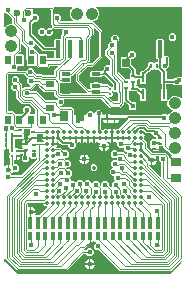
<source format=gbr>
G04 EAGLE Gerber RS-274X export*
G75*
%MOMM*%
%FSLAX34Y34*%
%LPD*%
%INTop Copper*%
%IPPOS*%
%AMOC8*
5,1,8,0,0,1.08239X$1,22.5*%
G01*
%ADD10R,0.350000X0.250000*%
%ADD11R,0.381000X0.762000*%
%ADD12R,0.381000X1.016000*%
%ADD13C,0.350000*%
%ADD14R,0.700000X0.900000*%
%ADD15C,0.250000*%
%ADD16R,0.400000X1.500000*%
%ADD17R,1.000000X1.500000*%
%ADD18C,1.050000*%
%ADD19C,0.600000*%
%ADD20R,0.460000X0.400000*%
%ADD21R,0.500000X0.800000*%
%ADD22R,0.800000X0.500000*%
%ADD23R,0.800000X0.300000*%
%ADD24R,0.430000X0.280000*%
%ADD25R,0.400000X0.460000*%
%ADD26R,0.250000X0.350000*%
%ADD27R,0.900000X0.700000*%
%ADD28R,0.260000X0.900000*%
%ADD29R,0.685800X0.762000*%
%ADD30R,0.280000X0.430000*%
%ADD31C,0.450000*%
%ADD32C,0.101600*%
%ADD33C,0.200000*%
%ADD34C,0.150000*%
%ADD35C,0.152400*%
%ADD36C,0.100000*%
%ADD37C,0.100000*%
%ADD38C,0.300000*%
%ADD39C,0.110000*%

G36*
X87362Y162001D02*
X87362Y162001D01*
X87365Y162001D01*
X87460Y162021D01*
X87556Y162040D01*
X87558Y162042D01*
X87561Y162042D01*
X87640Y162098D01*
X87722Y162153D01*
X87723Y162155D01*
X87725Y162157D01*
X87778Y162240D01*
X87831Y162321D01*
X87831Y162324D01*
X87833Y162326D01*
X87849Y162422D01*
X87867Y162518D01*
X87866Y162521D01*
X87866Y162523D01*
X87845Y162616D01*
X87823Y162714D01*
X87821Y162716D01*
X87821Y162719D01*
X87718Y162867D01*
X87499Y163085D01*
X87499Y166915D01*
X88085Y167501D01*
X89943Y167501D01*
X89951Y167502D01*
X89959Y167501D01*
X90049Y167522D01*
X90140Y167540D01*
X90146Y167545D01*
X90154Y167547D01*
X90302Y167649D01*
X90904Y168251D01*
X93596Y168251D01*
X94198Y167649D01*
X94204Y167645D01*
X94209Y167639D01*
X94288Y167590D01*
X94365Y167538D01*
X94373Y167537D01*
X94379Y167533D01*
X94557Y167501D01*
X96915Y167501D01*
X97524Y166891D01*
X97540Y166811D01*
X97543Y166807D01*
X97544Y166802D01*
X97600Y166724D01*
X97653Y166646D01*
X97657Y166643D01*
X97660Y166639D01*
X97742Y166588D01*
X97821Y166536D01*
X97826Y166536D01*
X97831Y166533D01*
X98008Y166501D01*
X102172Y166501D01*
X104123Y164549D01*
X104130Y164545D01*
X104134Y164539D01*
X104213Y164490D01*
X104290Y164438D01*
X104298Y164437D01*
X104304Y164433D01*
X104482Y164401D01*
X105332Y164401D01*
X105783Y163950D01*
X105786Y163948D01*
X105787Y163946D01*
X105868Y163893D01*
X105950Y163839D01*
X105953Y163838D01*
X105955Y163837D01*
X106051Y163820D01*
X106147Y163801D01*
X106150Y163802D01*
X106152Y163801D01*
X106249Y163823D01*
X106343Y163843D01*
X106345Y163844D01*
X106348Y163845D01*
X106428Y163902D01*
X106508Y163957D01*
X106509Y163959D01*
X106511Y163961D01*
X106563Y164044D01*
X106615Y164126D01*
X106616Y164129D01*
X106617Y164131D01*
X106649Y164308D01*
X106649Y166140D01*
X106648Y166147D01*
X106649Y166155D01*
X106628Y166245D01*
X106610Y166336D01*
X106605Y166343D01*
X106603Y166350D01*
X106501Y166498D01*
X100398Y172601D01*
X100392Y172605D01*
X100387Y172611D01*
X100308Y172660D01*
X100231Y172712D01*
X100224Y172713D01*
X100217Y172717D01*
X100040Y172749D01*
X97826Y172749D01*
X97770Y172785D01*
X97692Y172837D01*
X97687Y172838D01*
X97682Y172841D01*
X97588Y172857D01*
X97495Y172875D01*
X97490Y172874D01*
X97485Y172874D01*
X97392Y172853D01*
X97299Y172833D01*
X97294Y172830D01*
X97289Y172829D01*
X97141Y172726D01*
X96915Y172499D01*
X88085Y172499D01*
X87499Y173085D01*
X87499Y176915D01*
X88085Y177501D01*
X96915Y177501D01*
X97141Y177274D01*
X97146Y177271D01*
X97149Y177267D01*
X97228Y177216D01*
X97308Y177163D01*
X97314Y177162D01*
X97318Y177159D01*
X97411Y177143D01*
X97505Y177125D01*
X97510Y177126D01*
X97516Y177126D01*
X97608Y177147D01*
X97701Y177167D01*
X97706Y177170D01*
X97711Y177171D01*
X97859Y177274D01*
X97939Y177290D01*
X97943Y177293D01*
X97948Y177294D01*
X98026Y177350D01*
X98104Y177403D01*
X98107Y177407D01*
X98111Y177410D01*
X98162Y177492D01*
X98214Y177571D01*
X98214Y177576D01*
X98217Y177581D01*
X98242Y177718D01*
X98601Y178077D01*
X98605Y178083D01*
X98611Y178088D01*
X98660Y178166D01*
X98712Y178244D01*
X98713Y178251D01*
X98717Y178258D01*
X98749Y178435D01*
X98749Y180346D01*
X100654Y182251D01*
X103346Y182251D01*
X103383Y182214D01*
X103386Y182212D01*
X103387Y182210D01*
X103468Y182158D01*
X103550Y182103D01*
X103553Y182102D01*
X103555Y182101D01*
X103652Y182084D01*
X103747Y182065D01*
X103750Y182066D01*
X103752Y182065D01*
X103849Y182087D01*
X103943Y182107D01*
X103945Y182108D01*
X103948Y182109D01*
X104028Y182166D01*
X104108Y182221D01*
X104109Y182223D01*
X104111Y182225D01*
X104163Y182308D01*
X104215Y182390D01*
X104216Y182393D01*
X104217Y182395D01*
X104249Y182573D01*
X104249Y186615D01*
X104248Y186623D01*
X104249Y186630D01*
X104228Y186720D01*
X104210Y186811D01*
X104205Y186818D01*
X104203Y186826D01*
X104101Y186974D01*
X100249Y190825D01*
X100249Y195175D01*
X101277Y196203D01*
X102601Y197526D01*
X102605Y197533D01*
X102611Y197537D01*
X102660Y197616D01*
X102712Y197693D01*
X102713Y197701D01*
X102717Y197708D01*
X102749Y197885D01*
X102749Y200346D01*
X104654Y202251D01*
X105427Y202251D01*
X105430Y202251D01*
X105433Y202251D01*
X105528Y202271D01*
X105624Y202290D01*
X105626Y202292D01*
X105629Y202292D01*
X105709Y202348D01*
X105790Y202403D01*
X105791Y202405D01*
X105793Y202407D01*
X105847Y202490D01*
X105899Y202571D01*
X105899Y202574D01*
X105901Y202576D01*
X105917Y202672D01*
X105935Y202768D01*
X105934Y202771D01*
X105934Y202773D01*
X105912Y202868D01*
X105891Y202964D01*
X105889Y202966D01*
X105889Y202969D01*
X105786Y203117D01*
X105249Y203653D01*
X105249Y206346D01*
X107154Y208251D01*
X109846Y208251D01*
X111751Y206346D01*
X111751Y203654D01*
X111399Y203302D01*
X111395Y203296D01*
X111389Y203291D01*
X111340Y203212D01*
X111288Y203135D01*
X111287Y203127D01*
X111283Y203121D01*
X111251Y202943D01*
X111251Y176632D01*
X111252Y176624D01*
X111251Y176616D01*
X111272Y176526D01*
X111290Y176435D01*
X111295Y176429D01*
X111297Y176421D01*
X111399Y176273D01*
X117073Y170599D01*
X117080Y170595D01*
X117084Y170589D01*
X117163Y170540D01*
X117240Y170488D01*
X117248Y170487D01*
X117254Y170483D01*
X117432Y170451D01*
X120409Y170451D01*
X120412Y170451D01*
X120415Y170451D01*
X120509Y170471D01*
X120606Y170490D01*
X120608Y170492D01*
X120611Y170492D01*
X120690Y170548D01*
X120772Y170603D01*
X120773Y170605D01*
X120775Y170607D01*
X120829Y170691D01*
X120881Y170771D01*
X120881Y170774D01*
X120883Y170776D01*
X120899Y170872D01*
X120917Y170968D01*
X120916Y170971D01*
X120916Y170974D01*
X120895Y171066D01*
X120873Y171164D01*
X120871Y171166D01*
X120871Y171169D01*
X120849Y171200D01*
X120849Y174865D01*
X121435Y175451D01*
X121730Y175451D01*
X121735Y175452D01*
X121740Y175451D01*
X121833Y175472D01*
X121927Y175490D01*
X121931Y175493D01*
X121936Y175494D01*
X122014Y175550D01*
X122092Y175603D01*
X122095Y175607D01*
X122099Y175610D01*
X122150Y175692D01*
X122202Y175771D01*
X122202Y175776D01*
X122205Y175781D01*
X122237Y175958D01*
X122237Y177226D01*
X122236Y177233D01*
X122237Y177241D01*
X122216Y177331D01*
X122198Y177422D01*
X122193Y177429D01*
X122191Y177436D01*
X122089Y177584D01*
X120132Y179541D01*
X120126Y179545D01*
X120121Y179551D01*
X120043Y179600D01*
X119965Y179652D01*
X119958Y179653D01*
X119951Y179657D01*
X119774Y179689D01*
X113822Y179689D01*
X113236Y180275D01*
X113236Y188725D01*
X113822Y189311D01*
X117906Y189311D01*
X117914Y189312D01*
X117921Y189311D01*
X118011Y189332D01*
X118102Y189350D01*
X118109Y189355D01*
X118116Y189357D01*
X118264Y189459D01*
X119101Y190296D01*
X119105Y190302D01*
X119111Y190307D01*
X119160Y190385D01*
X119212Y190462D01*
X119213Y190470D01*
X119217Y190477D01*
X119249Y190654D01*
X119249Y192548D01*
X121154Y194453D01*
X123846Y194453D01*
X125751Y192548D01*
X125751Y189855D01*
X123846Y187951D01*
X122603Y187951D01*
X122598Y187950D01*
X122593Y187951D01*
X122500Y187930D01*
X122406Y187912D01*
X122402Y187909D01*
X122397Y187908D01*
X122319Y187852D01*
X122241Y187799D01*
X122238Y187795D01*
X122234Y187792D01*
X122183Y187710D01*
X122131Y187631D01*
X122131Y187626D01*
X122128Y187621D01*
X122096Y187444D01*
X122096Y182773D01*
X122097Y182766D01*
X122096Y182758D01*
X122117Y182668D01*
X122135Y182577D01*
X122140Y182570D01*
X122142Y182563D01*
X122244Y182415D01*
X125763Y178896D01*
X125763Y175958D01*
X125764Y175953D01*
X125763Y175948D01*
X125784Y175855D01*
X125802Y175761D01*
X125805Y175757D01*
X125806Y175752D01*
X125862Y175674D01*
X125915Y175596D01*
X125919Y175593D01*
X125922Y175589D01*
X126004Y175538D01*
X126083Y175486D01*
X126088Y175486D01*
X126093Y175483D01*
X126270Y175451D01*
X126565Y175451D01*
X127151Y174865D01*
X127151Y174270D01*
X127152Y174265D01*
X127151Y174260D01*
X127172Y174167D01*
X127190Y174073D01*
X127193Y174069D01*
X127194Y174064D01*
X127250Y173986D01*
X127303Y173908D01*
X127307Y173905D01*
X127310Y173901D01*
X127392Y173850D01*
X127471Y173798D01*
X127476Y173798D01*
X127481Y173795D01*
X127658Y173763D01*
X129192Y173763D01*
X129197Y173764D01*
X129202Y173763D01*
X129295Y173784D01*
X129389Y173802D01*
X129393Y173805D01*
X129398Y173806D01*
X129476Y173862D01*
X129554Y173915D01*
X129557Y173919D01*
X129561Y173922D01*
X129612Y174003D01*
X129664Y174083D01*
X129664Y174088D01*
X129667Y174093D01*
X129699Y174270D01*
X129699Y176915D01*
X130285Y177501D01*
X131833Y177501D01*
X131840Y177502D01*
X131848Y177501D01*
X131938Y177522D01*
X132029Y177540D01*
X132036Y177545D01*
X132043Y177547D01*
X132191Y177649D01*
X133722Y179180D01*
X135076Y180534D01*
X135108Y180540D01*
X135114Y180545D01*
X135122Y180547D01*
X135270Y180649D01*
X136401Y181780D01*
X136405Y181787D01*
X136411Y181791D01*
X136460Y181870D01*
X136512Y181947D01*
X136513Y181955D01*
X136517Y181962D01*
X136549Y182139D01*
X136549Y184065D01*
X137135Y184651D01*
X140765Y184651D01*
X141141Y184274D01*
X141146Y184271D01*
X141149Y184267D01*
X141229Y184216D01*
X141308Y184163D01*
X141313Y184162D01*
X141318Y184159D01*
X141412Y184143D01*
X141505Y184125D01*
X141510Y184126D01*
X141515Y184126D01*
X141608Y184147D01*
X141701Y184167D01*
X141705Y184170D01*
X141711Y184171D01*
X141859Y184274D01*
X142235Y184651D01*
X143992Y184651D01*
X143997Y184652D01*
X144002Y184651D01*
X144095Y184672D01*
X144189Y184690D01*
X144193Y184693D01*
X144198Y184694D01*
X144276Y184750D01*
X144354Y184803D01*
X144357Y184807D01*
X144361Y184810D01*
X144412Y184892D01*
X144464Y184971D01*
X144464Y184976D01*
X144467Y184981D01*
X144499Y185158D01*
X144499Y186992D01*
X144498Y186997D01*
X144499Y187002D01*
X144478Y187095D01*
X144460Y187189D01*
X144457Y187193D01*
X144456Y187198D01*
X144400Y187276D01*
X144347Y187354D01*
X144343Y187357D01*
X144340Y187361D01*
X144258Y187412D01*
X144179Y187464D01*
X144174Y187464D01*
X144169Y187467D01*
X144106Y187479D01*
X143499Y188085D01*
X143499Y191193D01*
X143498Y191201D01*
X143499Y191209D01*
X143478Y191299D01*
X143460Y191390D01*
X143455Y191396D01*
X143453Y191404D01*
X143351Y191552D01*
X143249Y191654D01*
X143249Y194346D01*
X143351Y194448D01*
X143355Y194454D01*
X143361Y194459D01*
X143411Y194538D01*
X143462Y194615D01*
X143463Y194623D01*
X143467Y194629D01*
X143499Y194807D01*
X143499Y203915D01*
X144085Y204501D01*
X148915Y204501D01*
X149501Y203915D01*
X149501Y194807D01*
X149502Y194799D01*
X149501Y194791D01*
X149522Y194701D01*
X149540Y194610D01*
X149545Y194604D01*
X149547Y194596D01*
X149649Y194448D01*
X149751Y194346D01*
X149751Y191654D01*
X149649Y191552D01*
X149645Y191546D01*
X149639Y191541D01*
X149589Y191462D01*
X149538Y191385D01*
X149537Y191377D01*
X149533Y191371D01*
X149501Y191193D01*
X149501Y190641D01*
X149501Y190638D01*
X149501Y190635D01*
X149521Y190541D01*
X149540Y190444D01*
X149542Y190442D01*
X149542Y190439D01*
X149598Y190360D01*
X149653Y190278D01*
X149655Y190277D01*
X149657Y190275D01*
X149739Y190222D01*
X149821Y190169D01*
X149824Y190169D01*
X149826Y190167D01*
X149921Y190151D01*
X150018Y190133D01*
X150021Y190134D01*
X150024Y190134D01*
X150118Y190156D01*
X150214Y190177D01*
X150216Y190179D01*
X150219Y190179D01*
X150322Y190251D01*
X153665Y190251D01*
X154251Y189665D01*
X154251Y181335D01*
X153899Y180984D01*
X153895Y180978D01*
X153889Y180973D01*
X153840Y180894D01*
X153788Y180817D01*
X153787Y180809D01*
X153783Y180803D01*
X153757Y180660D01*
X151846Y178749D01*
X151794Y178749D01*
X151792Y178749D01*
X151789Y178749D01*
X151694Y178729D01*
X151598Y178710D01*
X151596Y178708D01*
X151593Y178708D01*
X151512Y178651D01*
X151432Y178597D01*
X151431Y178595D01*
X151428Y178593D01*
X151375Y178510D01*
X151323Y178429D01*
X151322Y178426D01*
X151321Y178424D01*
X151305Y178328D01*
X151287Y178232D01*
X151288Y178229D01*
X151287Y178227D01*
X151309Y178132D01*
X151331Y178036D01*
X151332Y178034D01*
X151333Y178031D01*
X151436Y177883D01*
X152028Y177291D01*
X152040Y177228D01*
X152045Y177222D01*
X152047Y177214D01*
X152149Y177066D01*
X152301Y176915D01*
X152301Y171008D01*
X152302Y171003D01*
X152301Y170998D01*
X152322Y170905D01*
X152340Y170811D01*
X152343Y170807D01*
X152344Y170802D01*
X152400Y170724D01*
X152453Y170646D01*
X152457Y170643D01*
X152460Y170639D01*
X152542Y170588D01*
X152621Y170536D01*
X152626Y170536D01*
X152631Y170533D01*
X152808Y170501D01*
X157192Y170501D01*
X157197Y170502D01*
X157202Y170501D01*
X157295Y170522D01*
X157389Y170540D01*
X157393Y170543D01*
X157398Y170544D01*
X157476Y170600D01*
X157554Y170653D01*
X157557Y170657D01*
X157561Y170660D01*
X157612Y170742D01*
X157664Y170821D01*
X157664Y170826D01*
X157667Y170831D01*
X157679Y170894D01*
X158285Y171501D01*
X159527Y171501D01*
X159535Y171502D01*
X159543Y171501D01*
X159633Y171522D01*
X159724Y171540D01*
X159730Y171545D01*
X159738Y171547D01*
X159886Y171649D01*
X160874Y172637D01*
X163567Y172637D01*
X163871Y172333D01*
X163874Y172331D01*
X163875Y172329D01*
X163956Y172276D01*
X164038Y172222D01*
X164041Y172221D01*
X164043Y172220D01*
X164139Y172202D01*
X164235Y172184D01*
X164238Y172184D01*
X164240Y172184D01*
X164337Y172206D01*
X164431Y172226D01*
X164433Y172227D01*
X164436Y172228D01*
X164516Y172285D01*
X164596Y172340D01*
X164597Y172342D01*
X164599Y172344D01*
X164651Y172427D01*
X164703Y172509D01*
X164704Y172512D01*
X164705Y172514D01*
X164737Y172691D01*
X164737Y231230D01*
X164736Y231235D01*
X164737Y231240D01*
X164716Y231333D01*
X164698Y231427D01*
X164695Y231431D01*
X164694Y231436D01*
X164638Y231514D01*
X164585Y231592D01*
X164581Y231595D01*
X164578Y231599D01*
X164496Y231650D01*
X164417Y231702D01*
X164412Y231702D01*
X164407Y231705D01*
X164230Y231737D01*
X93177Y231737D01*
X93175Y231737D01*
X93172Y231737D01*
X93077Y231717D01*
X92981Y231698D01*
X92979Y231696D01*
X92976Y231696D01*
X92895Y231640D01*
X92815Y231585D01*
X92813Y231583D01*
X92811Y231581D01*
X92758Y231498D01*
X92706Y231417D01*
X92705Y231414D01*
X92704Y231412D01*
X92687Y231316D01*
X92670Y231220D01*
X92671Y231217D01*
X92670Y231215D01*
X92692Y231120D01*
X92714Y231024D01*
X92715Y231022D01*
X92716Y231019D01*
X92819Y230871D01*
X94149Y229541D01*
X95101Y227243D01*
X95101Y224757D01*
X94149Y222459D01*
X92391Y220701D01*
X92144Y220599D01*
X90919Y220091D01*
X90146Y219771D01*
X90143Y219769D01*
X90139Y219768D01*
X90060Y219713D01*
X89980Y219659D01*
X89978Y219656D01*
X89974Y219654D01*
X89923Y219572D01*
X89870Y219492D01*
X89869Y219488D01*
X89867Y219485D01*
X89851Y219390D01*
X89833Y219295D01*
X89834Y219291D01*
X89833Y219287D01*
X89855Y219194D01*
X89876Y219099D01*
X89878Y219096D01*
X89879Y219092D01*
X89982Y218944D01*
X90203Y218723D01*
X97751Y211175D01*
X97751Y189128D01*
X89622Y180999D01*
X85332Y180999D01*
X85324Y180998D01*
X85316Y180999D01*
X85226Y180978D01*
X85135Y180960D01*
X85129Y180955D01*
X85121Y180953D01*
X84973Y180851D01*
X78149Y174027D01*
X78145Y174020D01*
X78139Y174016D01*
X78090Y173937D01*
X78038Y173860D01*
X78037Y173852D01*
X78033Y173846D01*
X78001Y173668D01*
X78001Y170210D01*
X78002Y170203D01*
X78001Y170195D01*
X78022Y170105D01*
X78040Y170014D01*
X78045Y170007D01*
X78047Y170000D01*
X78149Y169852D01*
X85852Y162149D01*
X85858Y162145D01*
X85863Y162139D01*
X85942Y162090D01*
X86019Y162038D01*
X86026Y162037D01*
X86033Y162033D01*
X86210Y162001D01*
X87359Y162001D01*
X87362Y162001D01*
G37*
G36*
X105250Y79091D02*
X105250Y79091D01*
X105252Y79091D01*
X105349Y79112D01*
X105443Y79132D01*
X105445Y79134D01*
X105448Y79134D01*
X105528Y79191D01*
X105608Y79246D01*
X105609Y79249D01*
X105611Y79250D01*
X105664Y79334D01*
X105715Y79416D01*
X105716Y79418D01*
X105717Y79420D01*
X105749Y79598D01*
X105749Y82346D01*
X107654Y84251D01*
X107927Y84251D01*
X107930Y84251D01*
X107933Y84251D01*
X108028Y84271D01*
X108124Y84290D01*
X108126Y84292D01*
X108129Y84292D01*
X108209Y84348D01*
X108290Y84403D01*
X108291Y84405D01*
X108293Y84407D01*
X108347Y84490D01*
X108399Y84571D01*
X108399Y84574D01*
X108401Y84576D01*
X108417Y84672D01*
X108435Y84768D01*
X108434Y84771D01*
X108434Y84773D01*
X108412Y84868D01*
X108391Y84964D01*
X108389Y84966D01*
X108389Y84969D01*
X108286Y85117D01*
X107749Y85653D01*
X107749Y88242D01*
X107748Y88247D01*
X107749Y88252D01*
X107728Y88345D01*
X107710Y88439D01*
X107707Y88443D01*
X107706Y88448D01*
X107650Y88526D01*
X107597Y88604D01*
X107593Y88607D01*
X107590Y88611D01*
X107508Y88662D01*
X107429Y88714D01*
X107424Y88714D01*
X107419Y88717D01*
X107242Y88749D01*
X105654Y88749D01*
X103749Y90654D01*
X103749Y93346D01*
X105654Y95251D01*
X105927Y95251D01*
X105930Y95251D01*
X105933Y95251D01*
X106028Y95271D01*
X106124Y95290D01*
X106126Y95292D01*
X106129Y95292D01*
X106209Y95348D01*
X106290Y95403D01*
X106291Y95405D01*
X106293Y95407D01*
X106347Y95490D01*
X106399Y95571D01*
X106399Y95574D01*
X106401Y95576D01*
X106417Y95672D01*
X106435Y95768D01*
X106434Y95771D01*
X106434Y95773D01*
X106412Y95868D01*
X106391Y95964D01*
X106389Y95966D01*
X106389Y95969D01*
X106286Y96117D01*
X104749Y97654D01*
X104749Y100346D01*
X106654Y102251D01*
X109242Y102251D01*
X109247Y102252D01*
X109252Y102251D01*
X109345Y102272D01*
X109439Y102290D01*
X109443Y102293D01*
X109448Y102294D01*
X109526Y102350D01*
X109604Y102403D01*
X109607Y102407D01*
X109611Y102410D01*
X109662Y102492D01*
X109714Y102571D01*
X109714Y102576D01*
X109717Y102581D01*
X109749Y102758D01*
X109749Y103242D01*
X109748Y103247D01*
X109749Y103252D01*
X109728Y103345D01*
X109710Y103439D01*
X109707Y103443D01*
X109706Y103448D01*
X109650Y103526D01*
X109597Y103604D01*
X109593Y103607D01*
X109590Y103611D01*
X109508Y103662D01*
X109429Y103714D01*
X109424Y103714D01*
X109419Y103717D01*
X109242Y103749D01*
X106654Y103749D01*
X104749Y105654D01*
X104749Y108346D01*
X106654Y110251D01*
X109346Y110251D01*
X110948Y108649D01*
X110954Y108645D01*
X110959Y108639D01*
X111038Y108589D01*
X111115Y108538D01*
X111123Y108537D01*
X111129Y108533D01*
X111307Y108501D01*
X115622Y108501D01*
X116904Y107218D01*
X116908Y107216D01*
X116911Y107211D01*
X116992Y107160D01*
X117071Y107108D01*
X117076Y107107D01*
X117080Y107104D01*
X117174Y107088D01*
X117268Y107070D01*
X117273Y107071D01*
X117278Y107070D01*
X117371Y107092D01*
X117464Y107112D01*
X117468Y107115D01*
X117473Y107116D01*
X117621Y107218D01*
X118286Y107883D01*
X118288Y107886D01*
X118290Y107887D01*
X118342Y107968D01*
X118397Y108050D01*
X118398Y108053D01*
X118399Y108055D01*
X118416Y108151D01*
X118435Y108247D01*
X118434Y108250D01*
X118435Y108252D01*
X118413Y108349D01*
X118393Y108443D01*
X118392Y108445D01*
X118391Y108448D01*
X118334Y108528D01*
X118279Y108608D01*
X118277Y108609D01*
X118275Y108611D01*
X118192Y108663D01*
X118110Y108715D01*
X118107Y108716D01*
X118105Y108717D01*
X117927Y108749D01*
X117654Y108749D01*
X115749Y110654D01*
X115749Y111742D01*
X115748Y111747D01*
X115749Y111752D01*
X115728Y111845D01*
X115710Y111939D01*
X115707Y111943D01*
X115706Y111948D01*
X115650Y112026D01*
X115597Y112104D01*
X115593Y112107D01*
X115590Y112111D01*
X115508Y112162D01*
X115429Y112214D01*
X115424Y112214D01*
X115419Y112217D01*
X115242Y112249D01*
X112375Y112249D01*
X110471Y114154D01*
X110471Y116242D01*
X110470Y116247D01*
X110471Y116252D01*
X110450Y116345D01*
X110431Y116439D01*
X110429Y116443D01*
X110427Y116448D01*
X110372Y116526D01*
X110319Y116604D01*
X110314Y116607D01*
X110311Y116611D01*
X110230Y116662D01*
X110151Y116714D01*
X110146Y116714D01*
X110141Y116717D01*
X110078Y116729D01*
X110071Y116732D01*
X109052Y117005D01*
X108254Y117466D01*
X108184Y117490D01*
X108116Y117520D01*
X108089Y117521D01*
X108064Y117530D01*
X107990Y117525D01*
X107916Y117527D01*
X107889Y117517D01*
X107864Y117515D01*
X107816Y117491D01*
X107746Y117466D01*
X106948Y117005D01*
X106374Y116851D01*
X106374Y119626D01*
X110133Y119626D01*
X110138Y119627D01*
X110143Y119626D01*
X110236Y119647D01*
X110329Y119665D01*
X110334Y119668D01*
X110339Y119669D01*
X110417Y119725D01*
X110495Y119778D01*
X110498Y119782D01*
X110502Y119785D01*
X110512Y119771D01*
X110517Y119768D01*
X110520Y119763D01*
X110601Y119713D01*
X110680Y119661D01*
X110685Y119660D01*
X110690Y119658D01*
X110867Y119626D01*
X115133Y119626D01*
X115138Y119627D01*
X115143Y119626D01*
X115236Y119647D01*
X115329Y119665D01*
X115334Y119668D01*
X115339Y119669D01*
X115417Y119725D01*
X115495Y119778D01*
X115498Y119782D01*
X115502Y119785D01*
X115512Y119771D01*
X115517Y119768D01*
X115520Y119763D01*
X115601Y119713D01*
X115680Y119661D01*
X115685Y119660D01*
X115690Y119658D01*
X115867Y119626D01*
X120133Y119626D01*
X120138Y119627D01*
X120143Y119626D01*
X120236Y119647D01*
X120329Y119665D01*
X120334Y119668D01*
X120339Y119669D01*
X120417Y119725D01*
X120495Y119778D01*
X120498Y119782D01*
X120502Y119785D01*
X120553Y119867D01*
X120604Y119946D01*
X120605Y119951D01*
X120608Y119956D01*
X120640Y120133D01*
X120640Y120867D01*
X120639Y120872D01*
X120640Y120877D01*
X120619Y120970D01*
X120600Y121064D01*
X120598Y121068D01*
X120596Y121073D01*
X120541Y121151D01*
X120488Y121229D01*
X120483Y121232D01*
X120480Y121236D01*
X120399Y121287D01*
X120320Y121339D01*
X120315Y121339D01*
X120310Y121342D01*
X120133Y121374D01*
X115867Y121374D01*
X115862Y121373D01*
X115857Y121374D01*
X115764Y121353D01*
X115671Y121335D01*
X115666Y121332D01*
X115661Y121331D01*
X115583Y121275D01*
X115505Y121222D01*
X115502Y121218D01*
X115498Y121215D01*
X115488Y121229D01*
X115483Y121232D01*
X115480Y121236D01*
X115399Y121287D01*
X115320Y121339D01*
X115315Y121339D01*
X115310Y121342D01*
X115133Y121374D01*
X110867Y121374D01*
X110862Y121373D01*
X110857Y121374D01*
X110764Y121353D01*
X110671Y121335D01*
X110666Y121332D01*
X110661Y121331D01*
X110583Y121275D01*
X110505Y121222D01*
X110502Y121218D01*
X110498Y121215D01*
X110488Y121229D01*
X110483Y121232D01*
X110480Y121236D01*
X110399Y121287D01*
X110320Y121339D01*
X110315Y121339D01*
X110310Y121342D01*
X110133Y121374D01*
X106374Y121374D01*
X106374Y125133D01*
X106373Y125138D01*
X106374Y125143D01*
X106353Y125236D01*
X106335Y125329D01*
X106332Y125334D01*
X106331Y125339D01*
X106275Y125417D01*
X106222Y125495D01*
X106218Y125498D01*
X106215Y125502D01*
X106229Y125512D01*
X106232Y125517D01*
X106236Y125520D01*
X106287Y125601D01*
X106339Y125680D01*
X106339Y125685D01*
X106342Y125690D01*
X106374Y125867D01*
X106374Y129149D01*
X106948Y128995D01*
X107803Y128501D01*
X108348Y127956D01*
X108353Y127953D01*
X108356Y127949D01*
X108436Y127898D01*
X108515Y127845D01*
X108521Y127844D01*
X108525Y127841D01*
X108619Y127825D01*
X108712Y127807D01*
X108717Y127808D01*
X108723Y127808D01*
X108815Y127829D01*
X108908Y127849D01*
X108913Y127852D01*
X108918Y127853D01*
X109066Y127956D01*
X109361Y128251D01*
X110918Y128251D01*
X110926Y128252D01*
X110934Y128251D01*
X111024Y128272D01*
X111115Y128290D01*
X111121Y128295D01*
X111129Y128297D01*
X111277Y128399D01*
X119101Y136223D01*
X119519Y136641D01*
X119520Y136644D01*
X119523Y136645D01*
X119575Y136726D01*
X119630Y136808D01*
X119630Y136811D01*
X119632Y136813D01*
X119649Y136909D01*
X119668Y137005D01*
X119667Y137008D01*
X119667Y137010D01*
X119646Y137105D01*
X119626Y137201D01*
X119624Y137203D01*
X119624Y137206D01*
X119567Y137286D01*
X119512Y137366D01*
X119509Y137367D01*
X119508Y137369D01*
X119425Y137421D01*
X119342Y137473D01*
X119340Y137474D01*
X119338Y137475D01*
X119160Y137507D01*
X108192Y137507D01*
X108187Y137506D01*
X108182Y137507D01*
X108089Y137486D01*
X108000Y137468D01*
X107995Y137472D01*
X107990Y137472D01*
X107985Y137475D01*
X107808Y137507D01*
X102192Y137507D01*
X102187Y137506D01*
X102182Y137507D01*
X102089Y137486D01*
X102000Y137468D01*
X101995Y137472D01*
X101990Y137472D01*
X101985Y137475D01*
X101808Y137507D01*
X96758Y137507D01*
X96753Y137506D01*
X96748Y137507D01*
X96655Y137486D01*
X96561Y137468D01*
X96557Y137465D01*
X96552Y137464D01*
X96474Y137408D01*
X96396Y137355D01*
X96393Y137351D01*
X96389Y137348D01*
X96338Y137266D01*
X96286Y137187D01*
X96286Y137182D01*
X96283Y137177D01*
X96251Y137000D01*
X96251Y128758D01*
X96252Y128753D01*
X96251Y128748D01*
X96272Y128655D01*
X96290Y128561D01*
X96293Y128557D01*
X96294Y128552D01*
X96350Y128474D01*
X96403Y128396D01*
X96407Y128393D01*
X96410Y128389D01*
X96492Y128338D01*
X96571Y128286D01*
X96576Y128286D01*
X96581Y128283D01*
X96613Y128277D01*
X97641Y127249D01*
X97646Y127246D01*
X97649Y127242D01*
X97729Y127190D01*
X97808Y127138D01*
X97813Y127137D01*
X97818Y127134D01*
X97912Y127118D01*
X98005Y127100D01*
X98010Y127101D01*
X98016Y127100D01*
X98108Y127122D01*
X98201Y127142D01*
X98206Y127145D01*
X98211Y127146D01*
X98359Y127249D01*
X99361Y128251D01*
X101639Y128251D01*
X101934Y127956D01*
X101939Y127953D01*
X101942Y127949D01*
X102022Y127897D01*
X102101Y127845D01*
X102106Y127844D01*
X102111Y127841D01*
X102204Y127825D01*
X102298Y127807D01*
X102303Y127808D01*
X102308Y127808D01*
X102401Y127829D01*
X102494Y127849D01*
X102498Y127852D01*
X102504Y127853D01*
X102652Y127956D01*
X103197Y128501D01*
X104052Y128995D01*
X104626Y129149D01*
X104626Y125867D01*
X104627Y125862D01*
X104626Y125857D01*
X104647Y125764D01*
X104665Y125671D01*
X104668Y125666D01*
X104669Y125661D01*
X104725Y125583D01*
X104778Y125505D01*
X104782Y125502D01*
X104785Y125498D01*
X104771Y125488D01*
X104768Y125483D01*
X104763Y125480D01*
X104713Y125399D01*
X104661Y125320D01*
X104660Y125315D01*
X104658Y125310D01*
X104626Y125133D01*
X104626Y121374D01*
X100867Y121374D01*
X100862Y121373D01*
X100857Y121374D01*
X100764Y121353D01*
X100671Y121335D01*
X100666Y121332D01*
X100661Y121331D01*
X100583Y121275D01*
X100505Y121222D01*
X100502Y121218D01*
X100498Y121215D01*
X100488Y121229D01*
X100483Y121232D01*
X100480Y121236D01*
X100399Y121287D01*
X100320Y121339D01*
X100315Y121339D01*
X100310Y121342D01*
X100133Y121374D01*
X95867Y121374D01*
X95862Y121373D01*
X95857Y121374D01*
X95764Y121353D01*
X95671Y121335D01*
X95666Y121332D01*
X95661Y121331D01*
X95583Y121275D01*
X95505Y121222D01*
X95502Y121218D01*
X95498Y121215D01*
X95488Y121229D01*
X95483Y121232D01*
X95480Y121236D01*
X95399Y121287D01*
X95320Y121339D01*
X95315Y121339D01*
X95310Y121342D01*
X95133Y121374D01*
X90867Y121374D01*
X90862Y121373D01*
X90857Y121374D01*
X90764Y121353D01*
X90671Y121335D01*
X90666Y121332D01*
X90661Y121331D01*
X90583Y121275D01*
X90505Y121222D01*
X90502Y121218D01*
X90498Y121215D01*
X90488Y121229D01*
X90483Y121232D01*
X90480Y121236D01*
X90399Y121287D01*
X90320Y121339D01*
X90315Y121339D01*
X90310Y121342D01*
X90133Y121374D01*
X85867Y121374D01*
X85862Y121373D01*
X85857Y121374D01*
X85764Y121353D01*
X85671Y121335D01*
X85666Y121332D01*
X85661Y121331D01*
X85583Y121275D01*
X85505Y121222D01*
X85502Y121218D01*
X85498Y121215D01*
X85488Y121229D01*
X85483Y121232D01*
X85480Y121236D01*
X85399Y121287D01*
X85320Y121339D01*
X85315Y121339D01*
X85310Y121342D01*
X85133Y121374D01*
X80867Y121374D01*
X80862Y121373D01*
X80857Y121374D01*
X80764Y121353D01*
X80671Y121335D01*
X80666Y121332D01*
X80661Y121331D01*
X80583Y121275D01*
X80505Y121222D01*
X80502Y121218D01*
X80498Y121215D01*
X80488Y121229D01*
X80483Y121232D01*
X80480Y121236D01*
X80399Y121287D01*
X80320Y121339D01*
X80315Y121339D01*
X80310Y121342D01*
X80133Y121374D01*
X75867Y121374D01*
X75862Y121373D01*
X75857Y121374D01*
X75764Y121353D01*
X75671Y121335D01*
X75666Y121332D01*
X75661Y121331D01*
X75583Y121275D01*
X75505Y121222D01*
X75502Y121218D01*
X75498Y121215D01*
X75488Y121229D01*
X75483Y121232D01*
X75480Y121236D01*
X75399Y121287D01*
X75320Y121339D01*
X75315Y121339D01*
X75310Y121342D01*
X75133Y121374D01*
X70867Y121374D01*
X70862Y121373D01*
X70857Y121374D01*
X70764Y121353D01*
X70671Y121335D01*
X70666Y121332D01*
X70661Y121331D01*
X70583Y121275D01*
X70505Y121222D01*
X70502Y121218D01*
X70498Y121215D01*
X70488Y121229D01*
X70483Y121232D01*
X70480Y121236D01*
X70399Y121287D01*
X70320Y121339D01*
X70315Y121339D01*
X70310Y121342D01*
X70133Y121374D01*
X65867Y121374D01*
X65862Y121373D01*
X65857Y121374D01*
X65764Y121353D01*
X65671Y121335D01*
X65666Y121332D01*
X65661Y121331D01*
X65583Y121275D01*
X65505Y121222D01*
X65502Y121218D01*
X65498Y121215D01*
X65447Y121133D01*
X65396Y121054D01*
X65395Y121049D01*
X65392Y121044D01*
X65360Y120867D01*
X65360Y120133D01*
X65361Y120128D01*
X65360Y120123D01*
X65381Y120030D01*
X65400Y119936D01*
X65402Y119932D01*
X65404Y119927D01*
X65459Y119849D01*
X65512Y119771D01*
X65517Y119768D01*
X65520Y119763D01*
X65601Y119713D01*
X65680Y119661D01*
X65685Y119660D01*
X65690Y119658D01*
X65867Y119626D01*
X70133Y119626D01*
X70138Y119627D01*
X70143Y119626D01*
X70236Y119647D01*
X70329Y119665D01*
X70334Y119668D01*
X70339Y119669D01*
X70417Y119725D01*
X70495Y119778D01*
X70498Y119782D01*
X70502Y119785D01*
X70512Y119771D01*
X70517Y119768D01*
X70520Y119763D01*
X70601Y119713D01*
X70680Y119661D01*
X70685Y119660D01*
X70690Y119658D01*
X70867Y119626D01*
X74626Y119626D01*
X74626Y117182D01*
X74627Y117174D01*
X74626Y117166D01*
X74647Y117076D01*
X74665Y116985D01*
X74670Y116979D01*
X74672Y116971D01*
X74774Y116823D01*
X75251Y116346D01*
X75251Y113654D01*
X73346Y111749D01*
X70654Y111749D01*
X68749Y113654D01*
X68749Y113992D01*
X68748Y113997D01*
X68749Y114002D01*
X68728Y114095D01*
X68710Y114189D01*
X68707Y114193D01*
X68706Y114198D01*
X68650Y114276D01*
X68597Y114354D01*
X68593Y114357D01*
X68590Y114361D01*
X68508Y114412D01*
X68429Y114464D01*
X68424Y114464D01*
X68419Y114467D01*
X68242Y114499D01*
X63368Y114499D01*
X62047Y115820D01*
X60267Y117601D01*
X60260Y117605D01*
X60255Y117611D01*
X60177Y117660D01*
X60100Y117712D01*
X60092Y117713D01*
X60085Y117717D01*
X59908Y117749D01*
X59411Y117749D01*
X59374Y117742D01*
X59337Y117744D01*
X59277Y117722D01*
X59214Y117710D01*
X59184Y117689D01*
X59148Y117676D01*
X59101Y117633D01*
X59049Y117597D01*
X59028Y117566D01*
X59001Y117540D01*
X58974Y117482D01*
X58939Y117429D01*
X58933Y117392D01*
X58917Y117358D01*
X58915Y117295D01*
X58904Y117232D01*
X58912Y117195D01*
X58911Y117158D01*
X58936Y117088D01*
X58947Y117036D01*
X58962Y117016D01*
X58972Y116988D01*
X58995Y116948D01*
X59149Y116374D01*
X56374Y116374D01*
X56374Y120133D01*
X56373Y120138D01*
X56374Y120143D01*
X56353Y120236D01*
X56335Y120329D01*
X56332Y120334D01*
X56331Y120339D01*
X56275Y120417D01*
X56222Y120495D01*
X56218Y120498D01*
X56215Y120502D01*
X56133Y120553D01*
X56054Y120604D01*
X56049Y120605D01*
X56044Y120608D01*
X55867Y120640D01*
X55640Y120640D01*
X55640Y120867D01*
X55639Y120872D01*
X55640Y120877D01*
X55619Y120970D01*
X55600Y121064D01*
X55598Y121068D01*
X55596Y121073D01*
X55541Y121151D01*
X55488Y121229D01*
X55483Y121232D01*
X55480Y121236D01*
X55399Y121287D01*
X55320Y121339D01*
X55315Y121339D01*
X55310Y121342D01*
X55133Y121374D01*
X50867Y121374D01*
X50862Y121373D01*
X50857Y121374D01*
X50764Y121353D01*
X50671Y121335D01*
X50666Y121332D01*
X50661Y121331D01*
X50583Y121275D01*
X50505Y121222D01*
X50502Y121218D01*
X50498Y121215D01*
X50488Y121229D01*
X50483Y121232D01*
X50480Y121236D01*
X50399Y121287D01*
X50320Y121339D01*
X50315Y121339D01*
X50310Y121342D01*
X50133Y121374D01*
X46851Y121374D01*
X47005Y121948D01*
X47499Y122803D01*
X47693Y122998D01*
X47695Y123000D01*
X47697Y123001D01*
X47750Y123084D01*
X47804Y123165D01*
X47805Y123167D01*
X47806Y123170D01*
X47824Y123265D01*
X47842Y123362D01*
X47841Y123364D01*
X47842Y123367D01*
X47820Y123464D01*
X47800Y123558D01*
X47799Y123560D01*
X47798Y123562D01*
X47742Y123642D01*
X47686Y123722D01*
X47684Y123724D01*
X47682Y123726D01*
X47599Y123778D01*
X47517Y123830D01*
X47514Y123830D01*
X47512Y123832D01*
X47335Y123864D01*
X42390Y123864D01*
X42388Y123863D01*
X42385Y123864D01*
X42290Y123843D01*
X42194Y123824D01*
X42192Y123823D01*
X42189Y123822D01*
X42108Y123766D01*
X42028Y123711D01*
X42027Y123709D01*
X42024Y123708D01*
X41971Y123624D01*
X41919Y123543D01*
X41918Y123541D01*
X41917Y123539D01*
X41900Y123442D01*
X41883Y123346D01*
X41884Y123343D01*
X41883Y123341D01*
X41905Y123247D01*
X41927Y123150D01*
X41928Y123148D01*
X41929Y123146D01*
X42032Y122998D01*
X42246Y122783D01*
X42551Y122048D01*
X42551Y121024D01*
X38917Y121024D01*
X38912Y121023D01*
X38907Y121024D01*
X38814Y121003D01*
X38806Y121002D01*
X38683Y121024D01*
X35049Y121024D01*
X35049Y122048D01*
X35354Y122783D01*
X35901Y123330D01*
X35905Y123337D01*
X35911Y123341D01*
X35960Y123420D01*
X36012Y123497D01*
X36013Y123505D01*
X36017Y123512D01*
X36049Y123689D01*
X36049Y127065D01*
X36618Y127633D01*
X36620Y127636D01*
X36622Y127637D01*
X36674Y127717D01*
X36729Y127800D01*
X36730Y127803D01*
X36731Y127805D01*
X36748Y127901D01*
X36767Y127997D01*
X36766Y128000D01*
X36767Y128002D01*
X36745Y128099D01*
X36725Y128193D01*
X36724Y128195D01*
X36723Y128198D01*
X36666Y128278D01*
X36611Y128358D01*
X36609Y128359D01*
X36607Y128361D01*
X36524Y128413D01*
X36442Y128465D01*
X36439Y128466D01*
X36437Y128467D01*
X36259Y128499D01*
X31658Y128499D01*
X31653Y128498D01*
X31648Y128499D01*
X31555Y128478D01*
X31461Y128460D01*
X31457Y128457D01*
X31452Y128456D01*
X31374Y128400D01*
X31296Y128347D01*
X31293Y128343D01*
X31289Y128340D01*
X31238Y128258D01*
X31186Y128179D01*
X31186Y128174D01*
X31183Y128169D01*
X31151Y127992D01*
X31151Y125235D01*
X30774Y124859D01*
X30771Y124854D01*
X30767Y124851D01*
X30715Y124771D01*
X30663Y124692D01*
X30662Y124687D01*
X30659Y124682D01*
X30643Y124588D01*
X30625Y124495D01*
X30626Y124490D01*
X30626Y124485D01*
X30647Y124392D01*
X30667Y124299D01*
X30670Y124295D01*
X30671Y124289D01*
X30774Y124141D01*
X31151Y123765D01*
X31151Y120135D01*
X30632Y119617D01*
X30630Y119614D01*
X30628Y119613D01*
X30575Y119532D01*
X30521Y119450D01*
X30520Y119447D01*
X30493Y119464D01*
X30410Y119516D01*
X30408Y119517D01*
X30407Y119517D01*
X30230Y119549D01*
X25435Y119549D01*
X24934Y120051D01*
X24928Y120055D01*
X24923Y120061D01*
X24844Y120110D01*
X24767Y120162D01*
X24759Y120163D01*
X24753Y120167D01*
X24575Y120199D01*
X24258Y120199D01*
X24253Y120198D01*
X24248Y120199D01*
X24155Y120178D01*
X24061Y120160D01*
X24057Y120157D01*
X24052Y120156D01*
X23974Y120100D01*
X23896Y120047D01*
X23893Y120043D01*
X23889Y120040D01*
X23838Y119958D01*
X23786Y119879D01*
X23786Y119874D01*
X23783Y119869D01*
X23751Y119692D01*
X23751Y112835D01*
X23564Y112649D01*
X23563Y112648D01*
X23563Y112647D01*
X23562Y112646D01*
X23560Y112645D01*
X23507Y112564D01*
X23453Y112482D01*
X23452Y112479D01*
X23451Y112477D01*
X23434Y112381D01*
X23415Y112285D01*
X23416Y112282D01*
X23415Y112280D01*
X23437Y112183D01*
X23457Y112089D01*
X23458Y112087D01*
X23459Y112084D01*
X23517Y112003D01*
X23571Y111924D01*
X23573Y111923D01*
X23575Y111921D01*
X23659Y111868D01*
X23740Y111817D01*
X23743Y111816D01*
X23745Y111815D01*
X23923Y111783D01*
X25964Y111783D01*
X26066Y111681D01*
X26072Y111677D01*
X26077Y111671D01*
X26156Y111621D01*
X26233Y111570D01*
X26240Y111569D01*
X26247Y111565D01*
X26424Y111533D01*
X29742Y111533D01*
X29747Y111534D01*
X29752Y111533D01*
X29846Y111554D01*
X29939Y111572D01*
X29943Y111575D01*
X29948Y111577D01*
X30026Y111632D01*
X30104Y111685D01*
X30107Y111689D01*
X30111Y111693D01*
X30162Y111773D01*
X30214Y111853D01*
X30215Y111858D01*
X30217Y111863D01*
X30249Y112040D01*
X30249Y112211D01*
X30248Y112219D01*
X30249Y112227D01*
X30228Y112316D01*
X30210Y112408D01*
X30205Y112414D01*
X30203Y112422D01*
X30101Y112570D01*
X29554Y113117D01*
X29249Y113852D01*
X29249Y114876D01*
X32883Y114876D01*
X32888Y114877D01*
X32893Y114876D01*
X32986Y114897D01*
X33079Y114915D01*
X33084Y114918D01*
X33089Y114919D01*
X33167Y114975D01*
X33245Y115028D01*
X33248Y115032D01*
X33252Y115035D01*
X33303Y115117D01*
X33330Y115159D01*
X33401Y115209D01*
X33479Y115262D01*
X33482Y115267D01*
X33486Y115270D01*
X33537Y115351D01*
X33589Y115430D01*
X33589Y115435D01*
X33592Y115440D01*
X33624Y115617D01*
X33624Y118751D01*
X34542Y118751D01*
X34547Y118752D01*
X34552Y118751D01*
X34645Y118772D01*
X34739Y118790D01*
X34743Y118793D01*
X34748Y118794D01*
X34826Y118850D01*
X34904Y118903D01*
X34907Y118907D01*
X34911Y118910D01*
X34962Y118992D01*
X35014Y119071D01*
X35014Y119076D01*
X35017Y119081D01*
X35049Y119258D01*
X35049Y119776D01*
X38683Y119776D01*
X38688Y119777D01*
X38693Y119776D01*
X38786Y119797D01*
X38794Y119798D01*
X38917Y119776D01*
X42551Y119776D01*
X42551Y118752D01*
X42246Y118017D01*
X42104Y117875D01*
X42103Y117872D01*
X42100Y117871D01*
X42048Y117790D01*
X41993Y117708D01*
X41993Y117705D01*
X41991Y117703D01*
X41974Y117606D01*
X41956Y117511D01*
X41956Y117508D01*
X41956Y117506D01*
X41977Y117409D01*
X41997Y117315D01*
X41999Y117313D01*
X41999Y117310D01*
X42056Y117230D01*
X42111Y117150D01*
X42114Y117149D01*
X42115Y117147D01*
X42199Y117095D01*
X42281Y117043D01*
X42283Y117042D01*
X42285Y117041D01*
X42463Y117009D01*
X47462Y117009D01*
X47465Y117009D01*
X47468Y117009D01*
X47563Y117029D01*
X47659Y117048D01*
X47661Y117050D01*
X47664Y117050D01*
X47743Y117106D01*
X47825Y117161D01*
X47826Y117163D01*
X47828Y117165D01*
X47881Y117248D01*
X47934Y117329D01*
X47934Y117332D01*
X47936Y117334D01*
X47952Y117430D01*
X47969Y117526D01*
X47969Y117529D01*
X47969Y117531D01*
X47948Y117624D01*
X47926Y117722D01*
X47924Y117724D01*
X47924Y117727D01*
X47821Y117875D01*
X47499Y118197D01*
X47005Y119052D01*
X46851Y119626D01*
X50133Y119626D01*
X50138Y119627D01*
X50143Y119626D01*
X50236Y119647D01*
X50329Y119665D01*
X50334Y119668D01*
X50339Y119669D01*
X50417Y119725D01*
X50495Y119778D01*
X50498Y119782D01*
X50502Y119785D01*
X50512Y119771D01*
X50517Y119768D01*
X50520Y119763D01*
X50601Y119713D01*
X50680Y119661D01*
X50685Y119660D01*
X50690Y119658D01*
X50867Y119626D01*
X54626Y119626D01*
X54626Y115867D01*
X54627Y115862D01*
X54626Y115857D01*
X54647Y115764D01*
X54665Y115671D01*
X54668Y115666D01*
X54669Y115661D01*
X54725Y115583D01*
X54778Y115505D01*
X54782Y115502D01*
X54785Y115498D01*
X54867Y115447D01*
X54946Y115396D01*
X54951Y115395D01*
X54956Y115392D01*
X55133Y115360D01*
X55360Y115360D01*
X55360Y115133D01*
X55361Y115128D01*
X55360Y115123D01*
X55381Y115030D01*
X55400Y114936D01*
X55402Y114932D01*
X55404Y114927D01*
X55459Y114849D01*
X55512Y114771D01*
X55517Y114768D01*
X55520Y114763D01*
X55601Y114713D01*
X55680Y114661D01*
X55685Y114660D01*
X55690Y114658D01*
X55867Y114626D01*
X59149Y114626D01*
X58995Y114052D01*
X58539Y113262D01*
X58527Y113226D01*
X58506Y113195D01*
X58495Y113132D01*
X58475Y113072D01*
X58477Y113034D01*
X58471Y112998D01*
X58485Y112935D01*
X58489Y112872D01*
X58506Y112839D01*
X58514Y112802D01*
X58551Y112750D01*
X58580Y112693D01*
X58609Y112669D01*
X58630Y112639D01*
X58685Y112605D01*
X58733Y112564D01*
X58769Y112552D01*
X58801Y112533D01*
X58873Y112520D01*
X58925Y112504D01*
X58949Y112506D01*
X58978Y112501D01*
X62122Y112501D01*
X64223Y110399D01*
X64230Y110395D01*
X64234Y110389D01*
X64313Y110340D01*
X64390Y110288D01*
X64398Y110287D01*
X64404Y110283D01*
X64582Y110251D01*
X67346Y110251D01*
X69251Y108346D01*
X69251Y105654D01*
X67346Y103749D01*
X66598Y103749D01*
X66595Y103749D01*
X66592Y103749D01*
X66497Y103729D01*
X66401Y103710D01*
X66399Y103708D01*
X66396Y103708D01*
X66317Y103652D01*
X66235Y103597D01*
X66234Y103595D01*
X66232Y103593D01*
X66179Y103510D01*
X66126Y103429D01*
X66126Y103426D01*
X66124Y103424D01*
X66108Y103328D01*
X66091Y103232D01*
X66091Y103229D01*
X66091Y103227D01*
X66113Y103132D01*
X66134Y103036D01*
X66136Y103034D01*
X66136Y103031D01*
X66239Y102883D01*
X66723Y102399D01*
X66730Y102395D01*
X66734Y102389D01*
X66813Y102340D01*
X66890Y102288D01*
X66898Y102287D01*
X66904Y102283D01*
X67082Y102251D01*
X69346Y102251D01*
X71251Y100346D01*
X71251Y97654D01*
X69346Y95749D01*
X67598Y95749D01*
X67595Y95749D01*
X67592Y95749D01*
X67497Y95729D01*
X67401Y95710D01*
X67399Y95708D01*
X67396Y95708D01*
X67317Y95652D01*
X67235Y95597D01*
X67234Y95595D01*
X67232Y95593D01*
X67179Y95510D01*
X67126Y95429D01*
X67126Y95426D01*
X67124Y95424D01*
X67108Y95328D01*
X67091Y95232D01*
X67091Y95229D01*
X67091Y95227D01*
X67113Y95132D01*
X67134Y95036D01*
X67136Y95034D01*
X67136Y95031D01*
X67239Y94883D01*
X67723Y94399D01*
X67730Y94395D01*
X67734Y94389D01*
X67813Y94340D01*
X67890Y94288D01*
X67898Y94287D01*
X67904Y94283D01*
X68082Y94251D01*
X70346Y94251D01*
X72251Y92346D01*
X72251Y89654D01*
X70206Y87609D01*
X70203Y87604D01*
X70199Y87601D01*
X70148Y87521D01*
X70095Y87442D01*
X70094Y87437D01*
X70091Y87432D01*
X70075Y87338D01*
X70057Y87245D01*
X70058Y87240D01*
X70058Y87235D01*
X70079Y87142D01*
X70099Y87049D01*
X70102Y87044D01*
X70103Y87039D01*
X70206Y86891D01*
X70751Y86346D01*
X70751Y84758D01*
X70752Y84753D01*
X70751Y84748D01*
X70772Y84655D01*
X70790Y84561D01*
X70793Y84557D01*
X70794Y84552D01*
X70850Y84474D01*
X70903Y84396D01*
X70907Y84393D01*
X70910Y84389D01*
X70992Y84338D01*
X71071Y84286D01*
X71076Y84286D01*
X71081Y84283D01*
X71258Y84251D01*
X73846Y84251D01*
X74891Y83206D01*
X74896Y83203D01*
X74899Y83199D01*
X74979Y83148D01*
X75058Y83095D01*
X75063Y83094D01*
X75068Y83091D01*
X75162Y83075D01*
X75255Y83057D01*
X75260Y83058D01*
X75265Y83058D01*
X75358Y83079D01*
X75451Y83099D01*
X75456Y83102D01*
X75461Y83103D01*
X75609Y83206D01*
X77654Y85251D01*
X80346Y85251D01*
X81891Y83706D01*
X81896Y83703D01*
X81899Y83699D01*
X81979Y83648D01*
X82058Y83595D01*
X82063Y83594D01*
X82068Y83591D01*
X82162Y83575D01*
X82255Y83557D01*
X82260Y83558D01*
X82266Y83558D01*
X82358Y83579D01*
X82451Y83599D01*
X82456Y83602D01*
X82461Y83603D01*
X82609Y83706D01*
X83654Y84751D01*
X86346Y84751D01*
X88391Y82706D01*
X88396Y82703D01*
X88399Y82699D01*
X88479Y82648D01*
X88558Y82595D01*
X88563Y82594D01*
X88568Y82591D01*
X88662Y82575D01*
X88755Y82557D01*
X88760Y82558D01*
X88765Y82558D01*
X88858Y82579D01*
X88951Y82599D01*
X88956Y82602D01*
X88961Y82603D01*
X89109Y82706D01*
X90654Y84251D01*
X93346Y84251D01*
X95251Y82346D01*
X95251Y81082D01*
X95252Y81074D01*
X95251Y81066D01*
X95272Y80976D01*
X95290Y80885D01*
X95295Y80879D01*
X95297Y80871D01*
X95399Y80723D01*
X95883Y80239D01*
X95886Y80238D01*
X95887Y80235D01*
X95968Y80183D01*
X96050Y80128D01*
X96053Y80128D01*
X96055Y80126D01*
X96151Y80109D01*
X96247Y80090D01*
X96250Y80091D01*
X96252Y80091D01*
X96349Y80112D01*
X96443Y80132D01*
X96445Y80134D01*
X96448Y80134D01*
X96528Y80191D01*
X96608Y80246D01*
X96609Y80249D01*
X96611Y80250D01*
X96663Y80333D01*
X96715Y80416D01*
X96716Y80418D01*
X96717Y80420D01*
X96749Y80598D01*
X96749Y82346D01*
X98654Y84251D01*
X101346Y84251D01*
X103251Y82346D01*
X103251Y81082D01*
X103252Y81074D01*
X103251Y81066D01*
X103272Y80976D01*
X103290Y80885D01*
X103295Y80879D01*
X103297Y80871D01*
X103399Y80723D01*
X104883Y79239D01*
X104886Y79238D01*
X104887Y79235D01*
X104967Y79183D01*
X105050Y79128D01*
X105053Y79128D01*
X105055Y79126D01*
X105151Y79109D01*
X105247Y79090D01*
X105250Y79091D01*
G37*
G36*
X83747Y140494D02*
X83747Y140494D01*
X83752Y140493D01*
X83845Y140514D01*
X83939Y140532D01*
X83943Y140535D01*
X83948Y140536D01*
X84026Y140592D01*
X84104Y140645D01*
X84107Y140649D01*
X84111Y140652D01*
X84162Y140734D01*
X84214Y140813D01*
X84214Y140818D01*
X84217Y140823D01*
X84249Y141000D01*
X84249Y141346D01*
X86154Y143251D01*
X88846Y143251D01*
X90383Y141714D01*
X90386Y141712D01*
X90387Y141710D01*
X90468Y141658D01*
X90550Y141603D01*
X90553Y141602D01*
X90555Y141601D01*
X90651Y141584D01*
X90747Y141565D01*
X90750Y141566D01*
X90752Y141565D01*
X90849Y141587D01*
X90943Y141607D01*
X90945Y141608D01*
X90948Y141609D01*
X91028Y141666D01*
X91108Y141721D01*
X91109Y141723D01*
X91111Y141725D01*
X91163Y141809D01*
X91215Y141890D01*
X91216Y141893D01*
X91217Y141895D01*
X91249Y142073D01*
X91249Y142846D01*
X93154Y144751D01*
X95846Y144751D01*
X97751Y142846D01*
X97751Y141000D01*
X97752Y140995D01*
X97751Y140990D01*
X97772Y140897D01*
X97790Y140804D01*
X97793Y140799D01*
X97794Y140794D01*
X97850Y140716D01*
X97903Y140638D01*
X97907Y140635D01*
X97910Y140631D01*
X97992Y140580D01*
X98071Y140528D01*
X98076Y140528D01*
X98081Y140525D01*
X98258Y140493D01*
X99492Y140493D01*
X99497Y140494D01*
X99502Y140493D01*
X99595Y140514D01*
X99689Y140532D01*
X99693Y140535D01*
X99698Y140536D01*
X99776Y140592D01*
X99854Y140645D01*
X99857Y140649D01*
X99861Y140652D01*
X99912Y140734D01*
X99964Y140813D01*
X99964Y140818D01*
X99967Y140823D01*
X99999Y141000D01*
X99999Y141829D01*
X101171Y143001D01*
X102829Y143001D01*
X104001Y141829D01*
X104001Y141000D01*
X104002Y140995D01*
X104001Y140990D01*
X104022Y140897D01*
X104040Y140804D01*
X104043Y140799D01*
X104044Y140794D01*
X104100Y140716D01*
X104153Y140638D01*
X104157Y140635D01*
X104160Y140631D01*
X104242Y140580D01*
X104321Y140528D01*
X104326Y140528D01*
X104331Y140525D01*
X104508Y140493D01*
X147685Y140493D01*
X147693Y140494D01*
X147701Y140493D01*
X147791Y140514D01*
X147882Y140532D01*
X147888Y140537D01*
X147896Y140539D01*
X148044Y140641D01*
X148654Y141251D01*
X151346Y141251D01*
X151956Y140641D01*
X151962Y140637D01*
X151967Y140631D01*
X152046Y140582D01*
X152123Y140530D01*
X152131Y140529D01*
X152137Y140525D01*
X152315Y140493D01*
X153114Y140493D01*
X153121Y140494D01*
X153127Y140493D01*
X153219Y140514D01*
X153311Y140532D01*
X153316Y140536D01*
X153323Y140538D01*
X153399Y140592D01*
X153477Y140645D01*
X153480Y140651D01*
X153486Y140654D01*
X153583Y140806D01*
X153701Y141091D01*
X155459Y142849D01*
X156865Y143431D01*
X156867Y143433D01*
X156870Y143433D01*
X156950Y143488D01*
X157031Y143543D01*
X157033Y143545D01*
X157035Y143547D01*
X157088Y143629D01*
X157141Y143711D01*
X157142Y143713D01*
X157143Y143715D01*
X157160Y143810D01*
X157178Y143908D01*
X157177Y143910D01*
X157178Y143913D01*
X157156Y144009D01*
X157135Y144104D01*
X157134Y144106D01*
X157133Y144108D01*
X157076Y144189D01*
X157020Y144268D01*
X157018Y144269D01*
X157017Y144271D01*
X156865Y144369D01*
X155459Y144951D01*
X153701Y146709D01*
X152749Y149007D01*
X152749Y151493D01*
X152863Y151767D01*
X152863Y151769D01*
X152864Y151770D01*
X152882Y151867D01*
X152901Y151964D01*
X152901Y151965D01*
X152901Y151967D01*
X152881Y152062D01*
X152861Y152160D01*
X152860Y152162D01*
X152860Y152163D01*
X152805Y152241D01*
X152747Y152326D01*
X152746Y152326D01*
X152745Y152327D01*
X152664Y152379D01*
X152579Y152434D01*
X152577Y152434D01*
X152576Y152435D01*
X152482Y152451D01*
X152381Y152469D01*
X152380Y152468D01*
X152379Y152469D01*
X152283Y152446D01*
X152186Y152424D01*
X152185Y152423D01*
X152183Y152423D01*
X152035Y152320D01*
X151715Y151999D01*
X148285Y151999D01*
X147699Y152585D01*
X147699Y162415D01*
X148089Y162804D01*
X148093Y162811D01*
X148099Y162815D01*
X148148Y162894D01*
X148200Y162971D01*
X148201Y162979D01*
X148205Y162985D01*
X148237Y163163D01*
X148237Y166337D01*
X148236Y166345D01*
X148237Y166353D01*
X148216Y166443D01*
X148198Y166534D01*
X148193Y166540D01*
X148191Y166548D01*
X148089Y166696D01*
X147699Y167085D01*
X147699Y175751D01*
X147698Y175758D01*
X147699Y175766D01*
X147678Y175856D01*
X147660Y175947D01*
X147655Y175954D01*
X147653Y175961D01*
X147551Y176109D01*
X145459Y178201D01*
X145453Y178205D01*
X145448Y178211D01*
X145370Y178260D01*
X145292Y178312D01*
X145285Y178313D01*
X145278Y178317D01*
X145101Y178349D01*
X142235Y178349D01*
X141859Y178726D01*
X141854Y178729D01*
X141851Y178733D01*
X141771Y178784D01*
X141692Y178837D01*
X141687Y178838D01*
X141682Y178841D01*
X141588Y178857D01*
X141495Y178875D01*
X141490Y178874D01*
X141484Y178874D01*
X141392Y178853D01*
X141299Y178833D01*
X141294Y178830D01*
X141289Y178829D01*
X141141Y178726D01*
X140765Y178349D01*
X138839Y178349D01*
X138831Y178348D01*
X138823Y178349D01*
X138734Y178328D01*
X138642Y178310D01*
X138636Y178305D01*
X138628Y178303D01*
X138480Y178201D01*
X136746Y176466D01*
X136714Y176460D01*
X136707Y176455D01*
X136700Y176453D01*
X136552Y176351D01*
X134449Y174248D01*
X134445Y174242D01*
X134439Y174237D01*
X134390Y174159D01*
X134338Y174081D01*
X134337Y174074D01*
X134333Y174067D01*
X134301Y173890D01*
X134301Y167085D01*
X133715Y166499D01*
X130285Y166499D01*
X129699Y167085D01*
X129699Y169730D01*
X129698Y169735D01*
X129699Y169740D01*
X129678Y169833D01*
X129660Y169927D01*
X129657Y169931D01*
X129656Y169936D01*
X129600Y170014D01*
X129547Y170092D01*
X129543Y170095D01*
X129540Y170099D01*
X129458Y170150D01*
X129379Y170202D01*
X129374Y170202D01*
X129369Y170205D01*
X129192Y170237D01*
X127658Y170237D01*
X127653Y170236D01*
X127648Y170237D01*
X127555Y170216D01*
X127461Y170198D01*
X127457Y170195D01*
X127452Y170194D01*
X127374Y170138D01*
X127296Y170085D01*
X127293Y170081D01*
X127289Y170078D01*
X127238Y169996D01*
X127186Y169917D01*
X127186Y169912D01*
X127183Y169907D01*
X127151Y169730D01*
X127151Y166135D01*
X126624Y165609D01*
X126621Y165604D01*
X126617Y165601D01*
X126565Y165520D01*
X126513Y165442D01*
X126512Y165437D01*
X126509Y165432D01*
X126493Y165338D01*
X126475Y165245D01*
X126476Y165240D01*
X126476Y165235D01*
X126497Y165142D01*
X126517Y165049D01*
X126520Y165044D01*
X126521Y165039D01*
X126624Y164891D01*
X127054Y164461D01*
X127061Y164457D01*
X127065Y164451D01*
X127144Y164402D01*
X127221Y164350D01*
X127229Y164349D01*
X127235Y164345D01*
X127413Y164313D01*
X127680Y164313D01*
X129280Y162713D01*
X129284Y162710D01*
X129287Y162706D01*
X129368Y162654D01*
X129447Y162602D01*
X129452Y162601D01*
X129457Y162598D01*
X129551Y162582D01*
X129644Y162564D01*
X129649Y162565D01*
X129654Y162564D01*
X129747Y162586D01*
X129840Y162606D01*
X129844Y162609D01*
X129849Y162610D01*
X129997Y162713D01*
X130285Y163001D01*
X133715Y163001D01*
X134301Y162415D01*
X134301Y152585D01*
X133715Y151999D01*
X130285Y151999D01*
X129699Y152585D01*
X129699Y157098D01*
X129698Y157105D01*
X129699Y157113D01*
X129678Y157203D01*
X129660Y157294D01*
X129655Y157301D01*
X129653Y157308D01*
X129551Y157456D01*
X127006Y160001D01*
X127000Y160005D01*
X126995Y160011D01*
X126917Y160060D01*
X126839Y160112D01*
X126832Y160113D01*
X126825Y160117D01*
X126648Y160149D01*
X121435Y160149D01*
X121159Y160426D01*
X121154Y160429D01*
X121151Y160433D01*
X121071Y160484D01*
X120992Y160537D01*
X120987Y160538D01*
X120982Y160541D01*
X120888Y160557D01*
X120795Y160575D01*
X120790Y160574D01*
X120785Y160574D01*
X120692Y160553D01*
X120675Y160549D01*
X120508Y160549D01*
X120503Y160548D01*
X120498Y160549D01*
X120405Y160528D01*
X120311Y160510D01*
X120307Y160507D01*
X120302Y160506D01*
X120224Y160450D01*
X120146Y160397D01*
X120143Y160393D01*
X120139Y160390D01*
X120088Y160308D01*
X120036Y160229D01*
X120036Y160224D01*
X120033Y160219D01*
X120001Y160042D01*
X120001Y154039D01*
X120002Y154031D01*
X120001Y154023D01*
X120022Y153934D01*
X120040Y153842D01*
X120045Y153836D01*
X120047Y153828D01*
X120149Y153680D01*
X122880Y150949D01*
X122887Y150945D01*
X122891Y150939D01*
X122970Y150890D01*
X123047Y150838D01*
X123055Y150837D01*
X123062Y150833D01*
X123239Y150801D01*
X125915Y150801D01*
X126501Y150215D01*
X126501Y144785D01*
X125915Y144199D01*
X121085Y144199D01*
X120499Y144785D01*
X120499Y147461D01*
X120498Y147469D01*
X120499Y147477D01*
X120478Y147566D01*
X120460Y147658D01*
X120455Y147664D01*
X120453Y147672D01*
X120351Y147820D01*
X117320Y150851D01*
X117017Y151154D01*
X117014Y151155D01*
X117013Y151158D01*
X116932Y151210D01*
X116850Y151265D01*
X116847Y151265D01*
X116845Y151267D01*
X116749Y151284D01*
X116653Y151302D01*
X116650Y151302D01*
X116648Y151302D01*
X116551Y151281D01*
X116457Y151261D01*
X116455Y151259D01*
X116452Y151259D01*
X116371Y151201D01*
X116292Y151147D01*
X116291Y151144D01*
X116289Y151143D01*
X116236Y151059D01*
X116185Y150977D01*
X116184Y150975D01*
X116183Y150973D01*
X116151Y150795D01*
X116151Y149561D01*
X112239Y145649D01*
X104311Y145649D01*
X96609Y153351D01*
X96603Y153355D01*
X96598Y153361D01*
X96520Y153410D01*
X96442Y153462D01*
X96435Y153463D01*
X96428Y153467D01*
X96251Y153499D01*
X65823Y153499D01*
X65820Y153499D01*
X65817Y153499D01*
X65723Y153479D01*
X65626Y153460D01*
X65624Y153458D01*
X65621Y153458D01*
X65541Y153402D01*
X65460Y153347D01*
X65459Y153345D01*
X65457Y153343D01*
X65404Y153260D01*
X65351Y153179D01*
X65351Y153176D01*
X65349Y153174D01*
X65333Y153078D01*
X65315Y152982D01*
X65316Y152979D01*
X65316Y152976D01*
X65337Y152883D01*
X65359Y152786D01*
X65361Y152784D01*
X65361Y152781D01*
X65464Y152633D01*
X65501Y152596D01*
X65501Y149904D01*
X63596Y147999D01*
X62044Y147999D01*
X62042Y147999D01*
X62039Y147999D01*
X61944Y147979D01*
X61848Y147960D01*
X61846Y147958D01*
X61843Y147958D01*
X61763Y147902D01*
X61682Y147847D01*
X61681Y147845D01*
X61678Y147843D01*
X61626Y147760D01*
X61573Y147679D01*
X61572Y147676D01*
X61571Y147674D01*
X61555Y147578D01*
X61537Y147482D01*
X61538Y147479D01*
X61537Y147477D01*
X61559Y147382D01*
X61581Y147286D01*
X61582Y147284D01*
X61583Y147281D01*
X61686Y147133D01*
X62170Y146649D01*
X62176Y146645D01*
X62181Y146639D01*
X62260Y146590D01*
X62337Y146538D01*
X62344Y146537D01*
X62351Y146533D01*
X62528Y146501D01*
X71622Y146501D01*
X73501Y144622D01*
X73501Y141000D01*
X73502Y140995D01*
X73501Y140990D01*
X73522Y140897D01*
X73540Y140804D01*
X73543Y140799D01*
X73544Y140794D01*
X73600Y140716D01*
X73653Y140638D01*
X73657Y140635D01*
X73660Y140631D01*
X73742Y140580D01*
X73821Y140528D01*
X73826Y140528D01*
X73831Y140525D01*
X74008Y140493D01*
X83742Y140493D01*
X83747Y140494D01*
G37*
G36*
X154446Y5264D02*
X154446Y5264D01*
X154454Y5263D01*
X154544Y5284D01*
X154635Y5302D01*
X154641Y5307D01*
X154649Y5309D01*
X154797Y5411D01*
X164589Y15203D01*
X164593Y15209D01*
X164599Y15214D01*
X164648Y15293D01*
X164700Y15370D01*
X164701Y15378D01*
X164705Y15384D01*
X164737Y15562D01*
X164737Y16562D01*
X164737Y16564D01*
X164737Y16567D01*
X164717Y16662D01*
X164698Y16758D01*
X164696Y16761D01*
X164696Y16763D01*
X164640Y16844D01*
X164585Y16924D01*
X164583Y16926D01*
X164581Y16928D01*
X164498Y16981D01*
X164417Y17033D01*
X164414Y17034D01*
X164412Y17035D01*
X164316Y17052D01*
X164220Y17069D01*
X164217Y17068D01*
X164215Y17069D01*
X164121Y17047D01*
X164024Y17025D01*
X164022Y17024D01*
X164019Y17023D01*
X163871Y16921D01*
X155434Y8483D01*
X111566Y8483D01*
X94449Y25601D01*
X94442Y25605D01*
X94437Y25611D01*
X94359Y25660D01*
X94282Y25712D01*
X94274Y25713D01*
X94267Y25717D01*
X94090Y25749D01*
X92654Y25749D01*
X90749Y27654D01*
X90749Y30346D01*
X92386Y31983D01*
X92388Y31986D01*
X92390Y31987D01*
X92442Y32068D01*
X92497Y32150D01*
X92498Y32153D01*
X92499Y32155D01*
X92516Y32251D01*
X92535Y32347D01*
X92534Y32350D01*
X92535Y32352D01*
X92513Y32448D01*
X92493Y32543D01*
X92492Y32545D01*
X92491Y32548D01*
X92434Y32628D01*
X92379Y32708D01*
X92377Y32709D01*
X92375Y32711D01*
X92292Y32763D01*
X92210Y32815D01*
X92207Y32816D01*
X92205Y32817D01*
X92027Y32849D01*
X91355Y32849D01*
X90859Y33346D01*
X90854Y33349D01*
X90851Y33353D01*
X90771Y33404D01*
X90692Y33457D01*
X90687Y33458D01*
X90682Y33461D01*
X90588Y33477D01*
X90495Y33495D01*
X90490Y33494D01*
X90485Y33494D01*
X90392Y33473D01*
X90299Y33453D01*
X90294Y33450D01*
X90289Y33449D01*
X90141Y33346D01*
X89645Y32849D01*
X89008Y32849D01*
X89003Y32848D01*
X88998Y32849D01*
X88905Y32828D01*
X88811Y32810D01*
X88807Y32807D01*
X88802Y32806D01*
X88724Y32750D01*
X88646Y32697D01*
X88643Y32693D01*
X88639Y32690D01*
X88588Y32608D01*
X88536Y32529D01*
X88536Y32524D01*
X88533Y32519D01*
X88509Y32386D01*
X87473Y31351D01*
X82489Y26367D01*
X82488Y26364D01*
X82485Y26363D01*
X82433Y26282D01*
X82378Y26200D01*
X82378Y26197D01*
X82376Y26195D01*
X82359Y26099D01*
X82340Y26003D01*
X82341Y26000D01*
X82341Y25998D01*
X82362Y25901D01*
X82382Y25807D01*
X82384Y25805D01*
X82384Y25802D01*
X82441Y25722D01*
X82496Y25642D01*
X82499Y25641D01*
X82500Y25639D01*
X82583Y25587D01*
X82666Y25535D01*
X82668Y25534D01*
X82670Y25533D01*
X82848Y25501D01*
X83693Y25501D01*
X83701Y25502D01*
X83709Y25501D01*
X83799Y25522D01*
X83890Y25540D01*
X83896Y25545D01*
X83904Y25547D01*
X84052Y25649D01*
X85654Y27251D01*
X88346Y27251D01*
X90251Y25346D01*
X90251Y22654D01*
X88346Y20749D01*
X85654Y20749D01*
X84052Y22351D01*
X84046Y22355D01*
X84041Y22361D01*
X83962Y22410D01*
X83885Y22462D01*
X83877Y22463D01*
X83871Y22467D01*
X83693Y22499D01*
X81660Y22499D01*
X81652Y22498D01*
X81645Y22499D01*
X81555Y22478D01*
X81464Y22460D01*
X81457Y22455D01*
X81449Y22453D01*
X81301Y22351D01*
X67442Y8491D01*
X25558Y8491D01*
X15629Y18421D01*
X15626Y18422D01*
X15625Y18424D01*
X15544Y18477D01*
X15462Y18532D01*
X15459Y18532D01*
X15457Y18533D01*
X15361Y18551D01*
X15265Y18569D01*
X15262Y18569D01*
X15260Y18569D01*
X15163Y18548D01*
X15069Y18528D01*
X15067Y18526D01*
X15064Y18525D01*
X14984Y18469D01*
X14904Y18413D01*
X14903Y18411D01*
X14901Y18409D01*
X14849Y18327D01*
X14797Y18244D01*
X14796Y18241D01*
X14795Y18239D01*
X14763Y18062D01*
X14763Y15693D01*
X14767Y15670D01*
X14765Y15648D01*
X14787Y15573D01*
X14802Y15496D01*
X14815Y15477D01*
X14822Y15456D01*
X14884Y15376D01*
X14915Y15331D01*
X14925Y15324D01*
X14933Y15314D01*
X26096Y5391D01*
X26177Y5344D01*
X26256Y5295D01*
X26264Y5293D01*
X26270Y5290D01*
X26317Y5284D01*
X26433Y5263D01*
X154438Y5263D01*
X154446Y5264D01*
G37*
G36*
X56497Y198002D02*
X56497Y198002D01*
X56502Y198001D01*
X56595Y198022D01*
X56689Y198040D01*
X56693Y198043D01*
X56698Y198044D01*
X56776Y198100D01*
X56854Y198153D01*
X56857Y198157D01*
X56861Y198160D01*
X56912Y198242D01*
X56964Y198321D01*
X56964Y198326D01*
X56967Y198331D01*
X56999Y198508D01*
X56999Y203915D01*
X57585Y204501D01*
X61992Y204501D01*
X61997Y204502D01*
X62002Y204501D01*
X62095Y204522D01*
X62189Y204540D01*
X62193Y204543D01*
X62198Y204544D01*
X62276Y204600D01*
X62354Y204653D01*
X62357Y204657D01*
X62361Y204660D01*
X62412Y204742D01*
X62464Y204821D01*
X62464Y204826D01*
X62467Y204831D01*
X62499Y205008D01*
X62499Y207571D01*
X63655Y208727D01*
X63659Y208733D01*
X63665Y208738D01*
X63714Y208816D01*
X63765Y208894D01*
X63767Y208901D01*
X63771Y208908D01*
X63803Y209085D01*
X63803Y211697D01*
X63990Y211883D01*
X63991Y211886D01*
X63994Y211887D01*
X64046Y211968D01*
X64101Y212050D01*
X64101Y212053D01*
X64103Y212055D01*
X64120Y212151D01*
X64138Y212247D01*
X64138Y212250D01*
X64138Y212252D01*
X64117Y212349D01*
X64097Y212443D01*
X64095Y212445D01*
X64095Y212448D01*
X64038Y212528D01*
X63983Y212608D01*
X63980Y212609D01*
X63979Y212611D01*
X63895Y212664D01*
X63813Y212715D01*
X63811Y212716D01*
X63809Y212717D01*
X63631Y212749D01*
X57482Y212749D01*
X57474Y212748D01*
X57467Y212749D01*
X57377Y212728D01*
X57286Y212710D01*
X57279Y212705D01*
X57272Y212703D01*
X57124Y212601D01*
X56101Y211578D01*
X56097Y211572D01*
X56090Y211567D01*
X56042Y211489D01*
X55990Y211411D01*
X55989Y211404D01*
X55985Y211397D01*
X55953Y211220D01*
X55953Y209259D01*
X54048Y207355D01*
X51355Y207355D01*
X50013Y208698D01*
X50008Y208701D01*
X50005Y208705D01*
X49925Y208756D01*
X49846Y208809D01*
X49840Y208810D01*
X49836Y208813D01*
X49742Y208829D01*
X49649Y208846D01*
X49644Y208845D01*
X49638Y208846D01*
X49546Y208825D01*
X49453Y208805D01*
X49448Y208802D01*
X49443Y208801D01*
X49295Y208698D01*
X47846Y207249D01*
X45154Y207249D01*
X43249Y209154D01*
X43249Y211846D01*
X45154Y213751D01*
X47846Y213751D01*
X49189Y212408D01*
X49194Y212405D01*
X49197Y212401D01*
X49277Y212349D01*
X49356Y212297D01*
X49362Y212296D01*
X49366Y212293D01*
X49460Y212277D01*
X49553Y212259D01*
X49558Y212260D01*
X49564Y212259D01*
X49656Y212281D01*
X49749Y212301D01*
X49754Y212304D01*
X49759Y212305D01*
X49907Y212408D01*
X51355Y213856D01*
X53925Y213856D01*
X53932Y213858D01*
X53940Y213857D01*
X54030Y213878D01*
X54121Y213896D01*
X54128Y213901D01*
X54135Y213902D01*
X54283Y214005D01*
X55330Y215052D01*
X55333Y215056D01*
X55337Y215059D01*
X55388Y215139D01*
X55441Y215219D01*
X55442Y215224D01*
X55445Y215228D01*
X55461Y215322D01*
X55478Y215416D01*
X55477Y215421D01*
X55478Y215426D01*
X55457Y215518D01*
X55437Y215612D01*
X55434Y215616D01*
X55433Y215621D01*
X55330Y215769D01*
X53999Y217100D01*
X53999Y228992D01*
X53998Y228997D01*
X53999Y229002D01*
X53978Y229095D01*
X53960Y229189D01*
X53957Y229193D01*
X53956Y229198D01*
X53900Y229276D01*
X53847Y229354D01*
X53843Y229357D01*
X53840Y229361D01*
X53758Y229412D01*
X53679Y229464D01*
X53674Y229464D01*
X53669Y229467D01*
X53492Y229499D01*
X38883Y229499D01*
X38881Y229499D01*
X38878Y229499D01*
X38783Y229479D01*
X38687Y229460D01*
X38685Y229458D01*
X38682Y229458D01*
X38601Y229402D01*
X38521Y229347D01*
X38519Y229345D01*
X38517Y229343D01*
X38464Y229260D01*
X38412Y229179D01*
X38411Y229176D01*
X38410Y229174D01*
X38393Y229078D01*
X38376Y228982D01*
X38377Y228979D01*
X38376Y228977D01*
X38398Y228882D01*
X38420Y228786D01*
X38421Y228784D01*
X38422Y228781D01*
X38525Y228633D01*
X39001Y228157D01*
X39001Y226258D01*
X39002Y226253D01*
X39001Y226248D01*
X39022Y226155D01*
X39040Y226061D01*
X39043Y226057D01*
X39044Y226052D01*
X39100Y225974D01*
X39153Y225896D01*
X39157Y225893D01*
X39160Y225889D01*
X39242Y225838D01*
X39321Y225786D01*
X39326Y225786D01*
X39331Y225783D01*
X39508Y225751D01*
X41846Y225751D01*
X43751Y223846D01*
X43751Y221154D01*
X41846Y219249D01*
X40289Y219249D01*
X40281Y219248D01*
X40273Y219249D01*
X40184Y219228D01*
X40092Y219210D01*
X40086Y219205D01*
X40078Y219203D01*
X39930Y219101D01*
X38649Y217820D01*
X38645Y217813D01*
X38639Y217809D01*
X38590Y217730D01*
X38538Y217653D01*
X38537Y217645D01*
X38533Y217638D01*
X38501Y217461D01*
X38501Y209049D01*
X38502Y209042D01*
X38501Y209034D01*
X38522Y208943D01*
X38540Y208853D01*
X38545Y208846D01*
X38547Y208839D01*
X38649Y208691D01*
X49191Y198149D01*
X49197Y198145D01*
X49202Y198139D01*
X49280Y198090D01*
X49358Y198038D01*
X49365Y198037D01*
X49372Y198033D01*
X49549Y198001D01*
X56492Y198001D01*
X56497Y198002D01*
G37*
G36*
X29469Y141002D02*
X29469Y141002D01*
X29477Y141001D01*
X29567Y141022D01*
X29658Y141040D01*
X29664Y141045D01*
X29672Y141047D01*
X29820Y141149D01*
X30928Y142257D01*
X30931Y142262D01*
X30935Y142265D01*
X30986Y142345D01*
X31039Y142424D01*
X31040Y142430D01*
X31043Y142434D01*
X31059Y142528D01*
X31077Y142621D01*
X31075Y142626D01*
X31076Y142632D01*
X31055Y142724D01*
X31035Y142817D01*
X31032Y142822D01*
X31031Y142827D01*
X30928Y142975D01*
X30749Y143154D01*
X30749Y145846D01*
X32654Y147751D01*
X35346Y147751D01*
X37251Y145846D01*
X37251Y143154D01*
X36149Y142052D01*
X36145Y142046D01*
X36139Y142041D01*
X36090Y141962D01*
X36038Y141885D01*
X36037Y141877D01*
X36033Y141871D01*
X36001Y141693D01*
X36001Y141508D01*
X36002Y141503D01*
X36001Y141498D01*
X36022Y141405D01*
X36040Y141311D01*
X36043Y141307D01*
X36044Y141302D01*
X36100Y141224D01*
X36153Y141146D01*
X36157Y141143D01*
X36160Y141139D01*
X36242Y141088D01*
X36321Y141036D01*
X36326Y141036D01*
X36331Y141033D01*
X36508Y141001D01*
X40492Y141001D01*
X40497Y141002D01*
X40502Y141001D01*
X40595Y141022D01*
X40689Y141040D01*
X40693Y141043D01*
X40698Y141044D01*
X40776Y141100D01*
X40854Y141153D01*
X40857Y141157D01*
X40861Y141160D01*
X40912Y141242D01*
X40964Y141321D01*
X40964Y141326D01*
X40967Y141331D01*
X40999Y141508D01*
X40999Y144419D01*
X40998Y144426D01*
X40999Y144434D01*
X40978Y144523D01*
X40960Y144615D01*
X40955Y144622D01*
X40953Y144629D01*
X40851Y144777D01*
X36277Y149351D01*
X36271Y149355D01*
X36266Y149361D01*
X36187Y149410D01*
X36110Y149462D01*
X36103Y149463D01*
X36096Y149467D01*
X35919Y149499D01*
X29954Y149499D01*
X24535Y154918D01*
X24535Y159742D01*
X24534Y159747D01*
X24535Y159752D01*
X24514Y159845D01*
X24495Y159939D01*
X24492Y159943D01*
X24491Y159948D01*
X24436Y160026D01*
X24383Y160104D01*
X24378Y160107D01*
X24375Y160111D01*
X24294Y160162D01*
X24215Y160214D01*
X24209Y160214D01*
X24205Y160217D01*
X24028Y160249D01*
X22524Y160249D01*
X20620Y162154D01*
X20620Y164846D01*
X21980Y166206D01*
X21982Y166210D01*
X21987Y166213D01*
X22038Y166293D01*
X22090Y166373D01*
X22091Y166378D01*
X22094Y166382D01*
X22110Y166476D01*
X22128Y166570D01*
X22127Y166575D01*
X22128Y166580D01*
X22106Y166673D01*
X22086Y166766D01*
X22083Y166770D01*
X22082Y166775D01*
X21980Y166923D01*
X20749Y168154D01*
X20749Y170846D01*
X22654Y172751D01*
X25346Y172751D01*
X27251Y170846D01*
X27251Y168756D01*
X27252Y168748D01*
X27251Y168740D01*
X27272Y168651D01*
X27290Y168559D01*
X27295Y168553D01*
X27297Y168545D01*
X27399Y168397D01*
X29536Y166260D01*
X29536Y163151D01*
X29537Y163148D01*
X29536Y163146D01*
X29556Y163051D01*
X29576Y162954D01*
X29577Y162952D01*
X29578Y162950D01*
X29634Y162869D01*
X29689Y162789D01*
X29691Y162787D01*
X29692Y162785D01*
X29776Y162732D01*
X29857Y162679D01*
X29859Y162679D01*
X29861Y162678D01*
X29958Y162661D01*
X30054Y162644D01*
X30056Y162644D01*
X30059Y162644D01*
X30153Y162666D01*
X30250Y162687D01*
X30252Y162689D01*
X30254Y162690D01*
X30402Y162792D01*
X30583Y162973D01*
X31611Y164001D01*
X35365Y164001D01*
X35373Y164002D01*
X35380Y164001D01*
X35470Y164022D01*
X35561Y164040D01*
X35568Y164045D01*
X35576Y164047D01*
X35724Y164149D01*
X36607Y165032D01*
X36608Y165035D01*
X36610Y165036D01*
X36662Y165116D01*
X36718Y165199D01*
X36718Y165202D01*
X36720Y165204D01*
X36737Y165300D01*
X36755Y165396D01*
X36755Y165399D01*
X36755Y165401D01*
X36734Y165498D01*
X36714Y165592D01*
X36712Y165594D01*
X36712Y165597D01*
X36655Y165677D01*
X36599Y165757D01*
X36597Y165758D01*
X36596Y165761D01*
X36512Y165812D01*
X36430Y165864D01*
X36428Y165865D01*
X36425Y165866D01*
X36248Y165898D01*
X35904Y165898D01*
X33999Y167803D01*
X33999Y170496D01*
X34398Y170894D01*
X34401Y170898D01*
X34405Y170902D01*
X34456Y170982D01*
X34509Y171061D01*
X34510Y171066D01*
X34513Y171071D01*
X34528Y171164D01*
X34546Y171258D01*
X34545Y171263D01*
X34546Y171268D01*
X34525Y171361D01*
X34505Y171454D01*
X34502Y171458D01*
X34501Y171464D01*
X34398Y171612D01*
X31409Y174601D01*
X31402Y174605D01*
X31398Y174611D01*
X31319Y174660D01*
X31242Y174712D01*
X31234Y174713D01*
X31227Y174717D01*
X31050Y174749D01*
X18450Y174749D01*
X18442Y174748D01*
X18435Y174749D01*
X18345Y174728D01*
X18253Y174710D01*
X18247Y174705D01*
X18239Y174703D01*
X18091Y174601D01*
X17899Y174409D01*
X17895Y174402D01*
X17889Y174398D01*
X17840Y174319D01*
X17788Y174242D01*
X17787Y174234D01*
X17783Y174227D01*
X17751Y174050D01*
X17751Y147714D01*
X17752Y147707D01*
X17751Y147699D01*
X17759Y147666D01*
X17759Y144016D01*
X17760Y144011D01*
X17759Y144006D01*
X17780Y143913D01*
X17798Y143819D01*
X17801Y143815D01*
X17802Y143810D01*
X17858Y143732D01*
X17911Y143654D01*
X17915Y143651D01*
X17918Y143647D01*
X18000Y143596D01*
X18079Y143544D01*
X18084Y143544D01*
X18089Y143541D01*
X18266Y143509D01*
X21746Y143509D01*
X24106Y141149D01*
X24112Y141145D01*
X24117Y141139D01*
X24195Y141090D01*
X24273Y141038D01*
X24280Y141037D01*
X24287Y141033D01*
X24464Y141001D01*
X29461Y141001D01*
X29469Y141002D01*
G37*
G36*
X56415Y173784D02*
X56415Y173784D01*
X56420Y173783D01*
X56513Y173804D01*
X56607Y173822D01*
X56611Y173825D01*
X56616Y173826D01*
X56694Y173882D01*
X56772Y173935D01*
X56775Y173939D01*
X56779Y173942D01*
X56830Y174024D01*
X56882Y174103D01*
X56882Y174108D01*
X56885Y174113D01*
X56917Y174290D01*
X56917Y178261D01*
X59789Y181133D01*
X59791Y181136D01*
X59793Y181137D01*
X59845Y181218D01*
X59900Y181300D01*
X59901Y181303D01*
X59902Y181305D01*
X59919Y181401D01*
X59938Y181497D01*
X59937Y181500D01*
X59938Y181502D01*
X59916Y181599D01*
X59896Y181693D01*
X59895Y181695D01*
X59894Y181698D01*
X59838Y181777D01*
X59782Y181858D01*
X59780Y181859D01*
X59778Y181861D01*
X59695Y181913D01*
X59613Y181965D01*
X59610Y181966D01*
X59608Y181967D01*
X59431Y181999D01*
X53508Y181999D01*
X53503Y181998D01*
X53498Y181999D01*
X53405Y181978D01*
X53311Y181960D01*
X53307Y181957D01*
X53302Y181956D01*
X53224Y181900D01*
X53146Y181847D01*
X53143Y181843D01*
X53139Y181840D01*
X53088Y181758D01*
X53036Y181679D01*
X53036Y181674D01*
X53033Y181669D01*
X53001Y181492D01*
X53001Y181275D01*
X51243Y179517D01*
X43757Y179517D01*
X41444Y181830D01*
X41440Y181833D01*
X41437Y181837D01*
X41357Y181888D01*
X41278Y181941D01*
X41272Y181942D01*
X41268Y181945D01*
X41174Y181961D01*
X41081Y181978D01*
X41075Y181977D01*
X41070Y181978D01*
X40978Y181957D01*
X40885Y181937D01*
X40880Y181934D01*
X40875Y181933D01*
X40727Y181830D01*
X40415Y181517D01*
X34585Y181517D01*
X33999Y182103D01*
X33999Y186186D01*
X33998Y186194D01*
X33999Y186202D01*
X33978Y186292D01*
X33960Y186383D01*
X33955Y186389D01*
X33953Y186397D01*
X33851Y186545D01*
X32999Y187396D01*
X32999Y196840D01*
X32998Y196848D01*
X32999Y196855D01*
X32978Y196945D01*
X32960Y197036D01*
X32955Y197043D01*
X32953Y197051D01*
X32851Y197199D01*
X29617Y200433D01*
X29614Y200434D01*
X29613Y200436D01*
X29532Y200489D01*
X29450Y200544D01*
X29447Y200544D01*
X29445Y200545D01*
X29349Y200563D01*
X29253Y200581D01*
X29250Y200581D01*
X29248Y200581D01*
X29151Y200560D01*
X29057Y200540D01*
X29055Y200538D01*
X29052Y200537D01*
X28972Y200481D01*
X28892Y200425D01*
X28891Y200423D01*
X28889Y200421D01*
X28837Y200339D01*
X28785Y200256D01*
X28784Y200253D01*
X28783Y200251D01*
X28751Y200074D01*
X28751Y194732D01*
X27723Y193705D01*
X26403Y192385D01*
X26402Y192382D01*
X26399Y192381D01*
X26347Y192301D01*
X26292Y192218D01*
X26292Y192215D01*
X26290Y192213D01*
X26273Y192117D01*
X26254Y192021D01*
X26255Y192018D01*
X26255Y192016D01*
X26276Y191919D01*
X26296Y191825D01*
X26298Y191823D01*
X26298Y191820D01*
X26355Y191740D01*
X26410Y191660D01*
X26413Y191659D01*
X26414Y191657D01*
X26498Y191604D01*
X26580Y191553D01*
X26582Y191552D01*
X26584Y191551D01*
X26762Y191519D01*
X30415Y191519D01*
X31001Y190933D01*
X31001Y182103D01*
X30415Y181517D01*
X26258Y181517D01*
X26253Y181516D01*
X26248Y181517D01*
X26155Y181496D01*
X26061Y181478D01*
X26057Y181475D01*
X26052Y181474D01*
X25974Y181418D01*
X25896Y181365D01*
X25893Y181361D01*
X25889Y181358D01*
X25838Y181276D01*
X25786Y181197D01*
X25786Y181192D01*
X25783Y181187D01*
X25751Y181010D01*
X25751Y179075D01*
X25292Y178617D01*
X25291Y178614D01*
X25288Y178613D01*
X25236Y178532D01*
X25181Y178450D01*
X25181Y178447D01*
X25179Y178445D01*
X25162Y178349D01*
X25144Y178253D01*
X25144Y178250D01*
X25144Y178248D01*
X25165Y178151D01*
X25185Y178057D01*
X25187Y178055D01*
X25187Y178052D01*
X25244Y177972D01*
X25299Y177892D01*
X25302Y177891D01*
X25303Y177889D01*
X25386Y177837D01*
X25469Y177785D01*
X25471Y177784D01*
X25473Y177783D01*
X25651Y177751D01*
X32503Y177751D01*
X32633Y177621D01*
X32636Y177619D01*
X32637Y177617D01*
X32719Y177564D01*
X32800Y177510D01*
X32803Y177509D01*
X32805Y177508D01*
X32902Y177490D01*
X32997Y177472D01*
X33000Y177473D01*
X33002Y177472D01*
X33099Y177494D01*
X33193Y177514D01*
X33195Y177515D01*
X33198Y177516D01*
X33279Y177573D01*
X33358Y177628D01*
X33359Y177630D01*
X33361Y177632D01*
X33414Y177716D01*
X33465Y177797D01*
X33466Y177800D01*
X33467Y177802D01*
X33499Y177979D01*
X33499Y178178D01*
X35404Y180082D01*
X38096Y180082D01*
X40001Y178178D01*
X40001Y177045D01*
X40002Y177037D01*
X40001Y177029D01*
X40022Y176939D01*
X40040Y176848D01*
X40045Y176842D01*
X40047Y176834D01*
X40149Y176686D01*
X42037Y174798D01*
X42043Y174794D01*
X42048Y174788D01*
X42127Y174739D01*
X42204Y174687D01*
X42211Y174686D01*
X42218Y174682D01*
X42395Y174650D01*
X46261Y174650D01*
X46980Y173931D01*
X46986Y173927D01*
X46991Y173921D01*
X47069Y173872D01*
X47147Y173820D01*
X47154Y173819D01*
X47161Y173815D01*
X47338Y173783D01*
X56410Y173783D01*
X56415Y173784D01*
G37*
G36*
X84034Y158501D02*
X84034Y158501D01*
X84036Y158501D01*
X84131Y158521D01*
X84228Y158540D01*
X84230Y158542D01*
X84232Y158542D01*
X84313Y158598D01*
X84393Y158653D01*
X84395Y158655D01*
X84397Y158657D01*
X84450Y158740D01*
X84503Y158821D01*
X84503Y158824D01*
X84504Y158826D01*
X84521Y158922D01*
X84538Y159018D01*
X84538Y159021D01*
X84538Y159023D01*
X84516Y159118D01*
X84495Y159214D01*
X84493Y159216D01*
X84492Y159219D01*
X84390Y159367D01*
X83729Y160027D01*
X76027Y167729D01*
X74999Y168757D01*
X74999Y175122D01*
X76027Y176149D01*
X82011Y182133D01*
X82012Y182136D01*
X82015Y182137D01*
X82067Y182218D01*
X82122Y182300D01*
X82122Y182303D01*
X82124Y182305D01*
X82141Y182401D01*
X82160Y182497D01*
X82159Y182500D01*
X82159Y182502D01*
X82139Y182596D01*
X82118Y182693D01*
X82116Y182695D01*
X82116Y182698D01*
X82059Y182778D01*
X82004Y182858D01*
X82001Y182859D01*
X82000Y182861D01*
X81917Y182913D01*
X81834Y182965D01*
X81832Y182966D01*
X81830Y182967D01*
X81652Y182999D01*
X81332Y182999D01*
X81324Y182998D01*
X81316Y182999D01*
X81226Y182978D01*
X81135Y182960D01*
X81129Y182955D01*
X81121Y182953D01*
X80973Y182851D01*
X71649Y173527D01*
X71645Y173520D01*
X71639Y173516D01*
X71590Y173437D01*
X71538Y173360D01*
X71537Y173352D01*
X71533Y173346D01*
X71501Y173168D01*
X71501Y173085D01*
X71274Y172859D01*
X71271Y172854D01*
X71267Y172851D01*
X71215Y172770D01*
X71163Y172692D01*
X71162Y172687D01*
X71159Y172682D01*
X71143Y172587D01*
X71125Y172495D01*
X71126Y172490D01*
X71126Y172485D01*
X71147Y172392D01*
X71167Y172299D01*
X71170Y172295D01*
X71171Y172289D01*
X71274Y172141D01*
X71501Y171915D01*
X71501Y168085D01*
X70915Y167499D01*
X62426Y167499D01*
X62421Y167498D01*
X62416Y167499D01*
X62323Y167478D01*
X62229Y167460D01*
X62225Y167457D01*
X62220Y167456D01*
X62142Y167400D01*
X62064Y167347D01*
X62061Y167343D01*
X62057Y167340D01*
X62006Y167258D01*
X61954Y167179D01*
X61954Y167174D01*
X61951Y167169D01*
X61919Y166992D01*
X61919Y159292D01*
X61920Y159285D01*
X61919Y159277D01*
X61940Y159187D01*
X61958Y159096D01*
X61963Y159089D01*
X61965Y159082D01*
X62067Y158934D01*
X62352Y158649D01*
X62358Y158645D01*
X62363Y158639D01*
X62442Y158589D01*
X62519Y158538D01*
X62526Y158537D01*
X62533Y158533D01*
X62710Y158501D01*
X84031Y158501D01*
X84034Y158501D01*
G37*
G36*
X88176Y184002D02*
X88176Y184002D01*
X88184Y184001D01*
X88274Y184022D01*
X88365Y184040D01*
X88371Y184045D01*
X88379Y184047D01*
X88527Y184149D01*
X94601Y190223D01*
X94605Y190230D01*
X94611Y190234D01*
X94660Y190313D01*
X94712Y190390D01*
X94713Y190398D01*
X94717Y190404D01*
X94749Y190582D01*
X94749Y209722D01*
X94748Y209729D01*
X94749Y209737D01*
X94728Y209827D01*
X94710Y209918D01*
X94705Y209925D01*
X94703Y209932D01*
X94601Y210080D01*
X91117Y213564D01*
X91114Y213566D01*
X91113Y213568D01*
X91032Y213620D01*
X90950Y213675D01*
X90947Y213676D01*
X90945Y213677D01*
X90849Y213695D01*
X90753Y213713D01*
X90750Y213712D01*
X90748Y213713D01*
X90651Y213691D01*
X90557Y213671D01*
X90555Y213670D01*
X90552Y213669D01*
X90472Y213613D01*
X90392Y213557D01*
X90391Y213555D01*
X90389Y213553D01*
X90337Y213470D01*
X90285Y213388D01*
X90284Y213385D01*
X90283Y213383D01*
X90251Y213206D01*
X90251Y207347D01*
X87149Y204245D01*
X87145Y204239D01*
X87139Y204234D01*
X87090Y204155D01*
X87038Y204078D01*
X87037Y204071D01*
X87033Y204064D01*
X87001Y203887D01*
X87001Y185929D01*
X85939Y184867D01*
X85937Y184864D01*
X85935Y184863D01*
X85883Y184783D01*
X85828Y184700D01*
X85827Y184697D01*
X85826Y184695D01*
X85809Y184599D01*
X85790Y184503D01*
X85791Y184500D01*
X85790Y184498D01*
X85812Y184401D01*
X85832Y184307D01*
X85833Y184305D01*
X85834Y184302D01*
X85890Y184222D01*
X85946Y184142D01*
X85948Y184141D01*
X85950Y184139D01*
X86034Y184086D01*
X86115Y184035D01*
X86118Y184034D01*
X86120Y184033D01*
X86297Y184001D01*
X88168Y184001D01*
X88176Y184002D01*
G37*
G36*
X28829Y89002D02*
X28829Y89002D01*
X28837Y89001D01*
X28927Y89022D01*
X29018Y89040D01*
X29025Y89045D01*
X29032Y89047D01*
X29180Y89149D01*
X42601Y102570D01*
X42605Y102576D01*
X42611Y102581D01*
X42660Y102660D01*
X42712Y102737D01*
X42713Y102744D01*
X42717Y102751D01*
X42749Y102928D01*
X42749Y103577D01*
X42749Y103580D01*
X42749Y103583D01*
X42729Y103678D01*
X42710Y103774D01*
X42708Y103776D01*
X42708Y103779D01*
X42652Y103859D01*
X42597Y103940D01*
X42595Y103941D01*
X42593Y103943D01*
X42510Y103997D01*
X42429Y104049D01*
X42426Y104049D01*
X42424Y104051D01*
X42328Y104067D01*
X42232Y104085D01*
X42229Y104084D01*
X42227Y104084D01*
X42132Y104062D01*
X42036Y104041D01*
X42034Y104039D01*
X42031Y104039D01*
X41883Y103936D01*
X40846Y102899D01*
X38154Y102899D01*
X36617Y104436D01*
X36614Y104438D01*
X36613Y104440D01*
X36532Y104492D01*
X36450Y104547D01*
X36447Y104548D01*
X36445Y104549D01*
X36349Y104566D01*
X36253Y104585D01*
X36250Y104584D01*
X36248Y104585D01*
X36151Y104563D01*
X36057Y104543D01*
X36055Y104542D01*
X36052Y104541D01*
X35972Y104484D01*
X35892Y104429D01*
X35891Y104427D01*
X35889Y104425D01*
X35836Y104340D01*
X35785Y104260D01*
X35784Y104257D01*
X35783Y104255D01*
X35751Y104077D01*
X35751Y102154D01*
X33846Y100249D01*
X31154Y100249D01*
X29249Y102154D01*
X29249Y104794D01*
X29242Y104828D01*
X29243Y104840D01*
X30351Y105948D01*
X30355Y105954D01*
X30361Y105959D01*
X30410Y106038D01*
X30462Y106115D01*
X30463Y106123D01*
X30467Y106129D01*
X30499Y106307D01*
X30499Y107024D01*
X30498Y107029D01*
X30499Y107034D01*
X30479Y107127D01*
X30460Y107221D01*
X30457Y107225D01*
X30456Y107230D01*
X30401Y107307D01*
X30347Y107386D01*
X30343Y107389D01*
X30340Y107394D01*
X30258Y107444D01*
X30179Y107496D01*
X30174Y107497D01*
X30169Y107499D01*
X29992Y107531D01*
X28473Y107531D01*
X28436Y107524D01*
X28399Y107526D01*
X28339Y107504D01*
X28276Y107492D01*
X28246Y107471D01*
X28210Y107458D01*
X28163Y107415D01*
X28111Y107379D01*
X28090Y107348D01*
X28063Y107323D01*
X28036Y107265D01*
X28001Y107211D01*
X27995Y107174D01*
X27979Y107140D01*
X27977Y107077D01*
X27966Y107014D01*
X27974Y106977D01*
X27973Y106940D01*
X27998Y106870D01*
X28009Y106818D01*
X28024Y106798D01*
X28034Y106770D01*
X28061Y106723D01*
X28230Y106092D01*
X25149Y106092D01*
X25144Y106091D01*
X25139Y106092D01*
X25046Y106071D01*
X24953Y106053D01*
X24948Y106050D01*
X24943Y106049D01*
X24865Y105993D01*
X24787Y105940D01*
X24784Y105936D01*
X24780Y105933D01*
X24729Y105851D01*
X24702Y105809D01*
X24631Y105759D01*
X24553Y105706D01*
X24550Y105701D01*
X24545Y105698D01*
X24495Y105617D01*
X24443Y105538D01*
X24442Y105533D01*
X24440Y105528D01*
X24408Y105351D01*
X24408Y102270D01*
X23777Y102439D01*
X23230Y102755D01*
X23194Y102767D01*
X23163Y102787D01*
X23100Y102799D01*
X23040Y102819D01*
X23002Y102816D01*
X22966Y102823D01*
X22903Y102809D01*
X22840Y102804D01*
X22807Y102787D01*
X22770Y102779D01*
X22718Y102742D01*
X22661Y102713D01*
X22637Y102685D01*
X22607Y102663D01*
X22573Y102609D01*
X22532Y102560D01*
X22520Y102525D01*
X22501Y102493D01*
X22488Y102420D01*
X22472Y102369D01*
X22474Y102344D01*
X22469Y102316D01*
X22469Y98864D01*
X22470Y98856D01*
X22469Y98848D01*
X22490Y98758D01*
X22508Y98667D01*
X22513Y98661D01*
X22515Y98653D01*
X22617Y98505D01*
X22723Y98399D01*
X22730Y98395D01*
X22734Y98389D01*
X22813Y98340D01*
X22890Y98288D01*
X22898Y98287D01*
X22904Y98283D01*
X23082Y98251D01*
X25346Y98251D01*
X27251Y96346D01*
X27251Y93654D01*
X25346Y91749D01*
X22654Y91749D01*
X22642Y91761D01*
X22582Y91801D01*
X22528Y91847D01*
X22499Y91856D01*
X22475Y91872D01*
X22405Y91885D01*
X22336Y91907D01*
X22307Y91904D01*
X22278Y91910D01*
X22208Y91895D01*
X22137Y91888D01*
X22111Y91874D01*
X22082Y91868D01*
X22023Y91827D01*
X21960Y91794D01*
X21940Y91769D01*
X21917Y91754D01*
X21889Y91710D01*
X21844Y91656D01*
X21401Y90890D01*
X20610Y90099D01*
X20603Y90094D01*
X20549Y90047D01*
X20490Y90006D01*
X20474Y89981D01*
X20452Y89962D01*
X20421Y89898D01*
X20383Y89837D01*
X20378Y89808D01*
X20365Y89781D01*
X20361Y89710D01*
X20349Y89640D01*
X20356Y89611D01*
X20354Y89581D01*
X20379Y89514D01*
X20395Y89444D01*
X20413Y89418D01*
X20422Y89393D01*
X20457Y89354D01*
X20498Y89296D01*
X20645Y89149D01*
X20651Y89145D01*
X20656Y89139D01*
X20734Y89090D01*
X20812Y89038D01*
X20819Y89037D01*
X20826Y89033D01*
X21003Y89001D01*
X28822Y89001D01*
X28829Y89002D01*
G37*
G36*
X152820Y152454D02*
X152820Y152454D01*
X152821Y152453D01*
X152917Y152475D01*
X153014Y152497D01*
X153015Y152498D01*
X153016Y152498D01*
X153097Y152556D01*
X153177Y152613D01*
X153178Y152614D01*
X153179Y152615D01*
X153277Y152766D01*
X153701Y153791D01*
X155459Y155549D01*
X155944Y155750D01*
X157168Y156257D01*
X157169Y156257D01*
X157757Y156501D01*
X160243Y156501D01*
X162541Y155549D01*
X163871Y154219D01*
X163874Y154217D01*
X163875Y154215D01*
X163955Y154163D01*
X164038Y154108D01*
X164041Y154107D01*
X164043Y154106D01*
X164139Y154088D01*
X164235Y154070D01*
X164238Y154071D01*
X164240Y154070D01*
X164337Y154092D01*
X164431Y154112D01*
X164433Y154113D01*
X164436Y154114D01*
X164516Y154170D01*
X164596Y154226D01*
X164597Y154228D01*
X164599Y154230D01*
X164652Y154314D01*
X164703Y154395D01*
X164704Y154398D01*
X164705Y154400D01*
X164737Y154577D01*
X164737Y165297D01*
X164737Y165300D01*
X164737Y165303D01*
X164717Y165398D01*
X164698Y165494D01*
X164696Y165496D01*
X164696Y165499D01*
X164639Y165580D01*
X164585Y165660D01*
X164583Y165661D01*
X164581Y165663D01*
X164497Y165717D01*
X164417Y165769D01*
X164414Y165769D01*
X164412Y165771D01*
X164316Y165787D01*
X164220Y165805D01*
X164217Y165804D01*
X164215Y165804D01*
X164122Y165783D01*
X164024Y165761D01*
X164022Y165759D01*
X164019Y165759D01*
X163871Y165656D01*
X163715Y165499D01*
X158285Y165499D01*
X157676Y166109D01*
X157660Y166189D01*
X157657Y166193D01*
X157656Y166198D01*
X157600Y166276D01*
X157547Y166354D01*
X157543Y166357D01*
X157540Y166361D01*
X157458Y166412D01*
X157379Y166464D01*
X157374Y166464D01*
X157369Y166467D01*
X157192Y166499D01*
X152270Y166499D01*
X152265Y166498D01*
X152260Y166499D01*
X152167Y166478D01*
X152073Y166460D01*
X152069Y166457D01*
X152064Y166456D01*
X151986Y166400D01*
X151908Y166347D01*
X151905Y166343D01*
X151901Y166340D01*
X151850Y166258D01*
X151798Y166179D01*
X151798Y166174D01*
X151795Y166169D01*
X151763Y165992D01*
X151763Y163163D01*
X151764Y163155D01*
X151763Y163147D01*
X151784Y163057D01*
X151802Y162966D01*
X151807Y162960D01*
X151809Y162952D01*
X151911Y162804D01*
X152301Y162415D01*
X152301Y152961D01*
X152301Y152959D01*
X152301Y152958D01*
X152320Y152863D01*
X152340Y152764D01*
X152341Y152763D01*
X152341Y152762D01*
X152399Y152677D01*
X152453Y152598D01*
X152454Y152598D01*
X152455Y152596D01*
X152540Y152541D01*
X152621Y152489D01*
X152622Y152489D01*
X152623Y152488D01*
X152722Y152471D01*
X152818Y152453D01*
X152820Y152454D01*
G37*
G36*
X72354Y219751D02*
X72354Y219751D01*
X72356Y219751D01*
X72451Y219770D01*
X72550Y219790D01*
X72551Y219791D01*
X72552Y219791D01*
X72633Y219847D01*
X72715Y219903D01*
X72716Y219904D01*
X72717Y219905D01*
X72773Y219991D01*
X72825Y220071D01*
X72825Y220072D01*
X72826Y220074D01*
X72843Y220173D01*
X72860Y220268D01*
X72860Y220270D01*
X72860Y220271D01*
X72838Y220368D01*
X72817Y220464D01*
X72816Y220465D01*
X72815Y220467D01*
X72758Y220546D01*
X72701Y220627D01*
X72699Y220628D01*
X72699Y220629D01*
X72649Y220661D01*
X70851Y222459D01*
X69899Y224757D01*
X69899Y227243D01*
X70851Y229541D01*
X72181Y230871D01*
X72183Y230874D01*
X72185Y230875D01*
X72237Y230955D01*
X72292Y231038D01*
X72293Y231041D01*
X72294Y231043D01*
X72312Y231138D01*
X72330Y231235D01*
X72329Y231238D01*
X72330Y231240D01*
X72308Y231337D01*
X72288Y231431D01*
X72287Y231433D01*
X72286Y231436D01*
X72230Y231516D01*
X72174Y231596D01*
X72172Y231597D01*
X72170Y231599D01*
X72086Y231652D01*
X72005Y231703D01*
X72002Y231704D01*
X72000Y231705D01*
X71823Y231737D01*
X57331Y231737D01*
X57328Y231737D01*
X57326Y231737D01*
X57231Y231717D01*
X57134Y231698D01*
X57132Y231696D01*
X57130Y231696D01*
X57050Y231640D01*
X56969Y231585D01*
X56967Y231583D01*
X56965Y231581D01*
X56912Y231498D01*
X56859Y231417D01*
X56859Y231414D01*
X56858Y231412D01*
X56841Y231316D01*
X56824Y231220D01*
X56824Y231217D01*
X56824Y231214D01*
X56846Y231121D01*
X56867Y231024D01*
X56869Y231022D01*
X56870Y231019D01*
X56972Y230871D01*
X57001Y230843D01*
X57001Y225919D01*
X57001Y225916D01*
X57001Y225914D01*
X57021Y225818D01*
X57040Y225722D01*
X57042Y225720D01*
X57042Y225717D01*
X57098Y225638D01*
X57153Y225556D01*
X57155Y225555D01*
X57157Y225553D01*
X57240Y225500D01*
X57321Y225447D01*
X57324Y225447D01*
X57326Y225445D01*
X57422Y225429D01*
X57518Y225412D01*
X57521Y225412D01*
X57523Y225412D01*
X57618Y225434D01*
X57714Y225455D01*
X57716Y225457D01*
X57719Y225457D01*
X57867Y225560D01*
X58230Y225924D01*
X60923Y225924D01*
X62828Y224020D01*
X62828Y221327D01*
X62118Y220617D01*
X62116Y220614D01*
X62114Y220613D01*
X62062Y220533D01*
X62007Y220450D01*
X62006Y220447D01*
X62005Y220445D01*
X61988Y220349D01*
X61969Y220253D01*
X61970Y220250D01*
X61969Y220248D01*
X61991Y220151D01*
X62011Y220057D01*
X62012Y220055D01*
X62013Y220052D01*
X62069Y219972D01*
X62125Y219892D01*
X62127Y219891D01*
X62129Y219889D01*
X62212Y219837D01*
X62294Y219785D01*
X62297Y219784D01*
X62299Y219783D01*
X62476Y219751D01*
X72353Y219751D01*
X72354Y219751D01*
G37*
G36*
X58684Y152482D02*
X58684Y152482D01*
X58689Y152481D01*
X58781Y152502D01*
X58874Y152522D01*
X58879Y152525D01*
X58884Y152526D01*
X59032Y152629D01*
X59807Y153404D01*
X59810Y153408D01*
X59814Y153411D01*
X59865Y153492D01*
X59918Y153571D01*
X59919Y153576D01*
X59921Y153580D01*
X59937Y153674D01*
X59955Y153768D01*
X59954Y153773D01*
X59955Y153778D01*
X59933Y153871D01*
X59914Y153964D01*
X59911Y153968D01*
X59909Y153973D01*
X59807Y154121D01*
X59401Y154527D01*
X56917Y157011D01*
X56917Y159274D01*
X56916Y159279D01*
X56917Y159284D01*
X56896Y159377D01*
X56878Y159471D01*
X56875Y159475D01*
X56874Y159480D01*
X56818Y159558D01*
X56765Y159636D01*
X56761Y159639D01*
X56758Y159643D01*
X56676Y159694D01*
X56597Y159746D01*
X56592Y159746D01*
X56587Y159749D01*
X56410Y159781D01*
X48400Y159781D01*
X43080Y165101D01*
X43074Y165105D01*
X43069Y165111D01*
X42990Y165160D01*
X42913Y165212D01*
X42906Y165213D01*
X42899Y165217D01*
X42722Y165249D01*
X41278Y165249D01*
X41271Y165248D01*
X41263Y165249D01*
X41173Y165228D01*
X41082Y165210D01*
X41075Y165205D01*
X41068Y165203D01*
X40920Y165101D01*
X36936Y161117D01*
X36934Y161114D01*
X36932Y161113D01*
X36880Y161032D01*
X36825Y160950D01*
X36824Y160947D01*
X36823Y160945D01*
X36805Y160848D01*
X36787Y160753D01*
X36788Y160750D01*
X36787Y160748D01*
X36809Y160651D01*
X36829Y160557D01*
X36830Y160555D01*
X36831Y160552D01*
X36887Y160472D01*
X36943Y160392D01*
X36945Y160391D01*
X36947Y160389D01*
X37030Y160337D01*
X37112Y160285D01*
X37115Y160284D01*
X37117Y160283D01*
X37294Y160251D01*
X42450Y160251D01*
X49770Y152931D01*
X49776Y152927D01*
X49781Y152921D01*
X49860Y152872D01*
X49937Y152820D01*
X49944Y152819D01*
X49951Y152815D01*
X50128Y152783D01*
X58161Y152783D01*
X58315Y152629D01*
X58319Y152626D01*
X58322Y152622D01*
X58402Y152571D01*
X58482Y152518D01*
X58487Y152517D01*
X58491Y152514D01*
X58585Y152498D01*
X58678Y152481D01*
X58684Y152482D01*
G37*
G36*
X147000Y87998D02*
X147000Y87998D01*
X147002Y87997D01*
X147099Y88019D01*
X147193Y88039D01*
X147195Y88040D01*
X147198Y88041D01*
X147278Y88098D01*
X147358Y88153D01*
X147359Y88155D01*
X147361Y88157D01*
X147413Y88240D01*
X147465Y88322D01*
X147466Y88325D01*
X147467Y88327D01*
X147499Y88505D01*
X147499Y99693D01*
X147498Y99701D01*
X147499Y99709D01*
X147478Y99799D01*
X147460Y99890D01*
X147455Y99896D01*
X147453Y99904D01*
X147351Y100052D01*
X145749Y101654D01*
X145749Y104346D01*
X145786Y104383D01*
X145788Y104386D01*
X145790Y104387D01*
X145842Y104468D01*
X145897Y104550D01*
X145898Y104553D01*
X145899Y104555D01*
X145916Y104652D01*
X145935Y104747D01*
X145934Y104750D01*
X145935Y104752D01*
X145913Y104849D01*
X145893Y104943D01*
X145892Y104945D01*
X145891Y104948D01*
X145834Y105028D01*
X145779Y105108D01*
X145777Y105109D01*
X145775Y105111D01*
X145692Y105163D01*
X145610Y105215D01*
X145607Y105216D01*
X145605Y105217D01*
X145427Y105249D01*
X143411Y105249D01*
X143374Y105242D01*
X143337Y105244D01*
X143277Y105222D01*
X143214Y105210D01*
X143184Y105189D01*
X143148Y105176D01*
X143101Y105133D01*
X143049Y105097D01*
X143028Y105066D01*
X143001Y105040D01*
X142974Y104982D01*
X142939Y104929D01*
X142933Y104892D01*
X142917Y104858D01*
X142915Y104795D01*
X142904Y104732D01*
X142912Y104695D01*
X142911Y104658D01*
X142936Y104588D01*
X142947Y104536D01*
X142962Y104516D01*
X142972Y104488D01*
X143461Y103641D01*
X143751Y102560D01*
X143751Y102507D01*
X139500Y102507D01*
X136436Y102507D01*
X136433Y102507D01*
X136431Y102507D01*
X136336Y102487D01*
X136239Y102468D01*
X136237Y102466D01*
X136234Y102466D01*
X136154Y102410D01*
X136073Y102355D01*
X136072Y102353D01*
X136070Y102351D01*
X136017Y102268D01*
X135964Y102187D01*
X135964Y102185D01*
X135962Y102182D01*
X135946Y102086D01*
X135929Y101990D01*
X135929Y101987D01*
X135929Y101985D01*
X135951Y101891D01*
X135972Y101794D01*
X135974Y101792D01*
X135974Y101789D01*
X136077Y101641D01*
X136084Y101637D01*
X136088Y101631D01*
X136088Y101630D01*
X136167Y101581D01*
X136244Y101530D01*
X136252Y101529D01*
X136259Y101525D01*
X136436Y101493D01*
X138993Y101493D01*
X138993Y97749D01*
X138940Y97749D01*
X138159Y97959D01*
X138090Y97963D01*
X138023Y97976D01*
X137991Y97969D01*
X137959Y97971D01*
X137894Y97949D01*
X137827Y97934D01*
X137800Y97916D01*
X137770Y97905D01*
X137719Y97859D01*
X137662Y97820D01*
X137645Y97793D01*
X137621Y97771D01*
X137592Y97709D01*
X137555Y97651D01*
X137549Y97619D01*
X137535Y97590D01*
X137532Y97521D01*
X137521Y97453D01*
X137528Y97422D01*
X137527Y97390D01*
X137551Y97325D01*
X137567Y97258D01*
X137586Y97229D01*
X137597Y97202D01*
X137631Y97165D01*
X137669Y97110D01*
X146633Y88146D01*
X146636Y88144D01*
X146637Y88142D01*
X146718Y88090D01*
X146800Y88035D01*
X146803Y88034D01*
X146805Y88033D01*
X146901Y88016D01*
X146997Y87997D01*
X147000Y87998D01*
G37*
G36*
X43846Y55172D02*
X43846Y55172D01*
X43854Y55171D01*
X43944Y55192D01*
X44035Y55210D01*
X44041Y55215D01*
X44049Y55217D01*
X44197Y55319D01*
X50761Y61883D01*
X50762Y61886D01*
X50765Y61887D01*
X50817Y61968D01*
X50872Y62050D01*
X50872Y62053D01*
X50874Y62055D01*
X50891Y62151D01*
X50910Y62247D01*
X50909Y62250D01*
X50909Y62252D01*
X50888Y62349D01*
X50868Y62443D01*
X50866Y62445D01*
X50866Y62448D01*
X50809Y62528D01*
X50754Y62608D01*
X50751Y62609D01*
X50750Y62611D01*
X50667Y62663D01*
X50584Y62715D01*
X50582Y62716D01*
X50580Y62717D01*
X50402Y62749D01*
X49361Y62749D01*
X47759Y64351D01*
X47753Y64355D01*
X47748Y64361D01*
X47669Y64410D01*
X47592Y64462D01*
X47584Y64463D01*
X47578Y64467D01*
X47400Y64499D01*
X35008Y64499D01*
X35003Y64498D01*
X34998Y64499D01*
X34905Y64478D01*
X34811Y64460D01*
X34807Y64457D01*
X34802Y64456D01*
X34724Y64400D01*
X34646Y64347D01*
X34643Y64343D01*
X34639Y64340D01*
X34588Y64258D01*
X34536Y64179D01*
X34536Y64174D01*
X34533Y64169D01*
X34501Y63992D01*
X34501Y62344D01*
X34508Y62307D01*
X34506Y62270D01*
X34528Y62210D01*
X34540Y62147D01*
X34561Y62117D01*
X34574Y62081D01*
X34617Y62034D01*
X34653Y61982D01*
X34684Y61961D01*
X34710Y61934D01*
X34768Y61907D01*
X34821Y61872D01*
X34858Y61866D01*
X34892Y61850D01*
X34955Y61848D01*
X35018Y61837D01*
X35055Y61845D01*
X35092Y61844D01*
X35162Y61869D01*
X35214Y61880D01*
X35234Y61895D01*
X35262Y61905D01*
X35359Y61961D01*
X36440Y62251D01*
X36493Y62251D01*
X36493Y58000D01*
X36494Y57995D01*
X36493Y57990D01*
X36513Y57897D01*
X36532Y57804D01*
X36535Y57799D01*
X36536Y57794D01*
X36591Y57717D01*
X36645Y57638D01*
X36649Y57635D01*
X36652Y57631D01*
X36653Y57631D01*
X36653Y57630D01*
X36734Y57580D01*
X36813Y57528D01*
X36819Y57527D01*
X36823Y57525D01*
X37000Y57493D01*
X41251Y57493D01*
X41251Y57440D01*
X40961Y56359D01*
X40714Y55932D01*
X40702Y55896D01*
X40682Y55865D01*
X40671Y55802D01*
X40650Y55742D01*
X40653Y55704D01*
X40646Y55668D01*
X40660Y55605D01*
X40665Y55542D01*
X40682Y55509D01*
X40690Y55472D01*
X40727Y55420D01*
X40756Y55363D01*
X40784Y55339D01*
X40806Y55309D01*
X40860Y55275D01*
X40909Y55234D01*
X40944Y55222D01*
X40976Y55203D01*
X41049Y55190D01*
X41100Y55174D01*
X41125Y55176D01*
X41153Y55171D01*
X43838Y55171D01*
X43846Y55172D01*
G37*
G36*
X20247Y92994D02*
X20247Y92994D01*
X20252Y92993D01*
X20345Y93013D01*
X20439Y93032D01*
X20443Y93035D01*
X20448Y93036D01*
X20526Y93091D01*
X20604Y93145D01*
X20607Y93149D01*
X20611Y93152D01*
X20662Y93234D01*
X20714Y93313D01*
X20714Y93318D01*
X20717Y93323D01*
X20749Y93500D01*
X20748Y93505D01*
X20749Y93510D01*
X20728Y93604D01*
X20710Y93697D01*
X20707Y93701D01*
X20706Y93706D01*
X20650Y93784D01*
X20597Y93862D01*
X20593Y93865D01*
X20590Y93870D01*
X20508Y93920D01*
X20429Y93972D01*
X20424Y93973D01*
X20419Y93975D01*
X20242Y94007D01*
X18507Y94007D01*
X18507Y97751D01*
X18560Y97751D01*
X18829Y97679D01*
X18900Y97674D01*
X18970Y97661D01*
X18999Y97668D01*
X19029Y97666D01*
X19096Y97689D01*
X19166Y97705D01*
X19190Y97722D01*
X19218Y97732D01*
X19271Y97780D01*
X19329Y97821D01*
X19345Y97846D01*
X19367Y97866D01*
X19397Y97930D01*
X19435Y97991D01*
X19441Y98023D01*
X19453Y98047D01*
X19455Y98099D01*
X19467Y98169D01*
X19467Y103576D01*
X19466Y103583D01*
X19467Y103591D01*
X19446Y103681D01*
X19428Y103772D01*
X19423Y103779D01*
X19421Y103786D01*
X19319Y103934D01*
X18717Y104536D01*
X18717Y106400D01*
X19458Y107141D01*
X19461Y107146D01*
X19466Y107149D01*
X19517Y107229D01*
X19569Y107308D01*
X19570Y107313D01*
X19573Y107318D01*
X19589Y107412D01*
X19607Y107505D01*
X19606Y107510D01*
X19607Y107516D01*
X19585Y107608D01*
X19565Y107701D01*
X19562Y107706D01*
X19561Y107711D01*
X19458Y107859D01*
X18717Y108600D01*
X18717Y110495D01*
X18768Y110571D01*
X18768Y110572D01*
X18769Y110573D01*
X18786Y110669D01*
X18805Y110767D01*
X18805Y110769D01*
X18805Y110770D01*
X18784Y110866D01*
X18764Y110964D01*
X18763Y110965D01*
X18763Y110966D01*
X18707Y111046D01*
X18649Y111128D01*
X18648Y111129D01*
X18647Y111130D01*
X18566Y111181D01*
X18480Y111236D01*
X18479Y111236D01*
X18478Y111237D01*
X18383Y111252D01*
X18283Y111269D01*
X18281Y111269D01*
X18280Y111269D01*
X18188Y111249D01*
X17124Y111249D01*
X17124Y114883D01*
X17123Y114888D01*
X17124Y114893D01*
X17103Y114986D01*
X17102Y114994D01*
X17124Y115117D01*
X17124Y118883D01*
X17123Y118888D01*
X17124Y118893D01*
X17103Y118986D01*
X17102Y118994D01*
X17124Y119117D01*
X17124Y122883D01*
X17123Y122888D01*
X17124Y122893D01*
X17103Y122986D01*
X17102Y122994D01*
X17124Y123117D01*
X17124Y126761D01*
X17171Y126772D01*
X17264Y126790D01*
X17268Y126793D01*
X17273Y126794D01*
X17351Y126850D01*
X17430Y126903D01*
X17433Y126907D01*
X17437Y126910D01*
X17487Y126992D01*
X17539Y127071D01*
X17540Y127076D01*
X17543Y127081D01*
X17575Y127258D01*
X17575Y130096D01*
X17611Y130133D01*
X17613Y130136D01*
X17615Y130137D01*
X17668Y130218D01*
X17722Y130300D01*
X17723Y130303D01*
X17724Y130305D01*
X17742Y130401D01*
X17760Y130497D01*
X17760Y130500D01*
X17760Y130502D01*
X17738Y130599D01*
X17718Y130693D01*
X17717Y130695D01*
X17716Y130698D01*
X17660Y130778D01*
X17604Y130858D01*
X17602Y130859D01*
X17600Y130861D01*
X17518Y130913D01*
X17435Y130965D01*
X17432Y130966D01*
X17430Y130967D01*
X17253Y130999D01*
X15270Y130999D01*
X15265Y130998D01*
X15260Y130999D01*
X15167Y130978D01*
X15073Y130960D01*
X15069Y130957D01*
X15064Y130956D01*
X14986Y130900D01*
X14908Y130847D01*
X14905Y130843D01*
X14901Y130840D01*
X14850Y130758D01*
X14798Y130679D01*
X14798Y130674D01*
X14795Y130669D01*
X14763Y130492D01*
X14763Y127258D01*
X14764Y127253D01*
X14763Y127248D01*
X14784Y127155D01*
X14802Y127061D01*
X14805Y127057D01*
X14806Y127052D01*
X14862Y126974D01*
X14915Y126896D01*
X14919Y126893D01*
X14922Y126889D01*
X15004Y126838D01*
X15083Y126786D01*
X15088Y126786D01*
X15093Y126783D01*
X15270Y126751D01*
X15876Y126751D01*
X15876Y123117D01*
X15877Y123112D01*
X15876Y123107D01*
X15897Y123014D01*
X15898Y123006D01*
X15876Y122883D01*
X15876Y119117D01*
X15877Y119112D01*
X15876Y119107D01*
X15897Y119014D01*
X15898Y119006D01*
X15876Y118883D01*
X15876Y115117D01*
X15877Y115112D01*
X15876Y115107D01*
X15897Y115013D01*
X15898Y115006D01*
X15876Y114883D01*
X15876Y111249D01*
X15270Y111249D01*
X15265Y111248D01*
X15260Y111249D01*
X15167Y111228D01*
X15073Y111210D01*
X15069Y111207D01*
X15064Y111206D01*
X14986Y111150D01*
X14908Y111097D01*
X14905Y111093D01*
X14901Y111090D01*
X14850Y111008D01*
X14798Y110929D01*
X14798Y110924D01*
X14795Y110919D01*
X14763Y110742D01*
X14763Y97418D01*
X14770Y97381D01*
X14768Y97344D01*
X14790Y97284D01*
X14802Y97221D01*
X14823Y97190D01*
X14836Y97155D01*
X14879Y97108D01*
X14915Y97056D01*
X14946Y97035D01*
X14972Y97008D01*
X15030Y96981D01*
X15083Y96946D01*
X15120Y96940D01*
X15154Y96924D01*
X15217Y96922D01*
X15280Y96911D01*
X15317Y96919D01*
X15354Y96918D01*
X15424Y96943D01*
X15476Y96954D01*
X15496Y96969D01*
X15524Y96979D01*
X16359Y97461D01*
X17440Y97751D01*
X17493Y97751D01*
X17493Y93500D01*
X17494Y93495D01*
X17493Y93490D01*
X17513Y93397D01*
X17532Y93304D01*
X17535Y93299D01*
X17536Y93294D01*
X17591Y93217D01*
X17645Y93138D01*
X17649Y93135D01*
X17652Y93131D01*
X17653Y93131D01*
X17653Y93130D01*
X17734Y93080D01*
X17813Y93028D01*
X17819Y93027D01*
X17823Y93025D01*
X18000Y92993D01*
X20242Y92993D01*
X20247Y92994D01*
G37*
G36*
X56497Y188020D02*
X56497Y188020D01*
X56502Y188019D01*
X56595Y188040D01*
X56689Y188058D01*
X56693Y188061D01*
X56698Y188062D01*
X56776Y188118D01*
X56854Y188171D01*
X56857Y188175D01*
X56861Y188178D01*
X56912Y188260D01*
X56964Y188339D01*
X56964Y188344D01*
X56967Y188349D01*
X56999Y188526D01*
X56999Y193492D01*
X56998Y193497D01*
X56999Y193502D01*
X56978Y193595D01*
X56960Y193689D01*
X56957Y193693D01*
X56956Y193698D01*
X56900Y193776D01*
X56847Y193854D01*
X56843Y193857D01*
X56840Y193861D01*
X56758Y193912D01*
X56679Y193964D01*
X56674Y193964D01*
X56669Y193967D01*
X56492Y193999D01*
X47682Y193999D01*
X41617Y200064D01*
X41614Y200066D01*
X41613Y200068D01*
X41532Y200120D01*
X41450Y200175D01*
X41447Y200176D01*
X41445Y200177D01*
X41349Y200195D01*
X41253Y200213D01*
X41250Y200212D01*
X41248Y200213D01*
X41151Y200191D01*
X41057Y200171D01*
X41055Y200170D01*
X41052Y200169D01*
X40972Y200113D01*
X40892Y200057D01*
X40891Y200055D01*
X40889Y200053D01*
X40837Y199970D01*
X40785Y199888D01*
X40784Y199885D01*
X40783Y199883D01*
X40751Y199706D01*
X40751Y199654D01*
X38982Y197885D01*
X38980Y197882D01*
X38978Y197881D01*
X38926Y197800D01*
X38871Y197718D01*
X38870Y197715D01*
X38869Y197713D01*
X38852Y197617D01*
X38833Y197521D01*
X38834Y197518D01*
X38833Y197516D01*
X38855Y197419D01*
X38875Y197325D01*
X38876Y197323D01*
X38877Y197320D01*
X38934Y197240D01*
X38989Y197160D01*
X38991Y197159D01*
X38993Y197157D01*
X39076Y197105D01*
X39158Y197053D01*
X39161Y197052D01*
X39163Y197051D01*
X39341Y197019D01*
X39846Y197019D01*
X41778Y195088D01*
X41790Y195025D01*
X41795Y195018D01*
X41797Y195010D01*
X41899Y194862D01*
X42521Y194241D01*
X42973Y193789D01*
X44001Y192761D01*
X44001Y192026D01*
X44002Y192021D01*
X44001Y192016D01*
X44022Y191923D01*
X44040Y191829D01*
X44043Y191825D01*
X44044Y191820D01*
X44100Y191742D01*
X44153Y191664D01*
X44157Y191661D01*
X44160Y191657D01*
X44242Y191606D01*
X44321Y191554D01*
X44326Y191554D01*
X44331Y191551D01*
X44508Y191519D01*
X50415Y191519D01*
X51001Y190933D01*
X51001Y188526D01*
X51002Y188521D01*
X51001Y188516D01*
X51022Y188423D01*
X51040Y188329D01*
X51043Y188325D01*
X51044Y188320D01*
X51100Y188242D01*
X51153Y188164D01*
X51157Y188161D01*
X51160Y188157D01*
X51242Y188106D01*
X51321Y188054D01*
X51326Y188054D01*
X51331Y188051D01*
X51508Y188019D01*
X56492Y188019D01*
X56497Y188020D01*
G37*
G36*
X136850Y111502D02*
X136850Y111502D01*
X136852Y111502D01*
X136949Y111523D01*
X137043Y111543D01*
X137045Y111545D01*
X137048Y111545D01*
X137128Y111602D01*
X137208Y111658D01*
X137209Y111660D01*
X137211Y111661D01*
X137263Y111745D01*
X137315Y111827D01*
X137316Y111829D01*
X137317Y111832D01*
X137349Y112009D01*
X137349Y112748D01*
X137654Y113483D01*
X138201Y114030D01*
X138205Y114037D01*
X138211Y114041D01*
X138260Y114120D01*
X138312Y114197D01*
X138313Y114205D01*
X138317Y114212D01*
X138349Y114389D01*
X138349Y114793D01*
X138348Y114801D01*
X138349Y114809D01*
X138328Y114899D01*
X138310Y114990D01*
X138305Y114996D01*
X138303Y115004D01*
X138201Y115152D01*
X138199Y115154D01*
X138199Y117846D01*
X140104Y119751D01*
X142842Y119751D01*
X142847Y119752D01*
X142852Y119751D01*
X142945Y119772D01*
X143039Y119790D01*
X143043Y119793D01*
X143048Y119794D01*
X143126Y119850D01*
X143204Y119903D01*
X143207Y119907D01*
X143211Y119910D01*
X143262Y119992D01*
X143314Y120071D01*
X143314Y120076D01*
X143317Y120081D01*
X143349Y120258D01*
X143349Y121242D01*
X143348Y121247D01*
X143349Y121252D01*
X143328Y121345D01*
X143310Y121439D01*
X143307Y121443D01*
X143306Y121448D01*
X143250Y121526D01*
X143197Y121604D01*
X143193Y121607D01*
X143190Y121611D01*
X143108Y121662D01*
X143029Y121714D01*
X143024Y121714D01*
X143019Y121717D01*
X142842Y121749D01*
X141654Y121749D01*
X139749Y123654D01*
X139749Y123992D01*
X139748Y123997D01*
X139749Y124002D01*
X139728Y124095D01*
X139710Y124189D01*
X139707Y124193D01*
X139706Y124198D01*
X139650Y124276D01*
X139597Y124354D01*
X139593Y124357D01*
X139590Y124361D01*
X139508Y124412D01*
X139429Y124464D01*
X139424Y124464D01*
X139419Y124467D01*
X139242Y124499D01*
X134504Y124499D01*
X134465Y124491D01*
X134425Y124493D01*
X134368Y124472D01*
X134308Y124460D01*
X134275Y124437D01*
X134237Y124423D01*
X134192Y124381D01*
X134142Y124347D01*
X134120Y124314D01*
X134091Y124286D01*
X134061Y124223D01*
X134033Y124179D01*
X134028Y124152D01*
X134024Y124146D01*
X134023Y124142D01*
X134014Y124123D01*
X133995Y124052D01*
X133501Y123197D01*
X132956Y122652D01*
X132953Y122647D01*
X132949Y122644D01*
X132897Y122564D01*
X132845Y122485D01*
X132844Y122479D01*
X132841Y122475D01*
X132825Y122381D01*
X132807Y122288D01*
X132808Y122283D01*
X132808Y122277D01*
X132829Y122185D01*
X132849Y122092D01*
X132852Y122087D01*
X132853Y122082D01*
X132956Y121934D01*
X133251Y121639D01*
X133251Y119701D01*
X133252Y119693D01*
X133251Y119685D01*
X133272Y119595D01*
X133290Y119504D01*
X133295Y119498D01*
X133297Y119490D01*
X133399Y119342D01*
X135267Y117474D01*
X135267Y113077D01*
X135268Y113069D01*
X135267Y113062D01*
X135288Y112972D01*
X135306Y112881D01*
X135311Y112874D01*
X135313Y112866D01*
X135415Y112718D01*
X136483Y111650D01*
X136486Y111649D01*
X136487Y111647D01*
X136567Y111595D01*
X136650Y111539D01*
X136653Y111539D01*
X136655Y111537D01*
X136751Y111520D01*
X136847Y111502D01*
X136850Y111502D01*
G37*
%LPC*%
G36*
X99000Y114007D02*
X99000Y114007D01*
X94749Y114007D01*
X94749Y114060D01*
X95039Y115141D01*
X95528Y115988D01*
X95540Y116024D01*
X95561Y116055D01*
X95572Y116118D01*
X95592Y116178D01*
X95590Y116216D01*
X95596Y116252D01*
X95582Y116315D01*
X95578Y116378D01*
X95561Y116411D01*
X95553Y116448D01*
X95516Y116500D01*
X95487Y116557D01*
X95458Y116581D01*
X95437Y116611D01*
X95382Y116645D01*
X95334Y116686D01*
X95298Y116698D01*
X95266Y116717D01*
X95194Y116730D01*
X95142Y116746D01*
X95118Y116744D01*
X95089Y116749D01*
X95006Y116749D01*
X94052Y117005D01*
X93254Y117466D01*
X93184Y117490D01*
X93116Y117520D01*
X93089Y117521D01*
X93064Y117530D01*
X92990Y117525D01*
X92916Y117527D01*
X92889Y117517D01*
X92864Y117515D01*
X92816Y117491D01*
X92746Y117466D01*
X91948Y117005D01*
X91374Y116851D01*
X91374Y119626D01*
X95133Y119626D01*
X95138Y119627D01*
X95143Y119626D01*
X95236Y119647D01*
X95329Y119665D01*
X95334Y119668D01*
X95339Y119669D01*
X95417Y119725D01*
X95495Y119778D01*
X95498Y119782D01*
X95502Y119785D01*
X95512Y119771D01*
X95517Y119768D01*
X95520Y119763D01*
X95601Y119713D01*
X95680Y119661D01*
X95685Y119660D01*
X95690Y119658D01*
X95867Y119626D01*
X100133Y119626D01*
X100138Y119627D01*
X100143Y119626D01*
X100236Y119647D01*
X100329Y119665D01*
X100334Y119668D01*
X100339Y119669D01*
X100417Y119725D01*
X100495Y119778D01*
X100498Y119782D01*
X100502Y119785D01*
X100512Y119771D01*
X100517Y119768D01*
X100520Y119763D01*
X100601Y119713D01*
X100680Y119661D01*
X100685Y119660D01*
X100690Y119658D01*
X100867Y119626D01*
X104626Y119626D01*
X104626Y116851D01*
X104052Y117005D01*
X103254Y117466D01*
X103184Y117490D01*
X103116Y117520D01*
X103089Y117521D01*
X103064Y117530D01*
X102990Y117525D01*
X102916Y117527D01*
X102889Y117517D01*
X102864Y117515D01*
X102816Y117491D01*
X102746Y117466D01*
X102241Y117174D01*
X102187Y117127D01*
X102128Y117086D01*
X102112Y117061D01*
X102090Y117041D01*
X102059Y116977D01*
X102021Y116917D01*
X102016Y116888D01*
X102003Y116861D01*
X101999Y116789D01*
X101987Y116719D01*
X101994Y116690D01*
X101992Y116661D01*
X102017Y116593D01*
X102033Y116524D01*
X102051Y116498D01*
X102060Y116472D01*
X102095Y116434D01*
X102135Y116376D01*
X102401Y116110D01*
X102961Y115141D01*
X103251Y114060D01*
X103251Y114007D01*
X99000Y114007D01*
X99000Y114007D01*
G37*
%LPD*%
G36*
X15283Y214671D02*
X15283Y214671D01*
X15285Y214670D01*
X15380Y214692D01*
X15476Y214714D01*
X15478Y214715D01*
X15481Y214716D01*
X15629Y214819D01*
X16959Y216149D01*
X18096Y216620D01*
X19257Y217101D01*
X20742Y217101D01*
X20747Y217102D01*
X20752Y217101D01*
X20845Y217122D01*
X20939Y217140D01*
X20943Y217143D01*
X20948Y217144D01*
X21026Y217200D01*
X21104Y217253D01*
X21107Y217257D01*
X21111Y217260D01*
X21162Y217342D01*
X21214Y217421D01*
X21214Y217426D01*
X21217Y217431D01*
X21249Y217608D01*
X21249Y221554D01*
X21248Y221562D01*
X21249Y221570D01*
X21228Y221660D01*
X21210Y221751D01*
X21205Y221757D01*
X21203Y221765D01*
X21101Y221913D01*
X17413Y225601D01*
X17406Y225605D01*
X17402Y225611D01*
X17323Y225660D01*
X17246Y225712D01*
X17238Y225713D01*
X17232Y225717D01*
X17054Y225749D01*
X16666Y225749D01*
X15629Y226786D01*
X15626Y226788D01*
X15625Y226790D01*
X15545Y226842D01*
X15462Y226897D01*
X15459Y226898D01*
X15457Y226899D01*
X15361Y226916D01*
X15265Y226935D01*
X15262Y226934D01*
X15260Y226935D01*
X15163Y226913D01*
X15069Y226893D01*
X15067Y226892D01*
X15064Y226891D01*
X14984Y226834D01*
X14904Y226779D01*
X14903Y226777D01*
X14901Y226775D01*
X14848Y226691D01*
X14797Y226610D01*
X14796Y226607D01*
X14795Y226605D01*
X14763Y226427D01*
X14763Y215177D01*
X14763Y215175D01*
X14763Y215172D01*
X14783Y215077D01*
X14802Y214981D01*
X14804Y214979D01*
X14804Y214976D01*
X14860Y214895D01*
X14915Y214815D01*
X14917Y214813D01*
X14919Y214811D01*
X15002Y214758D01*
X15083Y214706D01*
X15086Y214705D01*
X15088Y214704D01*
X15184Y214687D01*
X15280Y214670D01*
X15283Y214671D01*
G37*
G36*
X154416Y105255D02*
X154416Y105255D01*
X154423Y105254D01*
X154599Y105292D01*
X155102Y105501D01*
X156169Y105501D01*
X156170Y105501D01*
X156171Y105501D01*
X156267Y105520D01*
X156365Y105540D01*
X156366Y105541D01*
X156368Y105541D01*
X156448Y105597D01*
X156531Y105653D01*
X156532Y105654D01*
X156533Y105655D01*
X156588Y105740D01*
X156640Y105821D01*
X156640Y105822D01*
X156641Y105823D01*
X156659Y105922D01*
X156676Y106018D01*
X156676Y106020D01*
X156676Y106021D01*
X156654Y106116D01*
X156632Y106214D01*
X156632Y106215D01*
X156631Y106216D01*
X156573Y106297D01*
X156516Y106377D01*
X156515Y106378D01*
X156514Y106379D01*
X156363Y106477D01*
X155459Y106851D01*
X153701Y108609D01*
X153355Y109444D01*
X153352Y109449D01*
X153350Y109455D01*
X153350Y109456D01*
X153295Y109533D01*
X153243Y109611D01*
X153238Y109614D01*
X153234Y109619D01*
X153154Y109669D01*
X153076Y109721D01*
X153069Y109722D01*
X153064Y109725D01*
X152886Y109757D01*
X152794Y109757D01*
X151762Y110790D01*
X150266Y112286D01*
X149151Y113401D01*
X149144Y113405D01*
X149140Y113411D01*
X149061Y113460D01*
X148984Y113512D01*
X148976Y113513D01*
X148970Y113517D01*
X148792Y113549D01*
X146078Y113549D01*
X146074Y113548D01*
X146070Y113549D01*
X145976Y113529D01*
X145881Y113510D01*
X145878Y113507D01*
X145874Y113507D01*
X145795Y113451D01*
X145716Y113397D01*
X145714Y113394D01*
X145710Y113391D01*
X145659Y113309D01*
X145606Y113229D01*
X145606Y113225D01*
X145604Y113222D01*
X145588Y113126D01*
X145571Y113032D01*
X145572Y113028D01*
X145571Y113024D01*
X145609Y112848D01*
X145651Y112748D01*
X145651Y111649D01*
X141692Y111649D01*
X141687Y111648D01*
X141682Y111649D01*
X141589Y111628D01*
X141496Y111610D01*
X141491Y111607D01*
X141486Y111606D01*
X141408Y111550D01*
X141330Y111497D01*
X141327Y111493D01*
X141323Y111490D01*
X141272Y111408D01*
X141221Y111329D01*
X141220Y111324D01*
X141217Y111319D01*
X141185Y111142D01*
X141185Y110758D01*
X141186Y110753D01*
X141185Y110748D01*
X141206Y110655D01*
X141225Y110561D01*
X141227Y110557D01*
X141229Y110552D01*
X141284Y110474D01*
X141337Y110396D01*
X141342Y110393D01*
X141345Y110388D01*
X141426Y110338D01*
X141505Y110286D01*
X141510Y110285D01*
X141515Y110283D01*
X141692Y110251D01*
X145651Y110251D01*
X145651Y109152D01*
X145575Y108968D01*
X145574Y108964D01*
X145572Y108961D01*
X145555Y108867D01*
X145536Y108771D01*
X145537Y108768D01*
X145536Y108764D01*
X145557Y108669D01*
X145577Y108575D01*
X145579Y108572D01*
X145580Y108568D01*
X145636Y108489D01*
X145690Y108410D01*
X145693Y108408D01*
X145696Y108405D01*
X145778Y108353D01*
X145859Y108302D01*
X145862Y108301D01*
X145866Y108299D01*
X146043Y108267D01*
X151182Y108267D01*
X152214Y107234D01*
X153234Y106214D01*
X154046Y105402D01*
X154052Y105399D01*
X154055Y105393D01*
X154134Y105344D01*
X154213Y105291D01*
X154219Y105290D01*
X154225Y105287D01*
X154318Y105271D01*
X154410Y105254D01*
X154416Y105255D01*
G37*
G36*
X110647Y151652D02*
X110647Y151652D01*
X110652Y151651D01*
X110745Y151672D01*
X110839Y151690D01*
X110843Y151693D01*
X110848Y151694D01*
X110926Y151750D01*
X111004Y151803D01*
X111007Y151807D01*
X111011Y151810D01*
X111062Y151892D01*
X111114Y151971D01*
X111114Y151976D01*
X111117Y151981D01*
X111149Y152158D01*
X111149Y158372D01*
X111148Y158379D01*
X111149Y158387D01*
X111128Y158477D01*
X111110Y158568D01*
X111105Y158575D01*
X111103Y158582D01*
X111001Y158730D01*
X110399Y159332D01*
X110399Y159492D01*
X110399Y159494D01*
X110399Y159497D01*
X110379Y159591D01*
X110360Y159688D01*
X110358Y159690D01*
X110358Y159693D01*
X110302Y159773D01*
X110247Y159854D01*
X110245Y159855D01*
X110243Y159858D01*
X110160Y159910D01*
X110079Y159963D01*
X110076Y159964D01*
X110074Y159965D01*
X109979Y159981D01*
X109882Y159999D01*
X109879Y159998D01*
X109876Y159999D01*
X109782Y159977D01*
X109686Y159955D01*
X109684Y159954D01*
X109681Y159953D01*
X109604Y159899D01*
X107718Y159899D01*
X106884Y160733D01*
X106879Y160736D01*
X106876Y160741D01*
X106797Y160791D01*
X106717Y160844D01*
X106712Y160845D01*
X106707Y160848D01*
X106614Y160864D01*
X106520Y160882D01*
X106515Y160881D01*
X106510Y160882D01*
X106417Y160860D01*
X106324Y160840D01*
X106319Y160837D01*
X106314Y160836D01*
X106166Y160733D01*
X105817Y160384D01*
X105814Y160379D01*
X105809Y160376D01*
X105758Y160296D01*
X105706Y160217D01*
X105705Y160212D01*
X105702Y160207D01*
X105686Y160114D01*
X105668Y160020D01*
X105669Y160015D01*
X105668Y160010D01*
X105690Y159917D01*
X105710Y159824D01*
X105713Y159820D01*
X105714Y159814D01*
X105817Y159666D01*
X106651Y158832D01*
X106651Y156968D01*
X105332Y155649D01*
X104109Y155649D01*
X104106Y155649D01*
X104103Y155649D01*
X104009Y155629D01*
X103912Y155610D01*
X103910Y155608D01*
X103907Y155608D01*
X103827Y155552D01*
X103746Y155497D01*
X103745Y155495D01*
X103743Y155493D01*
X103689Y155410D01*
X103637Y155329D01*
X103637Y155326D01*
X103635Y155324D01*
X103619Y155228D01*
X103601Y155132D01*
X103602Y155129D01*
X103602Y155127D01*
X103623Y155033D01*
X103645Y154936D01*
X103647Y154934D01*
X103647Y154931D01*
X103750Y154783D01*
X106734Y151799D01*
X106740Y151795D01*
X106744Y151790D01*
X106745Y151789D01*
X106824Y151740D01*
X106901Y151688D01*
X106909Y151687D01*
X106915Y151683D01*
X107093Y151651D01*
X110642Y151651D01*
X110647Y151652D01*
G37*
%LPC*%
G36*
X155654Y202749D02*
X155654Y202749D01*
X153749Y204654D01*
X153749Y207346D01*
X155654Y209251D01*
X158346Y209251D01*
X160251Y207346D01*
X160251Y204654D01*
X158346Y202749D01*
X155654Y202749D01*
G37*
%LPD*%
%LPC*%
G36*
X89261Y92749D02*
X89261Y92749D01*
X87649Y94361D01*
X87649Y96639D01*
X89261Y98251D01*
X91539Y98251D01*
X93151Y96639D01*
X93151Y94361D01*
X91539Y92749D01*
X89261Y92749D01*
G37*
%LPD*%
G36*
X130872Y110361D02*
X130872Y110361D01*
X130877Y110360D01*
X130970Y110381D01*
X131064Y110400D01*
X131068Y110402D01*
X131073Y110404D01*
X131151Y110459D01*
X131229Y110512D01*
X131232Y110517D01*
X131236Y110520D01*
X131287Y110601D01*
X131339Y110680D01*
X131339Y110685D01*
X131342Y110690D01*
X131374Y110867D01*
X131374Y115133D01*
X131373Y115138D01*
X131374Y115143D01*
X131353Y115236D01*
X131335Y115329D01*
X131332Y115334D01*
X131331Y115339D01*
X131275Y115417D01*
X131222Y115495D01*
X131218Y115498D01*
X131215Y115502D01*
X131133Y115553D01*
X131054Y115604D01*
X131049Y115605D01*
X131044Y115608D01*
X130867Y115640D01*
X130640Y115640D01*
X130640Y115867D01*
X130639Y115872D01*
X130640Y115877D01*
X130619Y115970D01*
X130600Y116064D01*
X130598Y116068D01*
X130596Y116073D01*
X130541Y116151D01*
X130488Y116229D01*
X130483Y116232D01*
X130480Y116236D01*
X130399Y116287D01*
X130320Y116339D01*
X130315Y116339D01*
X130310Y116342D01*
X130133Y116374D01*
X125867Y116374D01*
X125862Y116373D01*
X125857Y116374D01*
X125764Y116353D01*
X125671Y116335D01*
X125666Y116332D01*
X125661Y116331D01*
X125583Y116275D01*
X125505Y116222D01*
X125502Y116218D01*
X125498Y116215D01*
X125447Y116133D01*
X125396Y116054D01*
X125395Y116049D01*
X125392Y116044D01*
X125360Y115867D01*
X125360Y115133D01*
X125361Y115128D01*
X125360Y115123D01*
X125381Y115030D01*
X125400Y114936D01*
X125402Y114932D01*
X125404Y114927D01*
X125459Y114849D01*
X125512Y114771D01*
X125517Y114768D01*
X125520Y114763D01*
X125601Y114713D01*
X125680Y114661D01*
X125685Y114660D01*
X125690Y114658D01*
X125867Y114626D01*
X129626Y114626D01*
X129626Y110867D01*
X129627Y110862D01*
X129626Y110857D01*
X129647Y110763D01*
X129665Y110671D01*
X129668Y110666D01*
X129669Y110661D01*
X129725Y110583D01*
X129778Y110505D01*
X129782Y110502D01*
X129785Y110498D01*
X129867Y110447D01*
X129946Y110396D01*
X129951Y110395D01*
X129956Y110392D01*
X130133Y110360D01*
X130867Y110360D01*
X130872Y110361D01*
G37*
%LPC*%
G36*
X102699Y133549D02*
X102699Y133549D01*
X102699Y136251D01*
X107301Y136251D01*
X107301Y133549D01*
X105452Y133549D01*
X105194Y133656D01*
X105186Y133658D01*
X105180Y133662D01*
X105088Y133677D01*
X104997Y133695D01*
X104990Y133693D01*
X104982Y133694D01*
X104806Y133656D01*
X104568Y133557D01*
X104548Y133549D01*
X102699Y133549D01*
G37*
%LPD*%
%LPC*%
G36*
X83007Y103007D02*
X83007Y103007D01*
X83007Y106751D01*
X83060Y106751D01*
X84141Y106461D01*
X85110Y105901D01*
X85901Y105110D01*
X86461Y104141D01*
X86751Y103060D01*
X86751Y103007D01*
X83007Y103007D01*
G37*
%LPD*%
%LPC*%
G36*
X37507Y58507D02*
X37507Y58507D01*
X37507Y62251D01*
X37560Y62251D01*
X38641Y61961D01*
X39610Y61401D01*
X40401Y60610D01*
X40961Y59641D01*
X41251Y58560D01*
X41251Y58507D01*
X37507Y58507D01*
G37*
%LPD*%
%LPC*%
G36*
X87507Y14507D02*
X87507Y14507D01*
X87507Y18251D01*
X87560Y18251D01*
X88641Y17961D01*
X89610Y17401D01*
X90401Y16610D01*
X90961Y15641D01*
X91251Y14560D01*
X91251Y14507D01*
X87507Y14507D01*
G37*
%LPD*%
%LPC*%
G36*
X78249Y103007D02*
X78249Y103007D01*
X78249Y103060D01*
X78539Y104141D01*
X79099Y105110D01*
X79890Y105901D01*
X80859Y106461D01*
X81940Y106751D01*
X81993Y106751D01*
X81993Y103007D01*
X78249Y103007D01*
G37*
%LPD*%
%LPC*%
G36*
X83007Y98249D02*
X83007Y98249D01*
X83007Y101993D01*
X86751Y101993D01*
X86751Y101940D01*
X86461Y100859D01*
X85901Y99890D01*
X85110Y99099D01*
X84141Y98539D01*
X83060Y98249D01*
X83007Y98249D01*
G37*
%LPD*%
%LPC*%
G36*
X99507Y109249D02*
X99507Y109249D01*
X99507Y112993D01*
X103251Y112993D01*
X103251Y112940D01*
X102961Y111859D01*
X102401Y110890D01*
X101610Y110099D01*
X100641Y109539D01*
X99560Y109249D01*
X99507Y109249D01*
G37*
%LPD*%
%LPC*%
G36*
X140007Y97749D02*
X140007Y97749D01*
X140007Y101493D01*
X143751Y101493D01*
X143751Y101440D01*
X143461Y100359D01*
X142901Y99390D01*
X142110Y98599D01*
X141141Y98039D01*
X140060Y97749D01*
X140007Y97749D01*
G37*
%LPD*%
%LPC*%
G36*
X82749Y14507D02*
X82749Y14507D01*
X82749Y14560D01*
X83039Y15641D01*
X83599Y16610D01*
X84390Y17401D01*
X85359Y17961D01*
X86440Y18251D01*
X86493Y18251D01*
X86493Y14507D01*
X82749Y14507D01*
G37*
%LPD*%
%LPC*%
G36*
X87507Y9749D02*
X87507Y9749D01*
X87507Y13493D01*
X91251Y13493D01*
X91251Y13440D01*
X90961Y12359D01*
X90401Y11390D01*
X89610Y10599D01*
X88641Y10039D01*
X87560Y9749D01*
X87507Y9749D01*
G37*
%LPD*%
%LPC*%
G36*
X81940Y98249D02*
X81940Y98249D01*
X80859Y98539D01*
X79890Y99099D01*
X79099Y99890D01*
X78539Y100859D01*
X78249Y101940D01*
X78249Y101993D01*
X81993Y101993D01*
X81993Y98249D01*
X81940Y98249D01*
G37*
%LPD*%
%LPC*%
G36*
X98440Y109249D02*
X98440Y109249D01*
X97359Y109539D01*
X96390Y110099D01*
X95599Y110890D01*
X95039Y111859D01*
X94749Y112940D01*
X94749Y112993D01*
X98493Y112993D01*
X98493Y109249D01*
X98440Y109249D01*
G37*
%LPD*%
%LPC*%
G36*
X86440Y9749D02*
X86440Y9749D01*
X85359Y10039D01*
X84390Y10599D01*
X83599Y11390D01*
X83039Y12359D01*
X82749Y13440D01*
X82749Y13493D01*
X86493Y13493D01*
X86493Y9749D01*
X86440Y9749D01*
G37*
%LPD*%
%LPC*%
G36*
X108699Y133549D02*
X108699Y133549D01*
X108699Y136251D01*
X112151Y136251D01*
X112151Y135152D01*
X111846Y134417D01*
X111283Y133854D01*
X110568Y133557D01*
X110567Y133557D01*
X110548Y133549D01*
X108699Y133549D01*
G37*
%LPD*%
%LPC*%
G36*
X99452Y133549D02*
X99452Y133549D01*
X98717Y133854D01*
X98154Y134417D01*
X97849Y135152D01*
X97849Y136251D01*
X101301Y136251D01*
X101301Y133549D01*
X99452Y133549D01*
G37*
%LPD*%
%LPC*%
G36*
X89052Y117005D02*
X89052Y117005D01*
X88254Y117466D01*
X88184Y117490D01*
X88116Y117520D01*
X88089Y117521D01*
X88064Y117530D01*
X87990Y117525D01*
X87916Y117527D01*
X87889Y117517D01*
X87864Y117515D01*
X87816Y117491D01*
X87746Y117466D01*
X86948Y117005D01*
X86374Y116851D01*
X86374Y119626D01*
X89626Y119626D01*
X89626Y116851D01*
X89052Y117005D01*
G37*
%LPD*%
%LPC*%
G36*
X79052Y117005D02*
X79052Y117005D01*
X78254Y117466D01*
X78184Y117490D01*
X78116Y117520D01*
X78089Y117521D01*
X78064Y117530D01*
X77990Y117525D01*
X77916Y117527D01*
X77889Y117517D01*
X77864Y117515D01*
X77816Y117491D01*
X77746Y117466D01*
X76948Y117005D01*
X76374Y116851D01*
X76374Y119626D01*
X79626Y119626D01*
X79626Y116851D01*
X79052Y117005D01*
G37*
%LPD*%
%LPC*%
G36*
X84052Y117005D02*
X84052Y117005D01*
X83254Y117466D01*
X83184Y117490D01*
X83116Y117520D01*
X83089Y117521D01*
X83064Y117530D01*
X82990Y117525D01*
X82916Y117527D01*
X82889Y117517D01*
X82864Y117515D01*
X82816Y117491D01*
X82746Y117466D01*
X81948Y117005D01*
X81374Y116851D01*
X81374Y119626D01*
X84626Y119626D01*
X84626Y116851D01*
X84052Y117005D01*
G37*
%LPD*%
%LPC*%
G36*
X29249Y116124D02*
X29249Y116124D01*
X29249Y117148D01*
X29554Y117883D01*
X30117Y118446D01*
X30424Y118573D01*
X30425Y118574D01*
X30426Y118574D01*
X30508Y118630D01*
X30590Y118685D01*
X30591Y118686D01*
X30592Y118687D01*
X30646Y118770D01*
X30700Y118853D01*
X30726Y118837D01*
X30808Y118785D01*
X30811Y118784D01*
X30813Y118783D01*
X30991Y118751D01*
X32376Y118751D01*
X32376Y116124D01*
X29249Y116124D01*
G37*
%LPD*%
G36*
X133212Y124626D02*
X133212Y124626D01*
X133215Y124626D01*
X133310Y124646D01*
X133406Y124665D01*
X133408Y124667D01*
X133411Y124667D01*
X133491Y124723D01*
X133572Y124778D01*
X133573Y124780D01*
X133575Y124782D01*
X133629Y124865D01*
X133681Y124946D01*
X133681Y124949D01*
X133683Y124951D01*
X133699Y125047D01*
X133717Y125143D01*
X133716Y125146D01*
X133716Y125148D01*
X133694Y125243D01*
X133673Y125339D01*
X133671Y125341D01*
X133671Y125344D01*
X133568Y125492D01*
X132834Y126226D01*
X132827Y126230D01*
X132823Y126236D01*
X132744Y126285D01*
X132667Y126337D01*
X132659Y126338D01*
X132653Y126342D01*
X132475Y126374D01*
X130867Y126374D01*
X130862Y126373D01*
X130857Y126374D01*
X130764Y126353D01*
X130671Y126335D01*
X130666Y126332D01*
X130661Y126331D01*
X130583Y126275D01*
X130505Y126222D01*
X130502Y126218D01*
X130498Y126215D01*
X130447Y126133D01*
X130396Y126054D01*
X130395Y126049D01*
X130392Y126044D01*
X130360Y125867D01*
X130360Y125133D01*
X130361Y125128D01*
X130360Y125123D01*
X130381Y125030D01*
X130400Y124936D01*
X130402Y124932D01*
X130404Y124927D01*
X130459Y124849D01*
X130512Y124771D01*
X130517Y124768D01*
X130520Y124763D01*
X130601Y124713D01*
X130680Y124661D01*
X130685Y124660D01*
X130690Y124658D01*
X130867Y124626D01*
X133209Y124626D01*
X133212Y124626D01*
G37*
%LPC*%
G36*
X25656Y104844D02*
X25656Y104844D01*
X28230Y104844D01*
X28061Y104213D01*
X27633Y103472D01*
X27028Y102867D01*
X26287Y102439D01*
X25656Y102270D01*
X25656Y104844D01*
G37*
%LPD*%
G36*
X145997Y29494D02*
X145997Y29494D01*
X146002Y29493D01*
X146095Y29513D01*
X146189Y29532D01*
X146193Y29535D01*
X146198Y29536D01*
X146276Y29591D01*
X146354Y29645D01*
X146357Y29649D01*
X146361Y29652D01*
X146412Y29734D01*
X146464Y29813D01*
X146464Y29818D01*
X146467Y29823D01*
X146499Y30000D01*
X146498Y30005D01*
X146499Y30010D01*
X146478Y30104D01*
X146460Y30197D01*
X146457Y30201D01*
X146456Y30206D01*
X146400Y30284D01*
X146347Y30362D01*
X146343Y30365D01*
X146340Y30370D01*
X146258Y30420D01*
X146179Y30472D01*
X146174Y30473D01*
X146169Y30475D01*
X145992Y30507D01*
X144000Y30507D01*
X143995Y30506D01*
X143990Y30507D01*
X143897Y30487D01*
X143804Y30468D01*
X143799Y30465D01*
X143794Y30464D01*
X143717Y30408D01*
X143638Y30355D01*
X143635Y30351D01*
X143631Y30348D01*
X143580Y30266D01*
X143529Y30187D01*
X143528Y30182D01*
X143525Y30177D01*
X143493Y30000D01*
X143494Y29995D01*
X143493Y29990D01*
X143514Y29896D01*
X143533Y29803D01*
X143536Y29799D01*
X143537Y29794D01*
X143592Y29716D01*
X143645Y29638D01*
X143650Y29635D01*
X143653Y29630D01*
X143734Y29580D01*
X143813Y29528D01*
X143819Y29527D01*
X143823Y29525D01*
X144000Y29493D01*
X145992Y29493D01*
X145997Y29494D01*
G37*
D10*
X38800Y125400D03*
X38800Y120400D03*
D11*
X119075Y37660D03*
X112725Y37660D03*
X125425Y37660D03*
X106375Y37660D03*
X131775Y37660D03*
X100025Y37660D03*
X138125Y37660D03*
X144475Y37660D03*
X93675Y37660D03*
X87325Y37660D03*
D12*
X144475Y49090D03*
X138125Y49090D03*
X131775Y49090D03*
X125425Y49090D03*
X119075Y49090D03*
X112725Y49090D03*
X106375Y49090D03*
X100025Y49090D03*
D11*
X80975Y37660D03*
X74625Y37660D03*
X68275Y37660D03*
X61925Y37660D03*
X55575Y37660D03*
X49225Y37660D03*
X42875Y37660D03*
X36525Y37660D03*
D12*
X93675Y49090D03*
X87325Y49090D03*
X80975Y49090D03*
X74625Y49090D03*
X68275Y49090D03*
X61925Y49090D03*
X55575Y49090D03*
X49225Y49090D03*
X42875Y49090D03*
X36525Y49090D03*
D13*
X130500Y65500D03*
X125500Y65500D03*
X120500Y65500D03*
X115500Y65500D03*
X110500Y65500D03*
X105500Y65500D03*
X100500Y65500D03*
X95500Y65500D03*
X90500Y65500D03*
X85500Y65500D03*
X80500Y65500D03*
X75500Y65500D03*
X70500Y65500D03*
X65500Y65500D03*
X60500Y65500D03*
X55500Y65500D03*
X130500Y70500D03*
X125500Y70500D03*
X120500Y70500D03*
X115500Y70500D03*
X110500Y70500D03*
X105500Y70500D03*
X100500Y70500D03*
X95500Y70500D03*
X90500Y70500D03*
X85500Y70500D03*
X80500Y70500D03*
X75500Y70500D03*
X70500Y70500D03*
X65500Y70500D03*
X60500Y70500D03*
X55500Y70500D03*
X130500Y75500D03*
X125500Y75500D03*
X55500Y75500D03*
X130500Y80500D03*
X130500Y85500D03*
X125500Y80500D03*
X55500Y80500D03*
X50500Y80500D03*
X125500Y85500D03*
X55500Y85500D03*
X50500Y85500D03*
X130500Y90500D03*
X125500Y90500D03*
X55500Y90500D03*
X50500Y90500D03*
X130500Y95500D03*
X125500Y95500D03*
X55500Y95500D03*
X50500Y95500D03*
X130500Y100500D03*
X125500Y100500D03*
X55500Y100500D03*
X50500Y100500D03*
X130500Y105500D03*
X125500Y105500D03*
X55500Y105500D03*
X50500Y105500D03*
X130500Y110500D03*
X125500Y110500D03*
X55500Y110500D03*
X50500Y110500D03*
X130500Y115500D03*
X125500Y115500D03*
X55500Y115500D03*
X50500Y65500D03*
X50500Y70500D03*
X50500Y75500D03*
X50500Y115500D03*
X130500Y120500D03*
X125500Y120500D03*
X120500Y120500D03*
X115500Y120500D03*
X110500Y120500D03*
X105500Y120500D03*
X100500Y120500D03*
X95500Y120500D03*
X90500Y120500D03*
X85500Y120500D03*
X80500Y120500D03*
X75500Y120500D03*
X70500Y120500D03*
X65500Y120500D03*
X60500Y120500D03*
X55500Y120500D03*
X50500Y120500D03*
X130500Y125500D03*
X125500Y125500D03*
X120500Y125500D03*
X115500Y125500D03*
X110500Y125500D03*
X105500Y125500D03*
X100500Y125500D03*
X95500Y125500D03*
X90500Y125500D03*
X85500Y125500D03*
X80500Y125500D03*
X75500Y125500D03*
X70500Y125500D03*
X65500Y125500D03*
X60500Y125500D03*
X55500Y125500D03*
X50500Y125500D03*
X90400Y95500D03*
D14*
X78500Y139000D03*
X65500Y139000D03*
D15*
X25032Y105468D03*
X20968Y105468D03*
X25032Y109532D03*
X20968Y109532D03*
D10*
X33000Y110500D03*
X33000Y115500D03*
D16*
X136500Y196000D03*
X146500Y196000D03*
D17*
X125500Y221600D03*
X157500Y221600D03*
D16*
X60000Y196000D03*
X70000Y196000D03*
D17*
X49000Y221600D03*
X101000Y221600D03*
D16*
X80000Y196000D03*
X90000Y196000D03*
D18*
X76150Y226000D03*
X88850Y226000D03*
D19*
X35000Y226500D03*
X25000Y226500D03*
D20*
X161000Y168500D03*
X161000Y178500D03*
D21*
X17500Y136000D03*
X27500Y136000D03*
X37500Y136000D03*
X47500Y136000D03*
D22*
X52918Y146282D03*
X52918Y156282D03*
X52918Y166282D03*
X52918Y176282D03*
D21*
X47500Y186518D03*
X37500Y186518D03*
X27500Y186518D03*
X17500Y186518D03*
D23*
X66500Y175000D03*
X66500Y170000D03*
X66500Y165000D03*
X66500Y160000D03*
X92500Y160000D03*
X92500Y165000D03*
X92500Y170000D03*
X92500Y175000D03*
D24*
X118000Y162950D03*
X118000Y168050D03*
D25*
X133500Y147500D03*
X123500Y147500D03*
D24*
X102000Y142050D03*
X102000Y136950D03*
X108000Y142050D03*
X108000Y136950D03*
D26*
X157000Y187500D03*
X152000Y187500D03*
D10*
X100000Y170000D03*
X100000Y175000D03*
D18*
X20500Y210850D03*
X20500Y198150D03*
X159000Y137550D03*
X159000Y150250D03*
X159000Y112150D03*
X159000Y124850D03*
D24*
X28000Y127050D03*
X28000Y121950D03*
D26*
X21500Y119000D03*
X16500Y119000D03*
X157000Y183500D03*
X152000Y183500D03*
D27*
X160000Y87000D03*
X160000Y100000D03*
D24*
X39500Y114550D03*
X39500Y109450D03*
D15*
X108650Y162150D03*
X108650Y157900D03*
X104400Y162150D03*
X104400Y157900D03*
D28*
X150000Y172000D03*
X150000Y157500D03*
X144000Y172000D03*
X138000Y172000D03*
X132000Y172000D03*
X132000Y157500D03*
X138000Y157500D03*
X144000Y157500D03*
D29*
X128334Y184500D03*
X117666Y184500D03*
D24*
X124000Y167950D03*
X124000Y173050D03*
X124000Y157450D03*
X124000Y162550D03*
D30*
X138950Y181500D03*
X144050Y181500D03*
D26*
X21500Y123000D03*
X16500Y123000D03*
X21500Y115000D03*
X16500Y115000D03*
D24*
X146500Y121050D03*
X146500Y115950D03*
X141500Y110950D03*
X141500Y116050D03*
D31*
X37000Y58000D03*
X144000Y30000D03*
D32*
X145000Y37135D02*
X144475Y37660D01*
X145000Y37135D02*
X145000Y30000D01*
X36525Y49090D02*
X36525Y57525D01*
X37000Y58000D01*
D33*
X33000Y115500D02*
X37900Y120400D01*
X38800Y120400D01*
X50500Y120500D02*
X55500Y120500D01*
X50500Y120500D02*
X46000Y120500D01*
X45900Y120400D01*
X38800Y120400D01*
D32*
X102000Y136950D02*
X102583Y136950D01*
D34*
X151492Y109016D02*
X155016Y105492D01*
X155016Y104984D01*
X159000Y101000D01*
D31*
X159000Y101000D03*
X150000Y138000D03*
X18000Y93500D03*
D34*
X130500Y125500D02*
X132500Y125500D01*
D31*
X87000Y14000D03*
D33*
X108000Y136950D02*
X118414Y136950D01*
X119714Y138250D01*
X149750Y138250D01*
X150000Y138000D01*
D32*
X25557Y91242D02*
X20443Y91242D01*
X25557Y91242D02*
X27758Y93443D01*
X18185Y93500D02*
X18000Y93500D01*
X18185Y93500D02*
X20443Y91242D01*
X16500Y104500D02*
X16500Y119000D01*
X16500Y104500D02*
X18000Y103000D01*
X18000Y93500D01*
X25032Y105468D02*
X27532Y105468D01*
X27758Y105242D01*
X27758Y93443D01*
D31*
X82500Y102500D03*
D33*
X102000Y138000D02*
X102000Y141000D01*
D35*
X159000Y101000D02*
X160000Y100000D01*
D32*
X55500Y115500D02*
X50500Y110500D01*
X55500Y115500D02*
X55500Y120500D01*
X65500Y120500D02*
X70500Y120500D01*
X75500Y120500D01*
X80500Y120500D01*
X85500Y120500D01*
X90500Y120500D01*
X95500Y120500D01*
X100500Y120500D01*
X105500Y120500D01*
X105500Y125500D01*
X105500Y120500D02*
X110500Y120500D01*
X115500Y120500D01*
X120500Y120500D01*
X125500Y115500D02*
X130500Y115500D01*
X130500Y110500D01*
D31*
X99000Y113500D03*
D34*
X132500Y125500D02*
X136500Y121500D01*
X136500Y113000D01*
X140484Y109016D01*
X151492Y109016D01*
X139000Y102000D02*
X130500Y110500D01*
X139000Y102000D02*
X139500Y102000D01*
D31*
X139500Y102000D03*
X37000Y30000D03*
X144000Y59000D03*
D32*
X144475Y58525D02*
X144475Y49090D01*
X144475Y58525D02*
X144000Y59000D01*
X37000Y37185D02*
X36525Y37660D01*
X37000Y37185D02*
X37000Y30000D01*
D31*
X157500Y86500D03*
D32*
X152758Y104557D02*
X150557Y106758D01*
D35*
X160000Y87000D02*
X159500Y86500D01*
X157500Y86500D01*
D32*
X160000Y87000D02*
X152758Y87000D01*
X152758Y104557D01*
X130500Y120108D02*
X130500Y120500D01*
X133758Y116850D02*
X133758Y112242D01*
X133758Y116850D02*
X130500Y120108D01*
X139242Y106758D02*
X150557Y106758D01*
X139242Y106758D02*
X133758Y112242D01*
D34*
X95500Y125500D02*
X94500Y126500D01*
X94500Y141500D01*
D31*
X94500Y141500D03*
X33786Y158750D03*
D36*
X80750Y130250D02*
X85500Y125500D01*
X80750Y130250D02*
X75447Y130250D01*
X72000Y133697D01*
X72000Y144000D01*
X71000Y145000D01*
X41829Y158750D02*
X33786Y158750D01*
X61697Y145000D02*
X71000Y145000D01*
X49297Y151282D02*
X41829Y158750D01*
X58418Y148279D02*
X61697Y145000D01*
X58418Y148279D02*
X58418Y150403D01*
X57539Y151282D01*
X49297Y151282D01*
D31*
X24000Y169500D03*
D36*
X28036Y165639D02*
X28036Y156368D01*
X28036Y165639D02*
X25924Y167750D01*
X25750Y167750D01*
X24000Y169500D01*
X28036Y156368D02*
X31404Y153000D01*
X37579Y153000D01*
X51121Y142000D02*
X52500Y140621D01*
X75096Y125500D02*
X75500Y125500D01*
X51121Y142000D02*
X48579Y142000D01*
X37579Y153000D01*
X67596Y133000D02*
X75096Y125500D01*
X67596Y133000D02*
X55000Y133000D01*
X52500Y135500D01*
X52500Y140621D01*
D31*
X23871Y163500D03*
D36*
X42500Y131379D02*
X43879Y130000D01*
X65096Y125500D02*
X65500Y125500D01*
X65096Y125500D02*
X60596Y130000D01*
X43879Y130000D01*
X23871Y163025D02*
X23871Y163500D01*
X26036Y160860D02*
X26036Y155540D01*
X26036Y160860D02*
X23871Y163025D01*
X30575Y151000D02*
X36750Y151000D01*
X30575Y151000D02*
X26036Y155540D01*
X42500Y135500D02*
X42500Y131379D01*
X42500Y135500D02*
X42500Y145250D01*
X36750Y151000D01*
D37*
X42500Y135500D03*
D36*
X50500Y125500D02*
X50400Y125400D01*
X50186Y125400D01*
X50150Y125364D02*
X38836Y125364D01*
X38800Y125400D01*
X50150Y125364D02*
X50186Y125400D01*
D33*
X66500Y160000D02*
X66500Y165000D01*
D31*
X20000Y156000D03*
X27500Y143500D03*
X77000Y135000D03*
X161000Y187500D03*
X146000Y144000D03*
X128500Y143500D03*
X157000Y159000D03*
D33*
X78500Y139000D02*
X78500Y136500D01*
X77000Y135000D01*
D31*
X52918Y176282D03*
D36*
X92500Y170000D02*
X100000Y170000D01*
X92500Y170000D02*
X92303Y170197D01*
X81750Y170197D01*
X80250Y171697D01*
D31*
X80250Y171697D03*
D34*
X161000Y178500D02*
X161000Y183500D01*
X157000Y183500D01*
D31*
X139500Y187000D03*
D38*
X136500Y190000D01*
X136500Y193500D01*
X136500Y196000D01*
D31*
X133000Y204000D03*
D34*
X136500Y200500D01*
X136500Y196000D01*
D31*
X102000Y228988D03*
D34*
X102000Y222600D01*
X101000Y221600D01*
D31*
X17512Y220000D03*
X63869Y228988D03*
X42000Y163000D03*
D36*
X43750Y161250D02*
X43750Y161172D01*
X43750Y161250D02*
X42000Y163000D01*
X48640Y156282D02*
X52918Y156282D01*
X48640Y156282D02*
X43750Y161172D01*
D31*
X92500Y208000D03*
D38*
X90000Y204976D02*
X90000Y196000D01*
X90000Y204976D02*
X91750Y206726D01*
X91750Y207250D01*
X92500Y208000D01*
D31*
X66500Y165000D03*
X53500Y191500D03*
X116000Y176000D03*
X51500Y201500D03*
X157000Y223500D03*
X154550Y216000D03*
D33*
X49000Y221600D02*
X49000Y225500D01*
X50000Y226500D01*
D34*
X161000Y187500D02*
X161000Y183500D01*
D33*
X108000Y142050D02*
X102000Y142050D01*
X108900Y154150D02*
X108650Y154400D01*
X108650Y157900D01*
D31*
X108900Y154150D03*
X41500Y73500D03*
X137500Y70500D03*
D35*
X157000Y187500D02*
X161000Y187500D01*
D33*
X136500Y192666D02*
X128334Y184500D01*
X136500Y192666D02*
X136500Y193500D01*
D31*
X141000Y161000D03*
X37500Y201000D03*
D36*
X24750Y226250D02*
X25000Y226500D01*
X24750Y218974D02*
X31250Y212474D01*
X31250Y203750D01*
X34000Y201000D02*
X37500Y201000D01*
X34000Y201000D02*
X31250Y203750D01*
X24750Y218974D02*
X24750Y226250D01*
D31*
X150500Y182000D03*
X34000Y144500D03*
D33*
X150500Y182000D02*
X152000Y183500D01*
D36*
X100000Y175000D02*
X92500Y175000D01*
D31*
X102000Y179000D03*
D34*
X100000Y177000D02*
X100000Y175000D01*
X100000Y177000D02*
X102000Y179000D01*
D36*
X52918Y166282D02*
X46850Y166282D01*
X43983Y169149D02*
X37250Y169149D01*
D31*
X37250Y169149D03*
D36*
X43983Y169149D02*
X46850Y166282D01*
D33*
X34000Y142500D02*
X27500Y136000D01*
X34000Y142500D02*
X34000Y144500D01*
X100000Y175000D02*
X100250Y175250D01*
X100578Y175250D01*
X108650Y167178D01*
X108650Y162150D01*
D35*
X152000Y183500D02*
X152000Y187500D01*
D31*
X108500Y205000D03*
D36*
X108803Y205000D02*
X109750Y204053D01*
X108803Y205000D02*
X108500Y205000D01*
X117500Y168050D02*
X118000Y168050D01*
X117500Y168050D02*
X109750Y175800D01*
X109750Y204053D01*
D31*
X36750Y176831D03*
D36*
X58418Y177640D02*
X58418Y173161D01*
X70000Y188722D02*
X70000Y196000D01*
X58418Y173161D02*
X57539Y172282D01*
X46507Y172282D02*
X45640Y173149D01*
X41564Y173149D01*
X37882Y176831D02*
X36750Y176831D01*
X46507Y172282D02*
X57539Y172282D01*
X41564Y173149D02*
X37882Y176831D01*
X62778Y181500D02*
X70000Y188722D01*
X62278Y181500D02*
X58418Y177640D01*
X62278Y181500D02*
X62778Y181500D01*
D31*
X38500Y193768D03*
D36*
X66879Y206000D02*
X78621Y206000D01*
X80000Y204621D02*
X80000Y196000D01*
X80000Y204621D02*
X78621Y206000D01*
X66879Y206000D02*
X66000Y205121D01*
X42500Y192139D02*
X40871Y193768D01*
X38500Y193768D01*
X66000Y187550D02*
X66000Y205121D01*
X66000Y187550D02*
X61950Y183500D01*
X52000Y183500D01*
X51500Y181897D02*
X50621Y181018D01*
X44379Y181018D01*
X51500Y183000D02*
X52000Y183500D01*
X51500Y183000D02*
X51500Y181897D01*
X42500Y182897D02*
X42500Y192139D01*
X42500Y182897D02*
X44379Y181018D01*
D31*
X56500Y140500D03*
D33*
X64000Y140500D02*
X65500Y139000D01*
X64000Y140500D02*
X56500Y140500D01*
X60500Y125500D02*
X60500Y120500D01*
X61750Y119250D01*
X61750Y118947D01*
X64197Y116500D01*
D31*
X72000Y115000D03*
X143000Y125000D03*
D33*
X72000Y116500D02*
X72000Y115000D01*
X72000Y116500D02*
X64197Y116500D01*
X141500Y126500D02*
X143000Y125000D01*
X126750Y126750D02*
X126750Y127053D01*
X126750Y126750D02*
X125500Y125500D01*
X126750Y127053D02*
X128947Y129250D01*
X135389Y126500D02*
X141500Y126500D01*
X135389Y126500D02*
X132639Y129250D01*
X128947Y129250D01*
D31*
X32500Y103500D03*
D33*
X32500Y110458D01*
X33000Y110500D01*
X33000Y109532D01*
X25032Y109532D01*
D34*
X143000Y125000D02*
X146550Y121450D01*
X146500Y121050D01*
D36*
X124000Y112000D02*
X119000Y112000D01*
X124000Y112000D02*
X125500Y110500D01*
D31*
X119000Y112000D03*
X94000Y29000D03*
D36*
X164000Y19172D02*
X164000Y71828D01*
X94000Y29000D02*
X94000Y28172D01*
X149000Y86828D02*
X164000Y71828D01*
X149000Y86828D02*
X149000Y103000D01*
D31*
X149000Y103000D03*
D36*
X154812Y9984D02*
X112188Y9984D01*
X94000Y28172D01*
X154812Y9984D02*
X164000Y19172D01*
X94500Y36835D02*
X93675Y37660D01*
X94500Y36835D02*
X94500Y34500D01*
X117016Y11984D02*
X153984Y11984D01*
X162000Y20000D01*
X117016Y11984D02*
X94500Y34500D01*
X130500Y105096D02*
X130500Y105500D01*
X135750Y99846D02*
X135750Y96907D01*
X135750Y99846D02*
X130500Y105096D01*
X162000Y70657D02*
X162000Y20000D01*
X162000Y70657D02*
X135750Y96907D01*
X125500Y105500D02*
X125000Y106000D01*
X121000Y106000D01*
D31*
X121000Y106000D03*
D32*
X100025Y37660D02*
X100025Y35975D01*
D36*
X125168Y13992D02*
X125176Y13984D01*
X125168Y13992D02*
X122008Y13992D01*
X152984Y13984D02*
X160000Y21000D01*
X152984Y13984D02*
X125176Y13984D01*
D32*
X122008Y13992D02*
X100025Y35975D01*
D36*
X133750Y96078D02*
X133750Y96846D01*
X130500Y100096D02*
X130500Y100500D01*
X130500Y100096D02*
X133750Y96846D01*
X160000Y69828D02*
X160000Y21000D01*
X160000Y69828D02*
X133750Y96078D01*
X125500Y100500D02*
X120500Y100500D01*
D31*
X108000Y107000D03*
D36*
X117000Y104000D02*
X120500Y100500D01*
X117000Y104000D02*
X117000Y105000D01*
X115000Y107000D01*
X108000Y107000D01*
X158000Y69000D02*
X158000Y22000D01*
X158000Y69000D02*
X131000Y96000D01*
X130500Y95500D01*
X126008Y15992D02*
X151992Y15992D01*
X158000Y22000D01*
D32*
X126008Y15992D02*
X106375Y35625D01*
X106375Y37660D01*
D36*
X113000Y102000D02*
X116000Y102000D01*
X122000Y96000D01*
X125000Y96000D01*
X125500Y95500D01*
X113000Y102000D02*
X113000Y103000D01*
D31*
X113000Y103000D03*
D36*
X130000Y18000D02*
X151000Y18000D01*
X156000Y23000D01*
X156000Y68000D01*
X133000Y91000D01*
X131000Y91000D01*
X130500Y90500D01*
D32*
X112725Y35275D02*
X130000Y18000D01*
X112725Y35275D02*
X112725Y37660D01*
D36*
X111000Y98000D02*
X109000Y98000D01*
X111000Y98000D02*
X112000Y99000D01*
X116000Y99000D01*
X124000Y91000D01*
X125000Y91000D01*
X125500Y90500D01*
X109000Y98000D02*
X108000Y99000D01*
D31*
X108000Y99000D03*
D36*
X119038Y37000D02*
X119000Y36000D01*
X135000Y20000D01*
X150000Y20000D01*
X154000Y24000D01*
X154000Y67000D01*
X135000Y86000D01*
X131000Y86000D01*
X119038Y37660D02*
X119038Y37000D01*
X130500Y85500D02*
X131000Y86000D01*
X119075Y37660D02*
X119038Y37660D01*
X118000Y92000D02*
X115000Y92000D01*
X118000Y92000D02*
X125000Y85000D01*
X125500Y85500D01*
D31*
X114000Y95000D03*
D36*
X114000Y93000D02*
X115000Y92000D01*
X114000Y93000D02*
X114000Y95000D01*
X125000Y37000D02*
X125000Y36000D01*
X139000Y22000D01*
X149000Y22000D01*
X152000Y25000D01*
X152000Y66000D01*
X137000Y81000D01*
X131000Y81000D01*
X125484Y37601D02*
X125000Y37000D01*
X130500Y80500D02*
X131000Y81000D01*
D33*
X125425Y37660D02*
X125484Y37601D01*
D36*
X125500Y80500D02*
X125000Y81000D01*
D31*
X107000Y92000D03*
D36*
X111697Y92000D02*
X112848Y90848D01*
X111697Y92000D02*
X107000Y92000D01*
D32*
X122008Y83992D02*
X125000Y81000D01*
X122008Y83992D02*
X122008Y84832D01*
X116848Y89992D02*
X113705Y89992D01*
X116848Y89992D02*
X122008Y84832D01*
X113705Y89992D02*
X112848Y90848D01*
D36*
X132000Y37000D02*
X132000Y33000D01*
X141000Y24000D01*
X148000Y24000D01*
X150000Y26000D01*
X150000Y65000D01*
X139000Y76000D01*
X131000Y76000D01*
X131888Y37660D02*
X132000Y37000D01*
X130500Y75500D02*
X131000Y76000D01*
X131775Y37660D02*
X131888Y37660D01*
X117000Y87000D02*
X111000Y87000D01*
X117000Y87000D02*
X120000Y84000D01*
X120000Y81000D01*
X125000Y76000D01*
X125000Y75500D01*
X125250Y75250D01*
X125500Y75500D01*
D31*
X111000Y87000D03*
D36*
X136500Y64500D02*
X147500Y64500D01*
X136500Y64500D02*
X130500Y70500D01*
X147500Y64500D02*
X148000Y64000D01*
X148000Y27000D01*
X147000Y26000D01*
X142000Y26000D01*
X138000Y30000D01*
X138000Y37000D01*
X138063Y37660D01*
X138125Y37660D01*
X138000Y50000D02*
X138000Y57000D01*
X130500Y64500D01*
X130500Y65500D01*
X138000Y50000D02*
X138063Y49090D01*
D33*
X138125Y49090D01*
D36*
X121000Y76000D02*
X121000Y77000D01*
D31*
X116000Y82000D03*
D36*
X121000Y77000D01*
D32*
X121000Y76000D02*
X121000Y75000D01*
X125500Y70500D01*
D31*
X117000Y75500D03*
D36*
X117000Y74000D02*
X120500Y70500D01*
X117000Y74000D02*
X117000Y75500D01*
X132000Y57000D02*
X132000Y50000D01*
X132000Y57000D02*
X125500Y63500D01*
X125500Y65500D01*
X132000Y50000D02*
X131893Y49137D01*
D33*
X131822Y49137D02*
X131775Y49090D01*
X131822Y49137D02*
X131893Y49137D01*
D36*
X125000Y50000D02*
X125000Y59000D01*
X120500Y63500D01*
X120500Y65500D01*
X125000Y50000D02*
X125546Y49211D01*
D33*
X125425Y49090D01*
D36*
X113000Y73000D02*
X113000Y77000D01*
X113000Y73000D02*
X115500Y70500D01*
D31*
X109000Y81000D03*
D36*
X113000Y77000D01*
X119000Y60000D02*
X119000Y50000D01*
X119000Y60000D02*
X115500Y63500D01*
X115500Y65500D01*
X119000Y50000D02*
X119038Y49090D01*
D33*
X119075Y49090D01*
D36*
X109000Y72000D02*
X109000Y75000D01*
X109000Y72000D02*
X110500Y70500D01*
D31*
X109000Y75000D03*
D32*
X112725Y61275D02*
X112725Y49090D01*
X112725Y61275D02*
X110500Y63500D01*
X110500Y65500D01*
D36*
X105000Y71000D02*
X105000Y77000D01*
X105000Y71000D02*
X105500Y70500D01*
D31*
X100000Y81000D03*
D36*
X101000Y81000D02*
X105000Y77000D01*
X101000Y81000D02*
X100000Y81000D01*
D32*
X105500Y49965D02*
X106375Y49090D01*
X105500Y49965D02*
X105500Y65500D01*
D31*
X100000Y75000D03*
D36*
X100000Y71000D02*
X100500Y70500D01*
X100000Y71000D02*
X100000Y75000D01*
X100500Y65500D02*
X100000Y65000D01*
D32*
X100025Y64975D01*
X100025Y49090D01*
D36*
X96000Y71000D02*
X96000Y78000D01*
X96000Y71000D02*
X95500Y70500D01*
D31*
X92000Y81000D03*
D36*
X93000Y81000D02*
X96000Y78000D01*
X93000Y81000D02*
X92000Y81000D01*
X95500Y65500D02*
X95500Y64500D01*
X94500Y63500D01*
D32*
X93675Y62675D02*
X93675Y49090D01*
X93675Y62675D02*
X94500Y63500D01*
D31*
X92000Y75000D03*
D36*
X90500Y73500D02*
X90500Y70500D01*
X90500Y73500D02*
X92000Y75000D01*
X90500Y65500D02*
X90500Y63500D01*
D32*
X87325Y60325D02*
X87325Y49090D01*
X87325Y60325D02*
X90500Y63500D01*
D36*
X81000Y59000D02*
X80988Y50000D01*
X85500Y63500D02*
X85500Y65500D01*
X85500Y63500D02*
X81000Y59000D01*
X80988Y50000D02*
X80988Y49090D01*
X80975Y49090D01*
X88000Y73000D02*
X88000Y78500D01*
X88000Y73000D02*
X85500Y70500D01*
D31*
X85000Y81500D03*
D36*
X88000Y78500D01*
X80500Y65500D02*
X80500Y63500D01*
X75000Y58000D01*
D32*
X74625Y57625D02*
X74625Y49090D01*
X74625Y57625D02*
X75000Y58000D01*
D31*
X84000Y75500D03*
D36*
X84000Y74000D01*
X80500Y70500D01*
X68000Y56000D02*
X68000Y50000D01*
X75500Y63500D02*
X75500Y65500D01*
X75500Y63500D02*
X68000Y56000D01*
X68000Y50000D02*
X68138Y49090D01*
X68275Y49090D01*
X80000Y78000D02*
X79000Y79000D01*
X80000Y78000D02*
X80000Y74685D01*
D31*
X79000Y82000D03*
D36*
X79000Y79000D01*
D32*
X75815Y70500D02*
X75500Y70500D01*
X75815Y70500D02*
X80000Y74685D01*
D36*
X70500Y65500D02*
X70500Y63500D01*
X62000Y55000D01*
D32*
X61925Y54925D02*
X61925Y49090D01*
X61925Y54925D02*
X62000Y55000D01*
D31*
X76000Y76000D03*
D36*
X70500Y70500D01*
X56000Y54000D02*
X56000Y50000D01*
X65500Y63500D02*
X65500Y65500D01*
X65500Y63500D02*
X56000Y54000D01*
X56000Y50000D02*
X55676Y49532D01*
X55575Y49431D02*
X55575Y49090D01*
X55575Y49431D02*
X55676Y49532D01*
X65500Y70500D02*
X72500Y77500D01*
D31*
X72500Y81000D03*
D36*
X72500Y77500D01*
X49000Y52000D02*
X49113Y50000D01*
X60500Y63500D02*
X60500Y65500D01*
X60500Y63500D02*
X49000Y52000D01*
X49113Y50000D02*
X49113Y49090D01*
X49225Y49090D01*
D31*
X67000Y78000D03*
D36*
X62000Y72000D02*
X60500Y70500D01*
X66500Y77000D02*
X66500Y77500D01*
X67000Y78000D01*
D32*
X62242Y72242D02*
X62000Y72000D01*
X62242Y72242D02*
X62557Y72242D01*
X66500Y76185D01*
X66500Y77000D01*
D36*
X43000Y52000D02*
X43000Y50000D01*
X55500Y64500D02*
X55500Y65500D01*
X55500Y64500D02*
X43000Y52000D01*
X43000Y50000D02*
X42938Y49090D01*
X42875Y49090D01*
D31*
X61000Y76000D03*
D36*
X55500Y70500D01*
X43000Y37000D02*
X43000Y29000D01*
X40000Y26000D01*
X34000Y26000D01*
X33000Y27000D01*
X33000Y65000D01*
X34000Y66000D01*
X50000Y66000D01*
X42938Y37660D02*
X43000Y37000D01*
X50500Y65500D02*
X50000Y66000D01*
X42938Y37660D02*
X42875Y37660D01*
X49000Y37000D02*
X49000Y30000D01*
X43000Y24000D01*
X33000Y24000D01*
X31000Y26000D01*
X31000Y65500D01*
X49113Y37660D02*
X49000Y37000D01*
X49113Y37660D02*
X49225Y37660D01*
X31000Y65500D02*
X31000Y65828D01*
X33172Y68000D01*
X48000Y68000D02*
X50500Y70500D01*
X48000Y68000D02*
X33172Y68000D01*
D31*
X62000Y82000D03*
D36*
X56500Y76893D02*
X56500Y76500D01*
X55500Y75500D01*
X61608Y82000D02*
X62000Y82000D01*
D32*
X61608Y82000D02*
X56500Y76893D01*
D36*
X56000Y34000D02*
X56000Y31000D01*
X56000Y34000D02*
X56000Y35000D01*
X56000Y31000D02*
X47000Y22000D01*
X32000Y22000D01*
X29000Y25000D01*
X29000Y67000D01*
X55575Y37660D02*
X55575Y34425D01*
X56000Y34000D01*
X55575Y35425D02*
X55575Y37660D01*
X55575Y35425D02*
X56000Y35000D01*
X44803Y75500D02*
X43053Y77250D01*
X44803Y75500D02*
X50500Y75500D01*
X39250Y77250D02*
X29000Y67000D01*
X39250Y77250D02*
X43053Y77250D01*
X63000Y87000D02*
X65500Y87000D01*
D31*
X67500Y85000D03*
D36*
X65500Y87000D01*
D32*
X58242Y83242D02*
X55500Y80500D01*
X58242Y83242D02*
X58242Y83557D01*
X61685Y87000D01*
X63000Y87000D01*
D36*
X62145Y32145D02*
X50000Y20000D01*
X31000Y20000D01*
X27000Y24000D01*
D32*
X61925Y37660D02*
X62145Y37440D01*
X62145Y32145D01*
D36*
X50500Y80500D02*
X39672Y80500D01*
X27000Y67828D01*
X27000Y24000D01*
X56000Y85000D02*
X55500Y85500D01*
D31*
X63000Y91000D03*
D36*
X62000Y91000D01*
X56000Y85000D01*
X68088Y33088D02*
X53000Y18000D01*
X30000Y18000D01*
X25000Y23000D01*
D32*
X68275Y33275D02*
X68275Y37660D01*
X68275Y33275D02*
X68088Y33088D01*
D36*
X25000Y23000D02*
X25000Y68657D01*
X41843Y85500D02*
X50500Y85500D01*
X41843Y85500D02*
X25000Y68657D01*
X61000Y95000D02*
X65000Y95000D01*
X61000Y95000D02*
X56000Y90000D01*
X55500Y90500D01*
D31*
X69000Y91000D03*
D36*
X65000Y95000D01*
X56000Y16000D02*
X29000Y16000D01*
X23000Y22000D01*
D32*
X56000Y16000D02*
X74625Y34625D01*
X74625Y37660D01*
D36*
X50500Y90500D02*
X44015Y90500D01*
X23000Y69485D01*
X23000Y22000D01*
X56000Y96000D02*
X59000Y96000D01*
X56000Y96000D02*
X55500Y95500D01*
D31*
X62000Y99000D03*
D36*
X59000Y96000D01*
X21000Y70314D02*
X21000Y21000D01*
X75000Y30000D02*
X77000Y30000D01*
X80994Y33994D01*
X80988Y37000D01*
X80988Y37660D01*
X58992Y13992D02*
X28008Y13992D01*
X58992Y13992D02*
X75000Y30000D01*
X28008Y13992D02*
X21000Y21000D01*
X80975Y37660D02*
X80988Y37660D01*
X50500Y95500D02*
X46186Y95500D01*
X21000Y70314D01*
X66000Y100000D02*
X66000Y101000D01*
X64000Y103000D01*
X60000Y103000D01*
X57500Y100500D01*
X55500Y100500D01*
D31*
X68000Y99000D03*
D36*
X67000Y99000D01*
X66000Y100000D01*
X19000Y71142D02*
X19000Y20000D01*
X79000Y28000D02*
X82000Y28000D01*
X87000Y33000D01*
X87000Y37000D01*
X87409Y37576D01*
D35*
X87325Y37660D02*
X87325Y37325D01*
X87000Y37000D01*
X87409Y37576D02*
X87325Y37660D01*
D36*
X62992Y11992D02*
X27008Y11992D01*
X62992Y11992D02*
X79000Y28000D01*
X27008Y11992D02*
X19000Y20000D01*
X48358Y100500D02*
X50500Y100500D01*
X48358Y100500D02*
X19000Y71142D01*
D31*
X60000Y107000D03*
D36*
X57000Y107000D02*
X55500Y105500D01*
X57000Y107000D02*
X60000Y107000D01*
D31*
X87000Y24000D03*
D36*
X17000Y19172D02*
X17000Y71971D01*
X80828Y24000D02*
X87000Y24000D01*
X66820Y9992D02*
X26180Y9992D01*
X17000Y19172D01*
X66820Y9992D02*
X80828Y24000D01*
X45000Y100000D02*
X50500Y105500D01*
X45000Y100000D02*
X45000Y99971D01*
X17000Y71971D01*
X65000Y107000D02*
X65000Y107500D01*
X61500Y111000D01*
X56000Y111000D01*
X55500Y110500D01*
X65000Y107000D02*
X66000Y107000D01*
D31*
X66000Y107000D03*
D36*
X145803Y129000D02*
X150742Y124061D01*
X126750Y131750D02*
X120500Y125500D01*
X136425Y129000D02*
X145803Y129000D01*
X136425Y129000D02*
X133675Y131750D01*
X126750Y131750D01*
X158116Y111266D02*
X159000Y112150D01*
X158116Y111266D02*
X157734Y111266D01*
D32*
X150742Y113943D02*
X150742Y124061D01*
X153419Y111266D02*
X157734Y111266D01*
X153419Y111266D02*
X150742Y113943D01*
D36*
X159000Y124850D02*
X152850Y131000D01*
X123750Y133750D02*
X115500Y125500D01*
X137253Y131000D02*
X152850Y131000D01*
X137253Y131000D02*
X134503Y133750D01*
X123750Y133750D01*
X120750Y135750D02*
X110500Y125500D01*
X154500Y133050D02*
X159000Y137550D01*
X154500Y133050D02*
X138032Y133050D01*
X135332Y135750D01*
X120750Y135750D01*
D31*
X20825Y128750D03*
X122500Y191202D03*
D35*
X125050Y172000D02*
X132000Y172000D01*
X125050Y172000D02*
X124000Y173050D01*
X124000Y178166D02*
X117666Y184500D01*
X124000Y178166D02*
X124000Y173050D01*
X117666Y184500D02*
X117666Y186368D01*
X122500Y191202D01*
D39*
X28000Y127050D02*
X22525Y127050D01*
X20825Y128750D01*
D33*
X132000Y172000D02*
X132000Y174628D01*
X135872Y178500D02*
X135950Y178500D01*
X138950Y181500D01*
X135872Y178500D02*
X132000Y174628D01*
D31*
X24000Y95000D03*
D36*
X20968Y98032D01*
X20968Y105468D01*
D31*
X106000Y199000D03*
D36*
X106000Y198803D01*
X37500Y136000D02*
X37500Y130500D01*
X37000Y130000D01*
X24879Y130000D01*
X101750Y194553D02*
X106000Y198803D01*
X61879Y157000D02*
X60418Y158461D01*
X60418Y167403D02*
X57539Y170282D01*
X60418Y167403D02*
X60418Y158461D01*
X57539Y170282D02*
X45678Y170282D01*
X22684Y132195D02*
X24879Y130000D01*
X31882Y176250D02*
X17618Y176250D01*
X16250Y174882D01*
X31882Y176250D02*
X35051Y173081D01*
X38803Y173081D01*
X22684Y140437D02*
X22684Y132195D01*
X16250Y146871D02*
X16250Y174882D01*
X44811Y171149D02*
X45678Y170282D01*
X40735Y171149D02*
X38803Y173081D01*
X40735Y171149D02*
X44811Y171149D01*
X101750Y191447D02*
X105750Y187447D01*
X101750Y191447D02*
X101750Y194553D01*
D32*
X22684Y140437D02*
X21121Y142000D01*
X17000Y142000D01*
X16250Y142750D01*
X16250Y146871D01*
D36*
X106261Y150150D02*
X111789Y150150D01*
X111900Y167464D02*
X105750Y173614D01*
X99411Y157000D02*
X106261Y150150D01*
X99411Y157000D02*
X61879Y157000D01*
X105750Y173614D02*
X105750Y187447D01*
X111900Y167464D02*
X111900Y159953D01*
X112650Y159203D01*
X112650Y151011D01*
X111789Y150150D01*
D31*
X105500Y193000D03*
D36*
X105632Y193000D02*
X107750Y190882D01*
X105632Y193000D02*
X105500Y193000D01*
X52918Y146282D02*
X47125Y146282D01*
X38407Y155000D01*
X32232Y155000D01*
X30036Y157197D02*
X30036Y160303D01*
X32232Y162500D01*
X40447Y166750D02*
X43553Y166750D01*
X57539Y161282D02*
X58418Y160403D01*
X58418Y157632D01*
X61050Y155000D01*
X57539Y161282D02*
X49021Y161282D01*
X43553Y166750D01*
X36197Y162500D02*
X32232Y162500D01*
X36197Y162500D02*
X40447Y166750D01*
X30036Y157197D02*
X32232Y155000D01*
X107750Y174442D02*
X113900Y168292D01*
X111618Y147150D02*
X104933Y147150D01*
X97083Y155000D01*
X107750Y174442D02*
X107750Y190882D01*
X97083Y155000D02*
X61050Y155000D01*
X113900Y160782D02*
X113900Y168292D01*
X113900Y160782D02*
X114650Y160032D01*
X114650Y150183D01*
X111618Y147150D01*
D33*
X118000Y153000D02*
X123500Y147500D01*
X118000Y153000D02*
X118000Y162950D01*
D31*
X18012Y229000D03*
D36*
X18000Y227136D02*
X22750Y222386D01*
X18000Y227136D02*
X18000Y228012D01*
X18012Y228024D02*
X18012Y229000D01*
X18012Y228024D02*
X18000Y228012D01*
X22750Y218146D02*
X29250Y211646D01*
X22750Y218146D02*
X22750Y222386D01*
X29250Y211646D02*
X29250Y202922D01*
X34500Y197672D01*
X36000Y186518D02*
X37500Y186518D01*
X36000Y186518D02*
X34500Y188018D01*
X34500Y197672D01*
D31*
X67054Y210350D03*
D36*
X64000Y206950D02*
X64000Y188379D01*
X67054Y210004D02*
X67054Y210350D01*
X67054Y210004D02*
X64000Y206950D01*
X64000Y188379D02*
X62139Y186518D01*
X47500Y186518D01*
D31*
X31702Y220298D03*
D36*
X85500Y204718D02*
X88750Y207968D01*
X85500Y204718D02*
X85500Y186550D01*
X88750Y207968D02*
X88750Y212732D01*
X85232Y216250D01*
X56971Y216250D01*
X55500Y217721D01*
X55500Y230221D01*
X54721Y231000D02*
X33136Y231000D01*
X30500Y228364D01*
X30500Y221636D01*
X54721Y231000D02*
X55500Y230221D01*
X31702Y220434D02*
X30500Y221636D01*
X31702Y220434D02*
X31702Y220298D01*
X80500Y184500D02*
X83450Y184500D01*
X80500Y184500D02*
X71000Y175000D01*
X66500Y175000D01*
X83450Y184500D02*
X85500Y186550D01*
D31*
X46500Y210500D03*
D36*
X92250Y165000D02*
X92500Y165000D01*
D31*
X92250Y165000D03*
D36*
X92500Y165000D02*
X101550Y165000D01*
X104400Y162150D01*
D31*
X52702Y210606D03*
D36*
X61000Y170879D02*
X61879Y170000D01*
X86750Y208797D02*
X86750Y211903D01*
X66500Y170000D02*
X61879Y170000D01*
X53006Y210606D02*
X52702Y210606D01*
X84403Y214250D02*
X86750Y211903D01*
X83500Y205547D02*
X83500Y187379D01*
X83500Y205547D02*
X86750Y208797D01*
X84403Y214250D02*
X56651Y214250D01*
X53006Y210606D01*
X61000Y177121D02*
X61000Y170879D01*
X79672Y186500D02*
X82621Y186500D01*
X79672Y186500D02*
X71172Y178000D01*
X61879Y178000D02*
X61000Y177121D01*
X61879Y178000D02*
X71172Y178000D01*
X82621Y186500D02*
X83500Y187379D01*
X76500Y169379D02*
X85379Y160500D01*
X92000Y160500D02*
X92500Y160000D01*
X92000Y160500D02*
X85379Y160500D01*
X61000Y218250D02*
X59577Y219673D01*
X59577Y222673D01*
D31*
X59577Y222673D03*
D36*
X84500Y182500D02*
X89000Y182500D01*
X84500Y182500D02*
X76500Y174500D01*
X76500Y169379D01*
X96250Y210553D02*
X88553Y218250D01*
X61000Y218250D01*
X96250Y210553D02*
X96250Y189750D01*
X89000Y182500D01*
X92500Y160000D02*
X102300Y160000D01*
X104400Y157900D01*
D31*
X22500Y180422D03*
D36*
X22500Y190604D01*
X27250Y195354D01*
X27250Y204100D01*
X20500Y210850D01*
D34*
X20968Y114468D02*
X20968Y109532D01*
X20968Y114468D02*
X21500Y115000D01*
X21500Y119000D01*
X21500Y121400D01*
X22050Y121950D01*
X28000Y121950D01*
X21500Y121400D02*
X21500Y123000D01*
X21500Y119000D01*
D32*
X39500Y109450D02*
X39500Y106150D01*
D31*
X39500Y106150D03*
X87500Y140000D03*
D32*
X40450Y115500D02*
X39500Y114550D01*
X40450Y115500D02*
X50500Y115500D01*
D31*
X17697Y87500D03*
D36*
X44250Y115500D02*
X50500Y115500D01*
X44250Y115500D02*
X44250Y102097D01*
X29653Y87500D01*
X17697Y87500D01*
D31*
X62250Y151250D03*
X157000Y206000D03*
D35*
X126950Y162550D02*
X124000Y162550D01*
X126950Y162550D02*
X132000Y157500D01*
X124000Y162550D02*
X124000Y167950D01*
X150000Y168500D02*
X150000Y172000D01*
X150000Y168500D02*
X150000Y157500D01*
D33*
X150000Y168500D02*
X161000Y168500D01*
X146500Y193000D02*
X146500Y196000D01*
X146500Y193000D02*
X146500Y184010D01*
X146250Y183760D01*
X146250Y181500D01*
X146250Y180240D01*
X150000Y176490D01*
X150000Y172000D01*
X161000Y168500D02*
X161886Y169386D01*
X162220Y169386D01*
D31*
X162220Y169386D03*
D39*
X146250Y181500D02*
X144050Y181500D01*
D31*
X40500Y222500D03*
D33*
X48510Y196000D02*
X60000Y196000D01*
D31*
X146500Y193000D03*
D33*
X48510Y196000D02*
X36500Y208010D01*
X36500Y218500D01*
X40500Y222500D01*
D31*
X113722Y115500D03*
D32*
X116185Y115500D02*
X116443Y115758D01*
X116185Y115500D02*
X113722Y115500D01*
X120758Y115758D02*
X125500Y120500D01*
X120758Y115758D02*
X116443Y115758D01*
D34*
X141450Y116500D02*
X141500Y116050D01*
D31*
X141450Y116500D03*
D34*
X141500Y116050D02*
X146400Y116050D01*
X146500Y115950D01*
M02*

</source>
